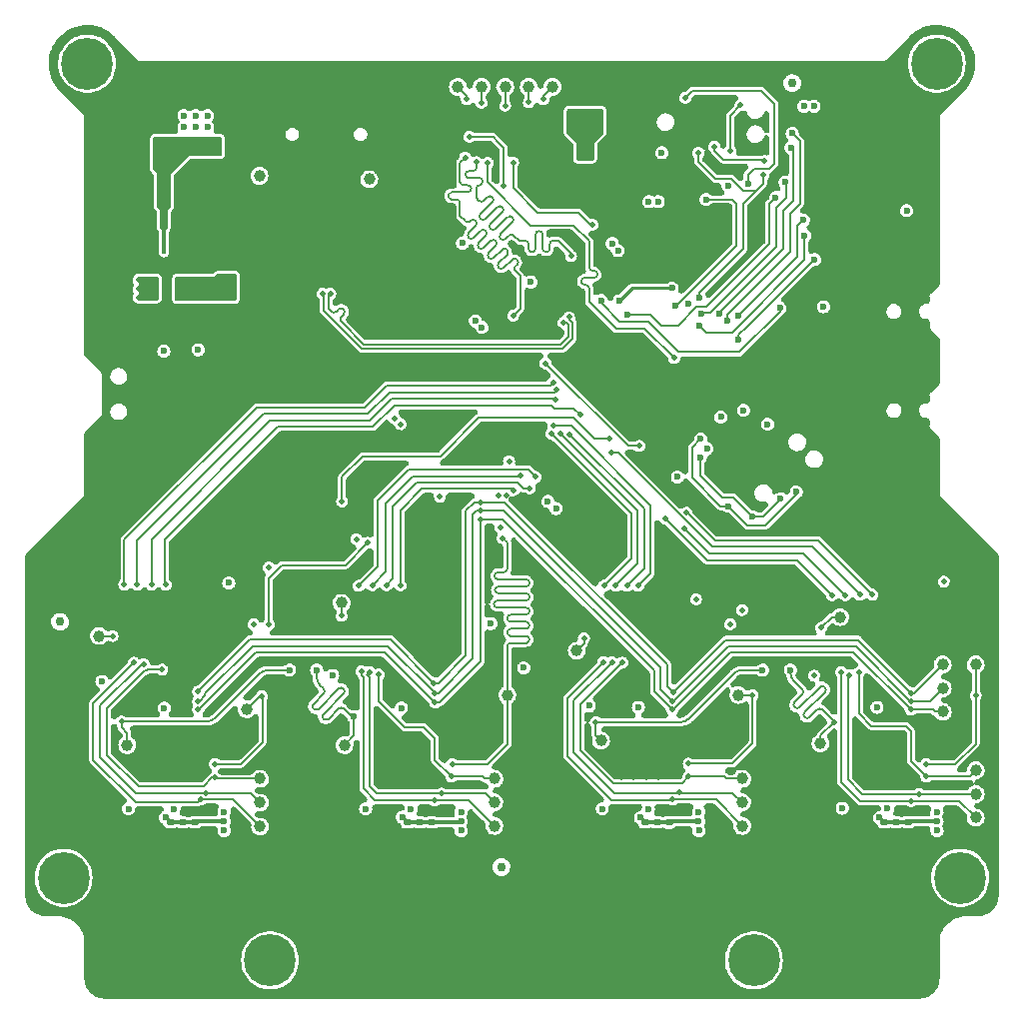
<source format=gbr>
G04 #@! TF.GenerationSoftware,KiCad,Pcbnew,(6.0.10-0)*
G04 #@! TF.CreationDate,2023-01-04T10:37:38-05:00*
G04 #@! TF.ProjectId,ReLoki_ECAD,52654c6f-6b69-45f4-9543-41442e6b6963,0.2.1*
G04 #@! TF.SameCoordinates,Original*
G04 #@! TF.FileFunction,Copper,L4,Bot*
G04 #@! TF.FilePolarity,Positive*
%FSLAX46Y46*%
G04 Gerber Fmt 4.6, Leading zero omitted, Abs format (unit mm)*
G04 Created by KiCad (PCBNEW (6.0.10-0)) date 2023-01-04 10:37:38*
%MOMM*%
%LPD*%
G01*
G04 APERTURE LIST*
G04 Aperture macros list*
%AMRoundRect*
0 Rectangle with rounded corners*
0 $1 Rounding radius*
0 $2 $3 $4 $5 $6 $7 $8 $9 X,Y pos of 4 corners*
0 Add a 4 corners polygon primitive as box body*
4,1,4,$2,$3,$4,$5,$6,$7,$8,$9,$2,$3,0*
0 Add four circle primitives for the rounded corners*
1,1,$1+$1,$2,$3*
1,1,$1+$1,$4,$5*
1,1,$1+$1,$6,$7*
1,1,$1+$1,$8,$9*
0 Add four rect primitives between the rounded corners*
20,1,$1+$1,$2,$3,$4,$5,0*
20,1,$1+$1,$4,$5,$6,$7,0*
20,1,$1+$1,$6,$7,$8,$9,0*
20,1,$1+$1,$8,$9,$2,$3,0*%
%AMRotRect*
0 Rectangle, with rotation*
0 The origin of the aperture is its center*
0 $1 length*
0 $2 width*
0 $3 Rotation angle, in degrees counterclockwise*
0 Add horizontal line*
21,1,$1,$2,0,0,$3*%
G04 Aperture macros list end*
G04 #@! TA.AperFunction,ComponentPad*
%ADD10C,0.600000*%
G04 #@! TD*
G04 #@! TA.AperFunction,SMDPad,CuDef*
%ADD11RotRect,3.100000X3.100000X225.000000*%
G04 #@! TD*
G04 #@! TA.AperFunction,ComponentPad*
%ADD12O,1.000000X1.600000*%
G04 #@! TD*
G04 #@! TA.AperFunction,ComponentPad*
%ADD13O,1.000000X2.100000*%
G04 #@! TD*
G04 #@! TA.AperFunction,ComponentPad*
%ADD14C,0.500000*%
G04 #@! TD*
G04 #@! TA.AperFunction,SMDPad,CuDef*
%ADD15R,3.650000X3.650000*%
G04 #@! TD*
G04 #@! TA.AperFunction,ComponentPad*
%ADD16C,4.400000*%
G04 #@! TD*
G04 #@! TA.AperFunction,ComponentPad*
%ADD17C,0.700000*%
G04 #@! TD*
G04 #@! TA.AperFunction,SMDPad,CuDef*
%ADD18C,1.000000*%
G04 #@! TD*
G04 #@! TA.AperFunction,SMDPad,CuDef*
%ADD19RoundRect,0.140000X-0.170000X0.140000X-0.170000X-0.140000X0.170000X-0.140000X0.170000X0.140000X0*%
G04 #@! TD*
G04 #@! TA.AperFunction,SMDPad,CuDef*
%ADD20C,0.750000*%
G04 #@! TD*
G04 #@! TA.AperFunction,ViaPad*
%ADD21C,0.500000*%
G04 #@! TD*
G04 #@! TA.AperFunction,ViaPad*
%ADD22C,0.600000*%
G04 #@! TD*
G04 #@! TA.AperFunction,ViaPad*
%ADD23C,0.800000*%
G04 #@! TD*
G04 #@! TA.AperFunction,ViaPad*
%ADD24C,1.000000*%
G04 #@! TD*
G04 #@! TA.AperFunction,Conductor*
%ADD25C,0.330200*%
G04 #@! TD*
G04 #@! TA.AperFunction,Conductor*
%ADD26C,0.254000*%
G04 #@! TD*
G04 #@! TA.AperFunction,Conductor*
%ADD27C,0.203200*%
G04 #@! TD*
G04 #@! TA.AperFunction,Conductor*
%ADD28C,0.152400*%
G04 #@! TD*
G04 #@! TA.AperFunction,Conductor*
%ADD29C,0.206000*%
G04 #@! TD*
G04 APERTURE END LIST*
D10*
G04 #@! TO.P,U1,101,VSS*
G04 #@! TO.N,GND*
X111507106Y-80891259D03*
X109385785Y-80184152D03*
X110799999Y-81598366D03*
X110092892Y-80891259D03*
X110092892Y-79477045D03*
X110799999Y-80184152D03*
X111507106Y-79477045D03*
D11*
X110799999Y-80184152D03*
D10*
X110799999Y-78769938D03*
X112214213Y-80184152D03*
G04 #@! TD*
D12*
G04 #@! TO.P,J7,S1,SHIELD*
G04 #@! TO.N,GND*
X83250000Y-55415228D03*
D13*
X91890000Y-59595228D03*
X83250000Y-59595228D03*
D12*
X91890000Y-55415228D03*
G04 #@! TD*
D14*
G04 #@! TO.P,U5,49,GND*
G04 #@! TO.N,GND*
X114649999Y-110409999D03*
X112549999Y-113559999D03*
X114649999Y-113559999D03*
X115699999Y-110409999D03*
X115699999Y-111459999D03*
X112549999Y-112509999D03*
X113599999Y-111459999D03*
X113599999Y-110409999D03*
X113599999Y-113559999D03*
X112549999Y-111459999D03*
X113599999Y-112509999D03*
X115699999Y-112509999D03*
X114649999Y-111459999D03*
X114649999Y-112509999D03*
X115699999Y-113559999D03*
X112549999Y-110409999D03*
D15*
X114124999Y-111984999D03*
G04 #@! TD*
G04 #@! TO.P,U7,49,GND*
G04 #@! TO.N,GND*
X93999999Y-111984999D03*
D14*
X93474999Y-110409999D03*
X92424999Y-113559999D03*
X95574999Y-113559999D03*
X92424999Y-110409999D03*
X94524999Y-110409999D03*
X95574999Y-112509999D03*
X92424999Y-111459999D03*
X94524999Y-111459999D03*
X93474999Y-111459999D03*
X95574999Y-111459999D03*
X93474999Y-113559999D03*
X92424999Y-112509999D03*
X94524999Y-113559999D03*
X93474999Y-112509999D03*
X95574999Y-110409999D03*
X94524999Y-112509999D03*
G04 #@! TD*
D16*
G04 #@! TO.P,H5,1*
G04 #@! TO.N,N/C*
X82800000Y-129100000D03*
G04 #@! TD*
D14*
G04 #@! TO.P,U9,49,GND*
G04 #@! TO.N,GND*
X72349999Y-112484999D03*
X73399999Y-110384999D03*
X75499999Y-111434999D03*
X74449999Y-113534999D03*
X72349999Y-113534999D03*
X75499999Y-113534999D03*
X74449999Y-112484999D03*
X73399999Y-113534999D03*
X73399999Y-112484999D03*
X74449999Y-111434999D03*
X75499999Y-110384999D03*
X74449999Y-110384999D03*
X75499999Y-112484999D03*
X72349999Y-110384999D03*
X72349999Y-111434999D03*
D15*
X73924999Y-111959999D03*
D14*
X73399999Y-111434999D03*
G04 #@! TD*
D17*
G04 #@! TO.P,H1,1*
G04 #@! TO.N,N/C*
X68466726Y-54266726D03*
X66133274Y-51933274D03*
X67300000Y-51450000D03*
X67300000Y-54750000D03*
X65650000Y-53100000D03*
X66133274Y-54266726D03*
D16*
X67300000Y-53100000D03*
D17*
X68466726Y-51933274D03*
X68950000Y-53100000D03*
G04 #@! TD*
D14*
G04 #@! TO.P,U3,49,GND*
G04 #@! TO.N,GND*
X134849999Y-113559999D03*
X133799999Y-110409999D03*
X135899999Y-111459999D03*
X134849999Y-110409999D03*
X133799999Y-112509999D03*
X135899999Y-113559999D03*
X135899999Y-110409999D03*
X132749999Y-110409999D03*
X134849999Y-112509999D03*
D15*
X134324999Y-111984999D03*
D14*
X134849999Y-111459999D03*
X132749999Y-111459999D03*
X133799999Y-113559999D03*
X135899999Y-112509999D03*
X133799999Y-111459999D03*
X132749999Y-112509999D03*
X132749999Y-113559999D03*
G04 #@! TD*
D17*
G04 #@! TO.P,H2,1*
G04 #@! TO.N,N/C*
X66950000Y-122100000D03*
D16*
X65300000Y-122100000D03*
D17*
X66466726Y-123266726D03*
X64133274Y-120933274D03*
X64133274Y-123266726D03*
X65300000Y-123750000D03*
X65300000Y-120450000D03*
X66466726Y-120933274D03*
X63650000Y-122100000D03*
G04 #@! TD*
G04 #@! TO.P,H3,1*
G04 #@! TO.N,N/C*
X140133274Y-120933274D03*
X139650000Y-122100000D03*
X141300000Y-120450000D03*
X141300000Y-123750000D03*
X142466726Y-120933274D03*
D16*
X141300000Y-122100000D03*
D17*
X142466726Y-123266726D03*
X140133274Y-123266726D03*
X142950000Y-122100000D03*
G04 #@! TD*
D16*
G04 #@! TO.P,H6,1*
G04 #@! TO.N,N/C*
X123800000Y-129100000D03*
G04 #@! TD*
D17*
G04 #@! TO.P,H4,1*
G04 #@! TO.N,N/C*
X139300000Y-51450000D03*
X137650000Y-53100000D03*
X138133274Y-51933274D03*
X140950000Y-53100000D03*
X140466726Y-54266726D03*
X140466726Y-51933274D03*
X138133274Y-54266726D03*
D16*
X139300000Y-53100000D03*
D17*
X139300000Y-54750000D03*
G04 #@! TD*
D18*
G04 #@! TO.P,TP18,1,1*
G04 #@! TO.N,/Microcontroller/HS_SPI_MISO*
X139800000Y-106025000D03*
G04 #@! TD*
D19*
G04 #@! TO.P,C108,1*
G04 #@! TO.N,+3V3*
X95474999Y-117399999D03*
G04 #@! TO.P,C108,2*
G04 #@! TO.N,GND*
X95474999Y-118359999D03*
G04 #@! TD*
D18*
G04 #@! TO.P,TP1,1,1*
G04 #@! TO.N,/Microcontroller/HS_SPI_CS0*
X142600000Y-115000000D03*
G04 #@! TD*
G04 #@! TO.P,TP31,1,1*
G04 #@! TO.N,/TCXO/CLK_2*
X89100000Y-110850000D03*
G04 #@! TD*
G04 #@! TO.P,TP20,1,1*
G04 #@! TO.N,/Host SPI Bus/HOST_IRQ*
X106725000Y-55075000D03*
G04 #@! TD*
D19*
G04 #@! TO.P,C103,1*
G04 #@! TO.N,+3V3*
X96499999Y-117399999D03*
G04 #@! TO.P,C103,2*
G04 #@! TO.N,GND*
X96499999Y-118359999D03*
G04 #@! TD*
G04 #@! TO.P,C83,1*
G04 #@! TO.N,+3V3*
X114589999Y-117399999D03*
G04 #@! TO.P,C83,2*
G04 #@! TO.N,GND*
X114589999Y-118359999D03*
G04 #@! TD*
D20*
G04 #@! TO.P,FID7,*
G04 #@! TO.N,*
X64999999Y-100399999D03*
G04 #@! TD*
D18*
G04 #@! TO.P,TP16,1,1*
G04 #@! TO.N,/Microcontroller/DW1000_WKUP3*
X81950000Y-117750000D03*
G04 #@! TD*
G04 #@! TO.P,TP8,1,1*
G04 #@! TO.N,/Microcontroller/DW1000_WKUP1*
X122800000Y-117700000D03*
G04 #@! TD*
D19*
G04 #@! TO.P,C111,1*
G04 #@! TO.N,+3V3*
X94449998Y-117399999D03*
G04 #@! TO.P,C111,2*
G04 #@! TO.N,GND*
X94449998Y-118359999D03*
G04 #@! TD*
D20*
G04 #@! TO.P,FID6,*
G04 #@! TO.N,*
X102399999Y-121199999D03*
G04 #@! TD*
D18*
G04 #@! TO.P,TP12,1,1*
G04 #@! TO.N,/Microcontroller/DW1000_WKUP2*
X101800000Y-117700000D03*
G04 #@! TD*
D19*
G04 #@! TO.P,C80,1*
G04 #@! TO.N,+3V3*
X115599999Y-117399999D03*
G04 #@! TO.P,C80,2*
G04 #@! TO.N,GND*
X115599999Y-118359999D03*
G04 #@! TD*
D18*
G04 #@! TO.P,TP15,1,1*
G04 #@! TO.N,/Microcontroller/DW1000_RST3*
X81950000Y-113700000D03*
G04 #@! TD*
G04 #@! TO.P,TP9,1,1*
G04 #@! TO.N,/Microcontroller/HS_SPI_CS2*
X101800000Y-115700000D03*
G04 #@! TD*
G04 #@! TO.P,TP6,1,1*
G04 #@! TO.N,/Microcontroller/DW1000_IRQ1*
X108800000Y-102850000D03*
G04 #@! TD*
D20*
G04 #@! TO.P,FID4,*
G04 #@! TO.N,*
X127050000Y-54750000D03*
G04 #@! TD*
D18*
G04 #@! TO.P,TP25,1,1*
G04 #@! TO.N,/Microcontroller/DW1000_SYNC*
X80800000Y-107800000D03*
G04 #@! TD*
D19*
G04 #@! TO.P,C52,1*
G04 #@! TO.N,+3V3*
X135849999Y-117389999D03*
G04 #@! TO.P,C52,2*
G04 #@! TO.N,GND*
X135849999Y-118349999D03*
G04 #@! TD*
D18*
G04 #@! TO.P,TP14,1,1*
G04 #@! TO.N,/Microcontroller/DW1000_IRQ3*
X68300000Y-101600000D03*
G04 #@! TD*
G04 #@! TO.P,TP23,1,1*
G04 #@! TO.N,/Host SPI Bus/HSPI_MISO*
X100725000Y-55075000D03*
G04 #@! TD*
D19*
G04 #@! TO.P,C136,1*
G04 #@! TO.N,+3V3*
X75374999Y-117389999D03*
G04 #@! TO.P,C136,2*
G04 #@! TO.N,GND*
X75374999Y-118349999D03*
G04 #@! TD*
D18*
G04 #@! TO.P,TP4,1,1*
G04 #@! TO.N,/Microcontroller/DW1000_WKUP0*
X142600000Y-117000000D03*
G04 #@! TD*
D19*
G04 #@! TO.P,C75,1*
G04 #@! TO.N,+3V3*
X116599999Y-117404999D03*
G04 #@! TO.P,C75,2*
G04 #@! TO.N,GND*
X116599999Y-118364999D03*
G04 #@! TD*
D18*
G04 #@! TO.P,TP5,1,1*
G04 #@! TO.N,/Microcontroller/HS_SPI_CS1*
X122800000Y-115700000D03*
G04 #@! TD*
G04 #@! TO.P,TP3,1,1*
G04 #@! TO.N,/Microcontroller/DW1000_RST0*
X142600000Y-113000000D03*
G04 #@! TD*
G04 #@! TO.P,TP19,1,1*
G04 #@! TO.N,/Microcontroller/HS_SPI_SCK*
X139800000Y-104025000D03*
G04 #@! TD*
D19*
G04 #@! TO.P,C55,1*
G04 #@! TO.N,+3V3*
X134849999Y-117389999D03*
G04 #@! TO.P,C55,2*
G04 #@! TO.N,GND*
X134849999Y-118349999D03*
G04 #@! TD*
D18*
G04 #@! TO.P,TP29,1,1*
G04 #@! TO.N,/TCXO/CLK_0*
X129450000Y-110700000D03*
G04 #@! TD*
G04 #@! TO.P,TP13,1,1*
G04 #@! TO.N,/Microcontroller/HS_SPI_CS3*
X81950000Y-115722014D03*
G04 #@! TD*
G04 #@! TO.P,TP30,1,1*
G04 #@! TO.N,/TCXO/CLK_1*
X110850000Y-110475000D03*
G04 #@! TD*
G04 #@! TO.P,TP7,1,1*
G04 #@! TO.N,/Microcontroller/DW1000_RST1*
X122800000Y-113700000D03*
G04 #@! TD*
G04 #@! TO.P,TP27,1,1*
G04 #@! TO.N,/Microcontroller/DW1000_SYNC*
X122500000Y-106600000D03*
G04 #@! TD*
G04 #@! TO.P,TP22,1,1*
G04 #@! TO.N,/Host SPI Bus/HSPI_MOSI*
X102725000Y-55075000D03*
G04 #@! TD*
D19*
G04 #@! TO.P,C47,1*
G04 #@! TO.N,+3V3*
X136849999Y-117389999D03*
G04 #@! TO.P,C47,2*
G04 #@! TO.N,GND*
X136849999Y-118349999D03*
G04 #@! TD*
D18*
G04 #@! TO.P,TP32,1,1*
G04 #@! TO.N,/TCXO/CLK_3*
X70700000Y-110850000D03*
G04 #@! TD*
G04 #@! TO.P,TP26,1,1*
G04 #@! TO.N,/Microcontroller/DW1000_SYNC*
X142600000Y-104025000D03*
G04 #@! TD*
D19*
G04 #@! TO.P,C131,1*
G04 #@! TO.N,+3V3*
X76399999Y-117389999D03*
G04 #@! TO.P,C131,2*
G04 #@! TO.N,GND*
X76399999Y-118349999D03*
G04 #@! TD*
D18*
G04 #@! TO.P,TP17,1,1*
G04 #@! TO.N,/Microcontroller/HS_SPI_MOSI*
X139800000Y-108025000D03*
G04 #@! TD*
G04 #@! TO.P,TP10,1,1*
G04 #@! TO.N,/Microcontroller/DW1000_IRQ2*
X88850000Y-98800000D03*
G04 #@! TD*
G04 #@! TO.P,TP24,1,1*
G04 #@! TO.N,/Host SPI Bus/HSPI_CLK*
X98725000Y-55075000D03*
G04 #@! TD*
G04 #@! TO.P,TP28,1,1*
G04 #@! TO.N,/Microcontroller/DW1000_SYNC*
X102900000Y-106600000D03*
G04 #@! TD*
G04 #@! TO.P,TP21,1,1*
G04 #@! TO.N,/Host SPI Bus/HSPI_CS*
X104725000Y-55075000D03*
G04 #@! TD*
G04 #@! TO.P,TP2,1,1*
G04 #@! TO.N,/Microcontroller/DW1000_IRQ0*
X131100000Y-100000000D03*
G04 #@! TD*
D19*
G04 #@! TO.P,C139,1*
G04 #@! TO.N,+3V3*
X74349999Y-117389999D03*
G04 #@! TO.P,C139,2*
G04 #@! TO.N,GND*
X74349999Y-118349999D03*
G04 #@! TD*
D18*
G04 #@! TO.P,TP11,1,1*
G04 #@! TO.N,/Microcontroller/DW1000_RST2*
X101800000Y-113700000D03*
G04 #@! TD*
D21*
G04 #@! TO.N,+3V3*
X118900000Y-98500000D03*
X78900000Y-72250000D03*
X76800000Y-72950000D03*
D22*
X114195000Y-117005000D03*
X119125000Y-116500000D03*
X90900000Y-116250000D03*
D21*
X81400000Y-100600000D03*
X139900000Y-97000000D03*
D22*
X129700000Y-73700000D03*
D21*
X90100000Y-93400000D03*
D22*
X78900000Y-116500000D03*
D21*
X79600000Y-72250000D03*
X97200000Y-89800000D03*
D22*
X119150000Y-118100000D03*
X128900000Y-56700000D03*
D21*
X78200000Y-72250000D03*
D22*
X139325000Y-118100000D03*
D21*
X77500000Y-72250000D03*
X122800000Y-99400000D03*
D22*
X119125000Y-117300000D03*
X99000000Y-118100000D03*
D21*
X121800000Y-100600000D03*
D22*
X99000000Y-116500000D03*
X115700000Y-64800000D03*
D21*
X93350000Y-83150000D03*
D22*
X104900000Y-71600000D03*
D21*
X78900000Y-72950000D03*
D22*
X78900000Y-117300000D03*
D21*
X78200000Y-72950000D03*
D22*
X70800000Y-116250000D03*
X116000000Y-60650000D03*
X94012500Y-116962500D03*
X110950000Y-116250000D03*
D21*
X79600000Y-72950000D03*
X76800000Y-72250000D03*
D22*
X99100000Y-68300000D03*
X104300000Y-104300000D03*
X121600000Y-63450000D03*
X139325000Y-116500000D03*
X109850000Y-107500000D03*
D21*
X77500000Y-72950000D03*
X102300000Y-92400000D03*
X82700000Y-95800000D03*
D22*
X131300000Y-116200000D03*
D21*
X128900000Y-104950000D03*
D22*
X136750000Y-65550000D03*
X134455000Y-116995000D03*
X121000000Y-83050000D03*
X128050000Y-56700000D03*
X101500000Y-100550000D03*
X76700000Y-77350000D03*
X79300000Y-97100000D03*
X99000000Y-117300000D03*
X88100000Y-104950000D03*
X114900000Y-64800000D03*
X78900000Y-118100000D03*
X73942500Y-116982500D03*
X139325000Y-117300000D03*
D21*
X93850000Y-83650000D03*
D22*
X124975000Y-83650000D03*
X68550000Y-105450000D03*
D21*
G04 #@! TO.N,GND*
X85600000Y-98100000D03*
D22*
X115100000Y-124300000D03*
X83900000Y-123700000D03*
D23*
X62800000Y-98600000D03*
X96325000Y-59460229D03*
D22*
X91325000Y-126650000D03*
D23*
X143800000Y-116600000D03*
D22*
X84100000Y-108000000D03*
X119400000Y-68000000D03*
X94400000Y-85800000D03*
D23*
X78500000Y-56435229D03*
D22*
X129650000Y-104150000D03*
D23*
X62800000Y-112600000D03*
D22*
X76300000Y-129125000D03*
X116900000Y-96400000D03*
X112300000Y-130800000D03*
D21*
X134600000Y-103000000D03*
D23*
X89800000Y-53600000D03*
D22*
X74900000Y-125100000D03*
D23*
X67800000Y-58600000D03*
D22*
X93875000Y-130800000D03*
X76325000Y-84575000D03*
X72600000Y-125900000D03*
D21*
X101400000Y-98250000D03*
D22*
X91325000Y-127475000D03*
X94975000Y-122700000D03*
D21*
X85600000Y-99700000D03*
D23*
X117800000Y-53600000D03*
D22*
X116150000Y-119400000D03*
X83100000Y-122900000D03*
X111450000Y-129125000D03*
X86300000Y-122900000D03*
X131650000Y-130800000D03*
D21*
X110600000Y-94100000D03*
D22*
X120200000Y-67200000D03*
X94100000Y-72500000D03*
X115650000Y-130800000D03*
X75450000Y-130800000D03*
D21*
X109843996Y-108475543D03*
X78250000Y-67900000D03*
D22*
X101375000Y-107325000D03*
X130800000Y-118300000D03*
X101375000Y-108475000D03*
X76750000Y-97200000D03*
X112800000Y-125900000D03*
X84100000Y-109000000D03*
X69700000Y-91200000D03*
X114400000Y-58700000D03*
D21*
X90300000Y-96100000D03*
D22*
X74900000Y-122700000D03*
D23*
X67800000Y-62600000D03*
X84800000Y-131600000D03*
D21*
X97100000Y-104250000D03*
D23*
X143800000Y-102600000D03*
X143800000Y-110600000D03*
D22*
X125800000Y-123700000D03*
X121800000Y-122900000D03*
D21*
X80700000Y-94900000D03*
D22*
X91325000Y-129950000D03*
X115100000Y-125900000D03*
D23*
X62800000Y-108600000D03*
D22*
X68900000Y-87200000D03*
X131775000Y-121100000D03*
D21*
X76150000Y-67200000D03*
D22*
X68900000Y-89600000D03*
X66250000Y-113500000D03*
X94400000Y-85000000D03*
X77125000Y-84575000D03*
D23*
X138800000Y-70600000D03*
D22*
X120050000Y-110075000D03*
D23*
X67800000Y-76600000D03*
D22*
X71350000Y-121900000D03*
X99500000Y-70300000D03*
X131650000Y-129950000D03*
D23*
X62800000Y-116600000D03*
X88800000Y-131600000D03*
D22*
X74625000Y-130800000D03*
D21*
X85600000Y-105100000D03*
D22*
X91325000Y-128300000D03*
D21*
X75450000Y-67200000D03*
D23*
X133800000Y-53600000D03*
D22*
X68900000Y-90400000D03*
X70400000Y-118300000D03*
X125450000Y-63150000D03*
X136700000Y-127475000D03*
X135850000Y-126650000D03*
X104250000Y-114100000D03*
X125450000Y-109000000D03*
X131750000Y-123500000D03*
X89600000Y-72600000D03*
X122600000Y-123700000D03*
X119000000Y-56200000D03*
X111550000Y-123500000D03*
X136700000Y-130800000D03*
X71350000Y-124300000D03*
X71250000Y-129950000D03*
X73800000Y-130800000D03*
D23*
X89000000Y-56835229D03*
X121800000Y-53600000D03*
D21*
X127900000Y-103700000D03*
X101300000Y-92500000D03*
X137100000Y-105400000D03*
D23*
X125800000Y-131600000D03*
D22*
X85400000Y-66200000D03*
X108400000Y-64800000D03*
D21*
X99100000Y-90400000D03*
D23*
X103800000Y-131600000D03*
X107800000Y-131600000D03*
D22*
X126350000Y-61250000D03*
X72950000Y-130800000D03*
X111550000Y-122700000D03*
X96375000Y-129950000D03*
D23*
X138800000Y-68600000D03*
D22*
X121867564Y-86318410D03*
D23*
X90000000Y-56835229D03*
D22*
X123400000Y-123700000D03*
X105950000Y-71850000D03*
X96025000Y-119400000D03*
X100300000Y-69500000D03*
X115350000Y-119400000D03*
X91425000Y-120300000D03*
D21*
X120600000Y-97900000D03*
D23*
X95325000Y-59460229D03*
D22*
X94100000Y-73300000D03*
X84100000Y-107000000D03*
X126600000Y-123700000D03*
X132175000Y-125100000D03*
D23*
X138800000Y-56600000D03*
D22*
X106145000Y-105820000D03*
X76300000Y-130800000D03*
X91825000Y-125100000D03*
X111700000Y-118300000D03*
D21*
X95200000Y-103150000D03*
D23*
X138800000Y-130600000D03*
D22*
X117825000Y-116100000D03*
X124300000Y-114150000D03*
X69700000Y-86400000D03*
D21*
X125250000Y-95950000D03*
X98700000Y-91800000D03*
D22*
X100700000Y-118300000D03*
D23*
X86300000Y-56835229D03*
X143800000Y-112600000D03*
D22*
X106350000Y-75800000D03*
X88950000Y-104800000D03*
D23*
X62800000Y-110600000D03*
D22*
X131775000Y-121900000D03*
D21*
X101300000Y-94250000D03*
D22*
X96825000Y-119400000D03*
X94975000Y-121100000D03*
X72500000Y-85375000D03*
X116900000Y-97200000D03*
D21*
X101400000Y-106100000D03*
D23*
X138800000Y-88600000D03*
D22*
X91425000Y-123500000D03*
X121000000Y-123700000D03*
X131650000Y-126650000D03*
X100700000Y-123700000D03*
X96800000Y-97200000D03*
D23*
X119800000Y-131600000D03*
D22*
X92675000Y-125100000D03*
D23*
X138800000Y-66600000D03*
D22*
X135325000Y-122700000D03*
D23*
X142800000Y-94600000D03*
D22*
X112300000Y-126650000D03*
D23*
X121800000Y-131600000D03*
X95800000Y-53600000D03*
D22*
X72500000Y-84575000D03*
X74900000Y-124300000D03*
X71250000Y-127475000D03*
D21*
X76850000Y-68600000D03*
D22*
X81500000Y-123700000D03*
D23*
X138800000Y-126600000D03*
D22*
X140300000Y-116900000D03*
X125800000Y-122900000D03*
X74900000Y-121900000D03*
D23*
X138800000Y-64600000D03*
D22*
X137050000Y-96400000D03*
D23*
X62800000Y-114600000D03*
D22*
X89800000Y-67000000D03*
X121400000Y-56200000D03*
D21*
X77550000Y-67900000D03*
D22*
X111550000Y-119500000D03*
D23*
X119800000Y-53600000D03*
D22*
X80700000Y-117400000D03*
X96300000Y-70100000D03*
D23*
X143800000Y-100600000D03*
D22*
X102400000Y-73100000D03*
D21*
X121150000Y-92550000D03*
D22*
X125450000Y-108000000D03*
D23*
X79500000Y-56435229D03*
X109800000Y-53600000D03*
D22*
X91425000Y-124300000D03*
X135325000Y-125100000D03*
D23*
X129800000Y-131600000D03*
D22*
X118900000Y-80450000D03*
D21*
X120600000Y-97000000D03*
D23*
X97800000Y-131600000D03*
D22*
X111950000Y-125100000D03*
X115100000Y-123500000D03*
X94975000Y-125100000D03*
X96375000Y-127475000D03*
X107500000Y-98300000D03*
X135325000Y-121100000D03*
X74900000Y-123500000D03*
X74675000Y-104900000D03*
D23*
X123800000Y-53600000D03*
D22*
X118900000Y-90300000D03*
X71350000Y-122700000D03*
X115100000Y-125100000D03*
D23*
X105800000Y-53600000D03*
D22*
X97100000Y-70100000D03*
X94975000Y-124300000D03*
X75950000Y-119400000D03*
X135325000Y-121900000D03*
X86350000Y-114450000D03*
X126600000Y-114450000D03*
D23*
X94325000Y-58435229D03*
D22*
X69700000Y-88000000D03*
X79900000Y-117400000D03*
X63975000Y-108000000D03*
D21*
X102150000Y-89700000D03*
D22*
X126600000Y-122900000D03*
D23*
X143800000Y-96600000D03*
D21*
X98200000Y-90400000D03*
D23*
X90000000Y-57860229D03*
D22*
X111450000Y-127475000D03*
X105600000Y-108000000D03*
X79700000Y-110000000D03*
D23*
X67800000Y-64600000D03*
D22*
X79900000Y-118200000D03*
X113600000Y-58700000D03*
X113600000Y-59500000D03*
X110600000Y-118300000D03*
X96375000Y-129125000D03*
D23*
X99800000Y-131600000D03*
X138800000Y-90600000D03*
X62800000Y-118600000D03*
D22*
X135850000Y-130800000D03*
D23*
X140800000Y-92600000D03*
D22*
X91425000Y-122700000D03*
X68900000Y-86400000D03*
X94650000Y-91950000D03*
X103100000Y-122900000D03*
X105600000Y-90950000D03*
X84100000Y-114100000D03*
D21*
X76850000Y-67900000D03*
D23*
X85300000Y-56835229D03*
D22*
X76750000Y-119400000D03*
D23*
X80500000Y-55410229D03*
D22*
X121000000Y-117800000D03*
X77475000Y-116175000D03*
D23*
X67800000Y-86600000D03*
X103800000Y-53600000D03*
D21*
X83600000Y-103700000D03*
X76850000Y-67200000D03*
X102850000Y-89700000D03*
D22*
X136700000Y-129950000D03*
D23*
X62800000Y-96600000D03*
D22*
X92175000Y-130800000D03*
D21*
X95700000Y-93900000D03*
D22*
X102300000Y-122900000D03*
X120200000Y-117000000D03*
X115100000Y-121900000D03*
X131775000Y-119500000D03*
D23*
X86800000Y-131600000D03*
D22*
X89500000Y-105400000D03*
X121000000Y-117000000D03*
X84600000Y-66200000D03*
D23*
X85300000Y-57860229D03*
X127800000Y-131600000D03*
D21*
X105400000Y-92000000D03*
X89200000Y-93800000D03*
D22*
X84700000Y-122900000D03*
D21*
X76150000Y-66500000D03*
D22*
X102300000Y-123700000D03*
D23*
X73800000Y-53600000D03*
D22*
X77125000Y-85375000D03*
X92175000Y-126650000D03*
D23*
X80500000Y-54410229D03*
D21*
X123400000Y-103700000D03*
D22*
X134200000Y-130800000D03*
D23*
X78500000Y-55410229D03*
D21*
X125700000Y-99800000D03*
D22*
X96375000Y-126650000D03*
D21*
X85600000Y-96400000D03*
D23*
X79500000Y-55410229D03*
X79500000Y-54410229D03*
X99800000Y-53600000D03*
D22*
X111450000Y-126650000D03*
X73300000Y-84575000D03*
X125200000Y-86000000D03*
D23*
X67800000Y-56600000D03*
D22*
X76300000Y-126650000D03*
X108700000Y-73990000D03*
X116500000Y-129950000D03*
X82300000Y-122900000D03*
D23*
X77800000Y-53600000D03*
D22*
X99500000Y-69500000D03*
D23*
X101800000Y-53600000D03*
D22*
X75450000Y-126650000D03*
X119400000Y-67200000D03*
X95200000Y-85000000D03*
X125450000Y-107000000D03*
X76750000Y-96400000D03*
D23*
X67800000Y-130600000D03*
X138800000Y-86600000D03*
X71800000Y-53600000D03*
D22*
X91575000Y-118300000D03*
X94700000Y-130800000D03*
D23*
X68800000Y-131600000D03*
X78500000Y-54410229D03*
D22*
X103100000Y-123700000D03*
X80700000Y-123700000D03*
D23*
X63799999Y-94599999D03*
D22*
X104700000Y-123700000D03*
X111550000Y-121900000D03*
X131900000Y-118300000D03*
X122600000Y-85500000D03*
X72100000Y-130800000D03*
X121000000Y-122900000D03*
X133350000Y-130800000D03*
X74900000Y-125900000D03*
D21*
X81600000Y-94900000D03*
D23*
X93800000Y-53600000D03*
D22*
X97900000Y-116200000D03*
X131650000Y-129125000D03*
D23*
X83800000Y-53600000D03*
D22*
X104800000Y-108000000D03*
X93025000Y-130800000D03*
D21*
X88000000Y-103700000D03*
D22*
X103900000Y-122900000D03*
X71350000Y-123500000D03*
X111450000Y-128300000D03*
D23*
X94325000Y-59460229D03*
D21*
X89200000Y-93100000D03*
D22*
X84100000Y-110000000D03*
D23*
X143800000Y-114600000D03*
D21*
X125700000Y-103700000D03*
D22*
X125000000Y-123700000D03*
D21*
X125700000Y-105100000D03*
D23*
X67800000Y-128600000D03*
D22*
X85500000Y-123700000D03*
X75150000Y-119400000D03*
X106300000Y-91700000D03*
X68900000Y-91200000D03*
D21*
X77550000Y-67200000D03*
D22*
X135025000Y-130800000D03*
D23*
X81800000Y-53600000D03*
D21*
X78250000Y-66500000D03*
D22*
X103050000Y-73550000D03*
D21*
X81600000Y-95800000D03*
D22*
X94975000Y-125900000D03*
X86300000Y-123700000D03*
D23*
X62800000Y-106600000D03*
X113800000Y-53600000D03*
X143800000Y-118600000D03*
D21*
X98700000Y-96400000D03*
D22*
X105600000Y-108800000D03*
X136350000Y-119400000D03*
X76300000Y-129950000D03*
D23*
X76800000Y-131600000D03*
X138799999Y-58599999D03*
X115800000Y-53600000D03*
D22*
X93300000Y-73300000D03*
X106500000Y-113450000D03*
X112800000Y-125100000D03*
X119800000Y-56200000D03*
D23*
X129800000Y-53600000D03*
D22*
X71250000Y-126650000D03*
X135325000Y-124300000D03*
X64000000Y-109000000D03*
X80700000Y-118200000D03*
X90500000Y-118300000D03*
D23*
X138800000Y-60600000D03*
D22*
X86325000Y-72600000D03*
X120600000Y-56200000D03*
X69400000Y-69800000D03*
D21*
X101400000Y-97100000D03*
D22*
X85400000Y-67000000D03*
X85500000Y-122900000D03*
X85525000Y-72600000D03*
X81500000Y-122900000D03*
X140225000Y-110100000D03*
X86350000Y-113450000D03*
X123800000Y-60600000D03*
X133025000Y-125100000D03*
X69700000Y-89600000D03*
X131775000Y-122700000D03*
X91425000Y-119500000D03*
X120550000Y-63450000D03*
D23*
X111800000Y-53600000D03*
D22*
X106500000Y-114450000D03*
D23*
X80800000Y-131600000D03*
D22*
X82300000Y-123700000D03*
X99900000Y-118300000D03*
D23*
X143800000Y-106600000D03*
X117800000Y-131600000D03*
X96325000Y-58435229D03*
D22*
X77150000Y-104550000D03*
D23*
X85800000Y-53600000D03*
D22*
X100300000Y-70300000D03*
X92675000Y-125900000D03*
X107360000Y-75820000D03*
X123000000Y-60200000D03*
X100700000Y-117500000D03*
D23*
X65800000Y-92600000D03*
D22*
X76525000Y-105150000D03*
X71350000Y-119500000D03*
D21*
X85600000Y-103700000D03*
D22*
X84700000Y-123700000D03*
X114000000Y-130800000D03*
D21*
X80700000Y-95800000D03*
D22*
X101500000Y-122900000D03*
X95525000Y-126650000D03*
X123400000Y-122900000D03*
X105500000Y-123700000D03*
D21*
X102250000Y-101650000D03*
D22*
X91325000Y-130800000D03*
X69700000Y-90400000D03*
X69700000Y-87200000D03*
X116950000Y-119400000D03*
X93300000Y-72500000D03*
X120200000Y-117800000D03*
D23*
X96325000Y-57435229D03*
X91800000Y-53600000D03*
D21*
X78700000Y-102900000D03*
D23*
X94325000Y-57435229D03*
D22*
X135550000Y-119400000D03*
X68900000Y-88000000D03*
D23*
X67800000Y-60600000D03*
D22*
X101900000Y-62310229D03*
X95225000Y-119400000D03*
D21*
X75450000Y-66500000D03*
D23*
X143800000Y-108600000D03*
D22*
X94975000Y-121900000D03*
X74900000Y-121100000D03*
X111450000Y-129950000D03*
X104700000Y-122900000D03*
X96375000Y-128300000D03*
D21*
X70100000Y-107950000D03*
D22*
X115650000Y-126650000D03*
X107600000Y-64800000D03*
D21*
X77550000Y-66500000D03*
X119700000Y-97900000D03*
D22*
X94975000Y-120300000D03*
X88800000Y-72600000D03*
X76300000Y-127475000D03*
D21*
X119700000Y-97000000D03*
D23*
X131800000Y-53600000D03*
X75800000Y-53600000D03*
X78800000Y-131600000D03*
D22*
X111550000Y-121100000D03*
X96800000Y-96400000D03*
X137150000Y-119400000D03*
X136700000Y-128300000D03*
X103900000Y-123700000D03*
X111550000Y-124300000D03*
D23*
X138800000Y-78600000D03*
D22*
X94975000Y-123500000D03*
X99950000Y-110125000D03*
X71250000Y-128300000D03*
D21*
X110600000Y-96000000D03*
D22*
X129800000Y-104950000D03*
X69700000Y-88800000D03*
D21*
X75850000Y-105800000D03*
D22*
X101500000Y-123700000D03*
X76300000Y-128300000D03*
X104975000Y-62060229D03*
D23*
X67800000Y-90600000D03*
D22*
X97100000Y-69300000D03*
X71350000Y-121100000D03*
X114150000Y-105150000D03*
X121800000Y-123700000D03*
D23*
X67800000Y-126600000D03*
D22*
X131775000Y-120300000D03*
D23*
X62800000Y-100600000D03*
D22*
X125450000Y-110000000D03*
X100700000Y-122900000D03*
X116500000Y-128300000D03*
X122600000Y-122900000D03*
X71250000Y-130800000D03*
X124200000Y-123700000D03*
D23*
X95325000Y-58435229D03*
D22*
X108500000Y-99300000D03*
X133025000Y-125900000D03*
X113150000Y-130800000D03*
D23*
X137800000Y-131600000D03*
D22*
X116500000Y-126650000D03*
X115100000Y-122700000D03*
D23*
X95325000Y-57435229D03*
D22*
X136700000Y-129125000D03*
D21*
X98700000Y-94300000D03*
D23*
X138800000Y-128600000D03*
D22*
X135300000Y-123500000D03*
D23*
X62800000Y-104600000D03*
D22*
X141100000Y-116900000D03*
X91425000Y-121100000D03*
X131650000Y-128300000D03*
X72100000Y-126650000D03*
X71250000Y-129125000D03*
X96300000Y-69300000D03*
X138050000Y-116200000D03*
X89800000Y-66200000D03*
X106300000Y-123700000D03*
X71750000Y-125100000D03*
X91325000Y-129125000D03*
X111550000Y-120300000D03*
X125950000Y-62250000D03*
X83100000Y-123700000D03*
X99900000Y-117500000D03*
D21*
X78250000Y-67200000D03*
D22*
X64000000Y-110000000D03*
X135325000Y-120300000D03*
X132500000Y-126650000D03*
X114825000Y-130800000D03*
X135325000Y-125900000D03*
X83900000Y-122900000D03*
D21*
X136100000Y-104400000D03*
X76850000Y-66500000D03*
D23*
X80500000Y-56435229D03*
D22*
X74675000Y-103900000D03*
D23*
X62800000Y-102600000D03*
D22*
X115100000Y-121100000D03*
X111450000Y-130800000D03*
X63975000Y-107000000D03*
D23*
X105800000Y-131600000D03*
D22*
X66250000Y-114500000D03*
X91425000Y-121900000D03*
X131775000Y-124300000D03*
X107500000Y-99300000D03*
X116500000Y-127475000D03*
X76325000Y-85375000D03*
X132500000Y-130800000D03*
D21*
X95500000Y-96300000D03*
D22*
X74900000Y-120300000D03*
D21*
X78250000Y-68600000D03*
D22*
X131650000Y-127475000D03*
X103250000Y-79050000D03*
D23*
X67800000Y-88600000D03*
D22*
X72600000Y-125100000D03*
X125800000Y-85400000D03*
X73300000Y-85375000D03*
X116500000Y-130800000D03*
D23*
X89000000Y-57860229D03*
D21*
X89200000Y-92400000D03*
D22*
X137050000Y-97200000D03*
X104975000Y-61260229D03*
X69700000Y-92000000D03*
X126600000Y-113450000D03*
D23*
X101800000Y-131600000D03*
X143800000Y-98600000D03*
D22*
X136700000Y-126650000D03*
D21*
X116700000Y-94100000D03*
D22*
X90600000Y-66200000D03*
X68900000Y-88800000D03*
X71500000Y-118300000D03*
X105500000Y-122900000D03*
X115100000Y-120300000D03*
X114400000Y-59500000D03*
X71350000Y-120300000D03*
D21*
X122850000Y-89650000D03*
D22*
X118100000Y-90300000D03*
D23*
X86300000Y-57860229D03*
D21*
X96300000Y-104250000D03*
D22*
X95525000Y-130800000D03*
X116500000Y-129125000D03*
D23*
X125800000Y-53600000D03*
D21*
X117480000Y-104510000D03*
D22*
X67600000Y-106275000D03*
D21*
X77550000Y-68600000D03*
D22*
X106300000Y-122900000D03*
D23*
X138800000Y-62600000D03*
D22*
X124200000Y-122900000D03*
D23*
X87800000Y-53600000D03*
D22*
X95200000Y-85800000D03*
X96375000Y-130800000D03*
X80700000Y-122900000D03*
X63850000Y-114125000D03*
X103850000Y-78500000D03*
X125000000Y-122900000D03*
X69400000Y-71400000D03*
X69400000Y-68200000D03*
X141100000Y-117700000D03*
X68900000Y-92000000D03*
D23*
X109800000Y-131600000D03*
D22*
X140300000Y-117700000D03*
X104800000Y-108800000D03*
X120200000Y-68000000D03*
G04 #@! TO.N,RESET_TRGT*
X123300000Y-63250000D03*
X110850000Y-73150000D03*
D21*
X118000000Y-56000000D03*
D22*
X126000000Y-73800000D03*
G04 #@! TO.N,Net-(C46-Pad1)*
X135137500Y-116237500D03*
X134237635Y-107648201D03*
G04 #@! TO.N,Net-(C74-Pad1)*
X114862500Y-116262500D03*
X114016650Y-107644186D03*
G04 #@! TO.N,Net-(C102-Pad1)*
X94750000Y-116250000D03*
X93932207Y-107707207D03*
G04 #@! TO.N,Net-(C130-Pad1)*
X74637500Y-116287500D03*
X73838980Y-107700434D03*
G04 #@! TO.N,/Microcontroller/FC0_RXD*
X119275000Y-86450000D03*
X123700000Y-91500000D03*
X126075000Y-89975000D03*
G04 #@! TO.N,/Microcontroller/FC0_TXD*
X121600000Y-90600000D03*
X127400000Y-89400000D03*
X119300000Y-84900000D03*
D21*
G04 #@! TO.N,/Microcontroller/SWD_O*
X122669999Y-56619999D03*
X121800000Y-60500000D03*
G04 #@! TO.N,/Microcontroller/SWD_IO*
X124600000Y-62560229D03*
D22*
X119200000Y-72950000D03*
D21*
X119100000Y-60660229D03*
G04 #@! TO.N,/Microcontroller/SWD_CLK*
X120450000Y-60110229D03*
X124700000Y-61360229D03*
D22*
X117115140Y-73604135D03*
X119750000Y-64600000D03*
D21*
G04 #@! TO.N,/Host SPI Bus/HSPI_CS*
X104725000Y-56375000D03*
G04 #@! TO.N,/Host SPI Bus/HSPI_MOSI*
X101250000Y-61510229D03*
X117050000Y-78050000D03*
X102725000Y-56650000D03*
G04 #@! TO.N,/Host SPI Bus/HSPI_MISO*
X108300000Y-69400000D03*
X100300000Y-61460229D03*
X100725000Y-56400000D03*
G04 #@! TO.N,/Host SPI Bus/HSPI_CLK*
X99325000Y-61060229D03*
X99475000Y-56125000D03*
X103400000Y-74450000D03*
G04 #@! TO.N,/Host SPI Bus/HOST_IRQ*
X105975000Y-56125000D03*
X103400000Y-61500000D03*
X110100000Y-66750000D03*
G04 #@! TO.N,Net-(D21-Pad3)*
X102600000Y-63460229D03*
X99695888Y-59295888D03*
D22*
G04 #@! TO.N,/Microcontroller/LED0*
X127050000Y-59000000D03*
X121550000Y-74850000D03*
G04 #@! TO.N,/Microcontroller/LED1*
X120900000Y-74250000D03*
X126950000Y-60200000D03*
D21*
G04 #@! TO.N,/Microcontroller/DW1000_RST3*
X78125000Y-113600500D03*
X73650000Y-104450000D03*
G04 #@! TO.N,Net-(R3-Pad2)*
X109100000Y-82850000D03*
X73950000Y-97250000D03*
G04 #@! TO.N,/Microcontroller/DW1000_IRQ3*
X69450000Y-101600000D03*
G04 #@! TO.N,Net-(R4-Pad2)*
X70450000Y-97250000D03*
X106800000Y-80100000D03*
G04 #@! TO.N,/Microcontroller/DW1000_WKUP1*
X116925000Y-115475700D03*
X111050000Y-103800000D03*
G04 #@! TO.N,Net-(R5-Pad2)*
X107371727Y-84428273D03*
X112100000Y-97350000D03*
G04 #@! TO.N,/Microcontroller/HS_SPI_CS0*
X137800000Y-115000000D03*
X131874863Y-104928705D03*
G04 #@! TO.N,Net-(R6-Pad2)*
X132800000Y-98100000D03*
X111700000Y-86100000D03*
G04 #@! TO.N,/Microcontroller/DW1000_WKUP0*
X131221727Y-104678273D03*
X137125000Y-115600000D03*
G04 #@! TO.N,Net-(R7-Pad2)*
X117900000Y-92500000D03*
X131550000Y-98150000D03*
G04 #@! TO.N,/Microcontroller/DW1000_IRQ0*
X129500000Y-100900000D03*
G04 #@! TO.N,Net-(R8-Pad2)*
X130400000Y-98150000D03*
X116300000Y-91650000D03*
G04 #@! TO.N,/Microcontroller/DW1000_WKUP3*
X76900000Y-115475000D03*
X71250000Y-103850000D03*
G04 #@! TO.N,Net-(R9-Pad2)*
X71550000Y-97250000D03*
X107069040Y-80745695D03*
G04 #@! TO.N,/Microcontroller/DW1000_SYNC*
X78099453Y-112444000D03*
X142600000Y-106650000D03*
X82100000Y-106700000D03*
X138423232Y-112468590D03*
X118275000Y-112425000D03*
X82700000Y-100600000D03*
X98237071Y-112454750D03*
X123700000Y-106600000D03*
X102500000Y-93300000D03*
X91100000Y-93700000D03*
G04 #@! TO.N,/Microcontroller/DW1000_IRQ2*
X88850000Y-99900000D03*
G04 #@! TO.N,Net-(R11-Pad2)*
X105328273Y-88128273D03*
X90300000Y-97350000D03*
D22*
G04 #@! TO.N,/Microcontroller/LED2*
X126450000Y-63150000D03*
X119350000Y-74275700D03*
G04 #@! TO.N,/Microcontroller/LED3*
X125650000Y-64450000D03*
X113075000Y-74348900D03*
D21*
G04 #@! TO.N,Net-(R14-Pad1)*
X113050000Y-97350000D03*
X108196727Y-84503273D03*
G04 #@! TO.N,/Microcontroller/HS_SPI_CS1*
X117505961Y-114882651D03*
X111773207Y-103821011D03*
G04 #@! TO.N,Net-(R15-Pad1)*
X92650000Y-97300000D03*
X104800000Y-89100000D03*
G04 #@! TO.N,/Microcontroller/HS_SPI_CS2*
X97375000Y-114950000D03*
X91245549Y-104674271D03*
G04 #@! TO.N,Net-(R16-Pad1)*
X106806508Y-83772263D03*
X114000000Y-97350000D03*
G04 #@! TO.N,/Microcontroller/DW1000_RST1*
X118275000Y-113510699D03*
X112650000Y-103850000D03*
G04 #@! TO.N,Net-(R17-Pad1)*
X103983830Y-88024324D03*
X91450000Y-97300000D03*
G04 #@! TO.N,/Microcontroller/DW1000_WKUP2*
X96750000Y-115550000D03*
X90550000Y-104600000D03*
G04 #@! TO.N,Net-(R18-Pad1)*
X106646727Y-84453273D03*
X111100000Y-97350000D03*
G04 #@! TO.N,/Microcontroller/DW1000_IRQ1*
X109400000Y-101800000D03*
G04 #@! TO.N,Net-(R19-Pad1)*
X118096727Y-91153273D03*
X133850000Y-98100000D03*
G04 #@! TO.N,/Microcontroller/DW1000_RST0*
X138425000Y-113520490D03*
X132700000Y-104700000D03*
G04 #@! TO.N,Net-(R20-Pad1)*
X72750000Y-97250000D03*
X107000000Y-81600000D03*
G04 #@! TO.N,/Microcontroller/HS_SPI_CS3*
X77325000Y-114900000D03*
X72100000Y-104000000D03*
G04 #@! TO.N,Net-(R21-Pad1)*
X114100000Y-85500000D03*
X106150000Y-78500000D03*
G04 #@! TO.N,Net-(R22-Pad1)*
X103400000Y-89250000D03*
X93850000Y-97300000D03*
G04 #@! TO.N,/Microcontroller/DW1000_RST2*
X98159227Y-113515773D03*
X92000000Y-104871727D03*
D22*
G04 #@! TO.N,/Microcontroller/LED_R*
X122500000Y-74500000D03*
X128000000Y-66350000D03*
G04 #@! TO.N,/Microcontroller/LED_G*
X128100000Y-67650000D03*
X119200000Y-75300000D03*
G04 #@! TO.N,/Microcontroller/LED_B*
X122500000Y-76500000D03*
X128950000Y-69700000D03*
D21*
G04 #@! TO.N,/Microcontroller/USB1_D_P*
X87234000Y-72600000D03*
X108144053Y-74585947D03*
G04 #@! TO.N,/Microcontroller/USB1_D_N*
X87896000Y-72600000D03*
X107675947Y-75054053D03*
G04 #@! TO.N,/Microcontroller/HS_SPI_MOSI*
X96777255Y-107227720D03*
X137125000Y-107850000D03*
X100600000Y-91699503D03*
X76700000Y-107800000D03*
X116900000Y-107850000D03*
G04 #@! TO.N,/Microcontroller/HS_SPI_SCK*
X137125000Y-106425000D03*
X100600000Y-90300000D03*
X96680000Y-105600000D03*
X116945638Y-106408732D03*
X76700000Y-106300000D03*
G04 #@! TO.N,/Microcontroller/HS_SPI_MISO*
X100600000Y-91000000D03*
X76700000Y-107100000D03*
X137124999Y-107124502D03*
X116921975Y-107128522D03*
X96711727Y-106450000D03*
G04 #@! TO.N,/Power/3V3_SW*
X71650000Y-71400000D03*
X71650000Y-72900000D03*
X71650000Y-72150000D03*
D24*
G04 #@! TO.N,VBUS*
X91200000Y-62900000D03*
X81900000Y-62600000D03*
D22*
G04 #@! TO.N,VIN*
X73800000Y-62550000D03*
X108500000Y-57500000D03*
X74200000Y-61850000D03*
X73800000Y-63350000D03*
X108500000Y-58500000D03*
X109500000Y-57500000D03*
X73800000Y-77450000D03*
X109500000Y-58500000D03*
X75500000Y-57500000D03*
X76500000Y-59700000D03*
X76500000Y-57500000D03*
X77500000Y-58500000D03*
X76500000Y-58500000D03*
X110500000Y-57500000D03*
X110500000Y-58500000D03*
X76500000Y-60500000D03*
X77500000Y-57500000D03*
X73400000Y-61850000D03*
X75500000Y-58500000D03*
G04 #@! TO.N,VDDA_TRGT*
X116875000Y-72125000D03*
X112400000Y-73200000D03*
G04 #@! TO.N,VDD_TRGT*
X106350000Y-90200000D03*
X111800000Y-68350000D03*
X100750000Y-75450000D03*
X118250000Y-73475000D03*
X119825000Y-85725000D03*
X100200000Y-74900000D03*
X122925000Y-82475000D03*
D21*
X103050000Y-86800000D03*
D22*
X112300000Y-68950000D03*
X107050000Y-90800000D03*
X117325000Y-88125000D03*
G04 #@! TO.N,/TCXO/CLK_0*
X126900000Y-104500000D03*
D21*
X130600000Y-108900000D03*
D22*
G04 #@! TO.N,/TCXO/CLK_1*
X124550000Y-104500000D03*
D21*
X110400000Y-108900000D03*
D22*
G04 #@! TO.N,/TCXO/CLK_2*
X89900000Y-108450000D03*
X86750000Y-104500000D03*
D21*
G04 #@! TO.N,/TCXO/CLK_3*
X70200000Y-108850000D03*
D22*
X84450000Y-104500000D03*
D21*
G04 #@! TO.N,/Microcontroller/SYNC_L*
X111600000Y-84900000D03*
X88900000Y-90200000D03*
G04 #@! TD*
D25*
G04 #@! TO.N,+3V3*
X98900001Y-117399999D02*
X99000000Y-117300000D01*
D26*
X74349999Y-117389999D02*
X73942500Y-116982500D01*
D25*
X139325000Y-117300000D02*
X136939998Y-117300000D01*
X116599999Y-117404999D02*
X115604999Y-117404999D01*
X136939998Y-117300000D02*
X136849999Y-117389999D01*
X94449998Y-117399999D02*
X95474999Y-117399999D01*
X95474999Y-117399999D02*
X96499999Y-117399999D01*
X116704998Y-117300000D02*
X116599999Y-117404999D01*
X119125000Y-117300000D02*
X116704998Y-117300000D01*
D26*
X134849999Y-117389999D02*
X134455000Y-116995000D01*
D25*
X115599999Y-117399999D02*
X114589999Y-117399999D01*
X115604999Y-117404999D02*
X115599999Y-117399999D01*
X76489998Y-117300000D02*
X76399999Y-117389999D01*
X136849999Y-117389999D02*
X135849999Y-117389999D01*
X76399999Y-117389999D02*
X75374999Y-117389999D01*
D26*
X114589999Y-117399999D02*
X114195000Y-117005000D01*
D25*
X78900000Y-117300000D02*
X76489998Y-117300000D01*
X75374999Y-117389999D02*
X74349999Y-117389999D01*
X135849999Y-117389999D02*
X134849999Y-117389999D01*
X96499999Y-117399999D02*
X98900001Y-117399999D01*
D26*
X94449998Y-117399999D02*
X94012500Y-116962500D01*
D27*
G04 #@! TO.N,RESET_TRGT*
X126000000Y-74150000D02*
X126000000Y-73800000D01*
X110850000Y-73150000D02*
X110850000Y-73400000D01*
X123300000Y-62500000D02*
X123300000Y-63250000D01*
X118600000Y-55400000D02*
X124400000Y-55400000D01*
X122600000Y-77550000D02*
X126000000Y-74150000D01*
X110850000Y-73400000D02*
X112400000Y-74950000D01*
X123800000Y-62000000D02*
X123300000Y-62500000D01*
X125500000Y-56500000D02*
X125500000Y-61600000D01*
X125100000Y-62000000D02*
X123800000Y-62000000D01*
X114825000Y-74950000D02*
X117425000Y-77550000D01*
X118000000Y-56000000D02*
X118600000Y-55400000D01*
X124400000Y-55400000D02*
X125500000Y-56500000D01*
X117425000Y-77550000D02*
X122600000Y-77550000D01*
X125500000Y-61600000D02*
X125100000Y-62000000D01*
X112400000Y-74950000D02*
X114825000Y-74950000D01*
D28*
G04 #@! TO.N,/Microcontroller/FC0_RXD*
X123700000Y-91500000D02*
X122050000Y-89850000D01*
X121150000Y-89850000D02*
X119275000Y-87975000D01*
X126075000Y-90000000D02*
X126075000Y-89975000D01*
X119275000Y-87975000D02*
X119275000Y-86450000D01*
X123700000Y-91500000D02*
X124575000Y-91500000D01*
X122050000Y-89850000D02*
X121150000Y-89850000D01*
X124575000Y-91500000D02*
X126075000Y-90000000D01*
G04 #@! TO.N,/Microcontroller/FC0_TXD*
X120950000Y-90600000D02*
X118550000Y-88200000D01*
X127400000Y-89625000D02*
X127400000Y-89400000D01*
X121600000Y-90600000D02*
X123250000Y-92250000D01*
X124775000Y-92250000D02*
X127400000Y-89625000D01*
X121600000Y-90600000D02*
X120950000Y-90600000D01*
X123250000Y-92250000D02*
X124775000Y-92250000D01*
X118550000Y-88200000D02*
X118550000Y-85650000D01*
X118550000Y-85650000D02*
X119300000Y-84900000D01*
G04 #@! TO.N,/Microcontroller/SWD_O*
X121800000Y-60500000D02*
X121800000Y-57489998D01*
X121800000Y-57489998D02*
X122669999Y-56619999D01*
G04 #@! TO.N,/Microcontroller/SWD_IO*
X119100000Y-60660229D02*
X119100000Y-61450000D01*
X124000000Y-63850000D02*
X124600000Y-63250000D01*
X120523800Y-62873800D02*
X121923800Y-62873800D01*
X121923800Y-62873800D02*
X122900000Y-63850000D01*
X119200000Y-72950000D02*
X119200000Y-72500000D01*
X122900000Y-63850000D02*
X124000000Y-63850000D01*
X124600000Y-63250000D02*
X124600000Y-62560229D01*
X122900000Y-64950000D02*
X124600000Y-63250000D01*
X122900000Y-68800000D02*
X122900000Y-64950000D01*
X119100000Y-61450000D02*
X120523800Y-62873800D01*
X119200000Y-72500000D02*
X122900000Y-68800000D01*
G04 #@! TO.N,/Microcontroller/SWD_CLK*
X117195865Y-73604135D02*
X117115140Y-73604135D01*
X121950000Y-64600000D02*
X122300000Y-64950000D01*
X121250000Y-61250000D02*
X124589771Y-61250000D01*
X122300000Y-68500000D02*
X117195865Y-73604135D01*
X120450000Y-60450000D02*
X121250000Y-61250000D01*
X122300000Y-64950000D02*
X122300000Y-68500000D01*
X119750000Y-64600000D02*
X121950000Y-64600000D01*
X124589771Y-61250000D02*
X124700000Y-61360229D01*
X120450000Y-60110229D02*
X120450000Y-60450000D01*
G04 #@! TO.N,/Host SPI Bus/HSPI_CS*
X104725000Y-56375000D02*
X104725000Y-55075000D01*
G04 #@! TO.N,/Host SPI Bus/HSPI_MOSI*
X109850000Y-73300000D02*
X112125000Y-75575000D01*
X109850000Y-72150000D02*
X109850000Y-72346421D01*
X104900000Y-66800000D02*
X108500000Y-66800000D01*
X108500000Y-66800000D02*
X109850000Y-68150000D01*
X110150000Y-70650000D02*
X110242432Y-70650000D01*
X109457568Y-71850000D02*
X109550000Y-71850000D01*
X109850000Y-68150000D02*
X109850000Y-70350000D01*
X112125000Y-75575000D02*
X114550000Y-75575000D01*
X109850000Y-72346421D02*
X109850000Y-73300000D01*
X110150000Y-71250000D02*
X109457568Y-71250000D01*
X101250000Y-63150000D02*
X104900000Y-66800000D01*
X101250000Y-61510229D02*
X101250000Y-63150000D01*
X114550000Y-75575000D02*
X117025000Y-78050000D01*
X110242432Y-71250000D02*
X110150000Y-71250000D01*
X117025000Y-78050000D02*
X117050000Y-78050000D01*
X102725000Y-56650000D02*
X102725000Y-55075000D01*
X110542400Y-70950000D02*
G75*
G03*
X110242432Y-70650000I-300000J0D01*
G01*
X109157600Y-71550000D02*
G75*
G02*
X109457568Y-71250000I300000J0D01*
G01*
X110150000Y-70650000D02*
G75*
G02*
X109850000Y-70350000I0J300000D01*
G01*
X109850000Y-72150000D02*
G75*
G03*
X109550000Y-71850000I-300000J0D01*
G01*
X109457568Y-71850032D02*
G75*
G02*
X109157568Y-71550000I32J300032D01*
G01*
X110242432Y-71250032D02*
G75*
G03*
X110542432Y-70950000I-32J300032D01*
G01*
G04 #@! TO.N,/Host SPI Bus/HSPI_MISO*
X102762737Y-67952684D02*
X102762736Y-67952685D01*
X100300000Y-63650000D02*
X100300000Y-64393200D01*
X106800000Y-68100000D02*
X107200000Y-68100000D01*
X100000000Y-62800000D02*
X100550000Y-62800000D01*
X105300000Y-68400000D02*
X105300000Y-67577036D01*
X102479897Y-65689948D02*
X101489946Y-66679895D01*
X101065684Y-66255633D02*
X102055631Y-65265682D01*
X103469842Y-67669842D02*
X103900000Y-68100000D01*
X100000000Y-62200000D02*
X99650000Y-62200000D01*
X106500000Y-68772964D02*
X106500000Y-68400000D01*
X100725000Y-56400000D02*
X100725000Y-55075000D01*
X100300000Y-61460229D02*
X100300000Y-61900000D01*
X103328423Y-66538474D02*
X102338472Y-67528421D01*
X103328422Y-66538475D02*
X103328423Y-66538474D01*
X100300000Y-64500000D02*
X100500000Y-64700000D01*
X100800000Y-63050000D02*
X100800000Y-63150000D01*
X105900000Y-67577036D02*
X105900000Y-68100000D01*
X100300000Y-64393200D02*
X100300000Y-64500000D01*
X107200000Y-68100000D02*
X108300000Y-69200000D01*
X100924265Y-64699999D02*
X100924264Y-64700000D01*
X101065685Y-66255632D02*
X101065684Y-66255633D01*
X102762736Y-67952685D02*
X103045578Y-67669842D01*
X108300000Y-69200000D02*
X108300000Y-69400000D01*
X101631371Y-64841422D02*
X100641420Y-65831369D01*
X105900000Y-68100000D02*
X105900000Y-68772964D01*
X99650000Y-62800000D02*
X100000000Y-62800000D01*
X105300000Y-68772964D02*
X105300000Y-68400000D01*
X102479896Y-65689949D02*
X102479897Y-65689948D01*
X101631370Y-64841423D02*
X101631371Y-64841422D01*
X104700000Y-68400000D02*
X104700000Y-68772964D01*
X101914210Y-67104159D02*
X102904157Y-66114208D01*
X101914211Y-67104158D02*
X101914210Y-67104159D01*
X103900000Y-68100000D02*
X104400000Y-68100000D01*
X100924264Y-64700000D02*
X101207107Y-64417158D01*
X105899964Y-67577036D02*
G75*
G03*
X105600000Y-67277036I-299964J36D01*
G01*
X99350000Y-62500000D02*
G75*
G02*
X99650000Y-62200000I300000J0D01*
G01*
X100800000Y-63050000D02*
G75*
G03*
X100550000Y-62800000I-250000J0D01*
G01*
X100300000Y-63650000D02*
G75*
G02*
X100550000Y-63400000I250000J0D01*
G01*
X100641421Y-66255632D02*
G75*
G02*
X100641420Y-65831369I212179J212132D01*
G01*
X102479934Y-65265647D02*
G75*
G03*
X102055631Y-65265682I-212134J-212153D01*
G01*
X100000000Y-62200000D02*
G75*
G03*
X100300000Y-61900000I0J300000D01*
G01*
X106800000Y-68100000D02*
G75*
G03*
X106500000Y-68400000I0J-300000D01*
G01*
X101631370Y-64417159D02*
G75*
G03*
X101207108Y-64417159I-212131J-212131D01*
G01*
X103469841Y-67669843D02*
G75*
G03*
X103045579Y-67669843I-212131J-212131D01*
G01*
X102479879Y-65689932D02*
G75*
G03*
X102479896Y-65265685I-212079J212132D01*
G01*
X105000000Y-69073000D02*
G75*
G02*
X104700000Y-68772964I0J300000D01*
G01*
X101065733Y-66255680D02*
G75*
G02*
X100641420Y-66255633I-212133J212180D01*
G01*
X102338425Y-67952732D02*
G75*
G02*
X102338472Y-67528421I212175J212132D01*
G01*
X106200000Y-69073000D02*
G75*
G02*
X105900000Y-68772964I0J300000D01*
G01*
X104700000Y-68400000D02*
G75*
G03*
X104400000Y-68100000I-300000J0D01*
G01*
X102762732Y-67952679D02*
G75*
G02*
X102338473Y-67952684I-212132J212079D01*
G01*
X99650000Y-62800000D02*
G75*
G02*
X99350000Y-62500000I0J300000D01*
G01*
X106499964Y-68772964D02*
G75*
G02*
X106200000Y-69072964I-299964J-36D01*
G01*
X101489973Y-67104132D02*
G75*
G02*
X101489946Y-66679895I212127J212132D01*
G01*
X101631380Y-64841433D02*
G75*
G03*
X101631371Y-64417158I-212180J212133D01*
G01*
X100924232Y-64699967D02*
G75*
G02*
X100500000Y-64700000I-212132J212067D01*
G01*
X103328434Y-66114199D02*
G75*
G03*
X102904157Y-66114208I-212134J-212101D01*
G01*
X103328379Y-66538432D02*
G75*
G03*
X103328422Y-66114211I-212079J212132D01*
G01*
X101914233Y-67104180D02*
G75*
G02*
X101489946Y-67104159I-212133J212180D01*
G01*
X105600000Y-67277000D02*
G75*
G03*
X105300000Y-67577036I0J-300000D01*
G01*
X105299964Y-68772964D02*
G75*
G02*
X105000000Y-69072964I-299964J-36D01*
G01*
X100550000Y-63400000D02*
G75*
G03*
X100800000Y-63150000I0J250000D01*
G01*
G04 #@! TO.N,/Host SPI Bus/HSPI_CLK*
X98600000Y-64600000D02*
X98200000Y-64600000D01*
X100059646Y-67861671D02*
X100059647Y-67861670D01*
X100483908Y-68285933D02*
X101079869Y-67689976D01*
X99475000Y-55825000D02*
X98725000Y-55075000D01*
X101079869Y-67689976D02*
X101079868Y-67689977D01*
X100231343Y-66841450D02*
X100231342Y-66841451D01*
X99807079Y-66417186D02*
X99774264Y-66450000D01*
X101332434Y-69134459D02*
X101928395Y-68538502D01*
X99635382Y-67437407D02*
X100231343Y-66841450D01*
X100655603Y-67265710D02*
X100059646Y-67861671D01*
X102882987Y-69280962D02*
X102882986Y-69280963D01*
X102605224Y-70407249D02*
X102605225Y-70407248D01*
X104000000Y-73850000D02*
X104000000Y-71100000D01*
X102458721Y-68856696D02*
X101756698Y-69558723D01*
X98200000Y-64000000D02*
X99200000Y-64000000D01*
X99774264Y-66450000D02*
X99774265Y-66449999D01*
X103307247Y-69705222D02*
X102605224Y-70407249D01*
X99550000Y-63400000D02*
X99200000Y-63400000D01*
X99350000Y-66450000D02*
X98900000Y-66000000D01*
X103400000Y-74450000D02*
X104000000Y-73850000D01*
X103731513Y-70129488D02*
X103731512Y-70129489D01*
X99200000Y-64000000D02*
X99550000Y-64000000D01*
X101756698Y-69558723D02*
X101756699Y-69558722D01*
X104000000Y-71100000D02*
X103592631Y-70692631D01*
X99475000Y-56125000D02*
X99475000Y-55825000D01*
X101928395Y-68538502D02*
X101928394Y-68538503D01*
X98900000Y-63100000D02*
X98900000Y-61485229D01*
X98900000Y-61485229D02*
X99325000Y-61060229D01*
X98900000Y-66000000D02*
X98900000Y-64900000D01*
X100908172Y-68710197D02*
X100908173Y-68710196D01*
X101504129Y-68114236D02*
X100908172Y-68710197D01*
X103592631Y-70268367D02*
X103731513Y-70129488D01*
X102180960Y-69982985D02*
X102882987Y-69280962D01*
X102458769Y-68856744D02*
G75*
G02*
X102882986Y-68856699I212131J-212056D01*
G01*
X100655568Y-67265675D02*
G75*
G02*
X101079869Y-67265712I212132J-212125D01*
G01*
X99550000Y-63400000D02*
G75*
G02*
X99850000Y-63700000I0J-300000D01*
G01*
X98900000Y-63100000D02*
G75*
G03*
X99200000Y-63400000I300000J0D01*
G01*
X99349969Y-66450031D02*
G75*
G03*
X99774264Y-66449998I212131J212131D01*
G01*
X101504168Y-68114275D02*
G75*
G02*
X101928395Y-68114238I212132J-212125D01*
G01*
X100483868Y-68710237D02*
G75*
G03*
X100908173Y-68710196I212132J212137D01*
G01*
X103731469Y-69705268D02*
G75*
G02*
X103731512Y-70129489I-212069J-212132D01*
G01*
X101332443Y-69134468D02*
G75*
G03*
X101332434Y-69558723I212157J-212132D01*
G01*
X102883017Y-68856668D02*
G75*
G02*
X102882986Y-69280963I-212117J-212132D01*
G01*
X101928365Y-68114268D02*
G75*
G02*
X101928394Y-68538503I-212065J-212132D01*
G01*
X97900000Y-64300000D02*
G75*
G03*
X98200000Y-64600000I300000J0D01*
G01*
X99635343Y-67437368D02*
G75*
G03*
X99635382Y-67861671I212157J-212132D01*
G01*
X98600000Y-64600000D02*
G75*
G02*
X98900000Y-64900000I0J-300000D01*
G01*
X99635368Y-67861685D02*
G75*
G03*
X100059647Y-67861670I212132J212185D01*
G01*
X98200000Y-64000000D02*
G75*
G03*
X97900000Y-64300000I0J-300000D01*
G01*
X100231361Y-66417168D02*
G75*
G02*
X100231342Y-66841451I-212161J-212132D01*
G01*
X99807080Y-66417187D02*
G75*
G02*
X100231342Y-66417187I212131J-212131D01*
G01*
X101079913Y-67265668D02*
G75*
G02*
X101079868Y-67689977I-212213J-212132D01*
G01*
X100483944Y-68285969D02*
G75*
G03*
X100483909Y-68710196I212056J-212131D01*
G01*
X99850000Y-63700000D02*
G75*
G02*
X99550000Y-64000000I-300000J0D01*
G01*
X103307268Y-69705243D02*
G75*
G02*
X103731513Y-69705224I212132J-212157D01*
G01*
X101332468Y-69558689D02*
G75*
G03*
X101756699Y-69558722I212132J212089D01*
G01*
X103592632Y-70268368D02*
G75*
G03*
X103592631Y-70692631I212168J-212132D01*
G01*
X102180968Y-70407241D02*
G75*
G03*
X102605225Y-70407248I212132J212141D01*
G01*
X102180943Y-69982968D02*
G75*
G03*
X102180960Y-70407249I212157J-212132D01*
G01*
G04 #@! TO.N,/Host SPI Bus/HOST_IRQ*
X105975000Y-56125000D02*
X105975000Y-55825000D01*
X103400000Y-63600000D02*
X103400000Y-61500000D01*
X109950000Y-66750000D02*
X108900000Y-65700000D01*
X105975000Y-55825000D02*
X106725000Y-55075000D01*
X110100000Y-66750000D02*
X109950000Y-66750000D01*
X108900000Y-65700000D02*
X105500000Y-65700000D01*
X105500000Y-65700000D02*
X103400000Y-63600000D01*
G04 #@! TO.N,Net-(D21-Pad3)*
X102600000Y-60200000D02*
X102100000Y-59700000D01*
X101695888Y-59295888D02*
X99695888Y-59295888D01*
X102100000Y-59700000D02*
X101695888Y-59295888D01*
X102600000Y-63460229D02*
X102600000Y-60200000D01*
G04 #@! TO.N,/Microcontroller/LED0*
X121550000Y-74850000D02*
X121550000Y-74350000D01*
X127700000Y-65000000D02*
X127700000Y-59650000D01*
X126900000Y-69000000D02*
X126900000Y-65800000D01*
X126900000Y-65800000D02*
X127700000Y-65000000D01*
X127700000Y-59650000D02*
X127050000Y-59000000D01*
X121550000Y-74350000D02*
X126900000Y-69000000D01*
G04 #@! TO.N,/Microcontroller/LED1*
X127100000Y-64750000D02*
X126300000Y-65550000D01*
X126300000Y-68800000D02*
X120900000Y-74200000D01*
X126300000Y-65550000D02*
X126300000Y-68800000D01*
X126950000Y-60200000D02*
X127100000Y-60350000D01*
X127100000Y-60350000D02*
X127100000Y-64750000D01*
X120900000Y-74200000D02*
X120900000Y-74250000D01*
G04 #@! TO.N,/Microcontroller/DW1000_RST3*
X72317960Y-104526200D02*
X72394160Y-104450000D01*
X69000000Y-107700000D02*
X72173800Y-104526200D01*
X78125000Y-113600500D02*
X77899500Y-113600500D01*
X69000000Y-111700000D02*
X69000000Y-107700000D01*
X71650000Y-114350000D02*
X69000000Y-111700000D01*
X78125000Y-113600500D02*
X78224500Y-113700000D01*
X78224500Y-113700000D02*
X81950000Y-113700000D01*
X77899500Y-113600500D02*
X77150000Y-114350000D01*
X72394160Y-104450000D02*
X73650000Y-104450000D01*
X72173800Y-104526200D02*
X72317960Y-104526200D01*
X77150000Y-114350000D02*
X71650000Y-114350000D01*
G04 #@! TO.N,Net-(R3-Pad2)*
X91500000Y-83900000D02*
X93350000Y-82050000D01*
X73950000Y-97250000D02*
X73900000Y-97200000D01*
X108550000Y-82300000D02*
X109100000Y-82850000D01*
X106650000Y-82050000D02*
X106900000Y-82300000D01*
X106900000Y-82300000D02*
X108550000Y-82300000D01*
X73900000Y-93450000D02*
X83450000Y-83900000D01*
X73900000Y-97200000D02*
X73900000Y-93450000D01*
X83450000Y-83900000D02*
X91500000Y-83900000D01*
X93350000Y-82050000D02*
X106650000Y-82050000D01*
G04 #@! TO.N,/Microcontroller/DW1000_IRQ3*
X69450000Y-101600000D02*
X68300000Y-101600000D01*
G04 #@! TO.N,Net-(R4-Pad2)*
X82254031Y-82247600D02*
X90802400Y-82247600D01*
X92700000Y-80350000D02*
X106550000Y-80350000D01*
X70450000Y-93450000D02*
X81650000Y-82250000D01*
X90802400Y-82247600D02*
X92700000Y-80350000D01*
X81650000Y-82250000D02*
X82251631Y-82250000D01*
X106550000Y-80350000D02*
X106800000Y-80100000D01*
X70450000Y-97250000D02*
X70450000Y-93450000D01*
X82251631Y-82250000D02*
X82254031Y-82247600D01*
G04 #@! TO.N,/Microcontroller/DW1000_WKUP1*
X111050000Y-103800000D02*
X108000000Y-106850000D01*
X108000000Y-106850000D02*
X108000000Y-111775000D01*
X116925000Y-115475700D02*
X120575700Y-115475700D01*
X111725000Y-115500000D02*
X116900700Y-115500000D01*
X116900700Y-115500000D02*
X116925000Y-115475700D01*
X120575700Y-115475700D02*
X122800000Y-117700000D01*
X108000000Y-111775000D02*
X111725000Y-115500000D01*
G04 #@! TO.N,Net-(R5-Pad2)*
X107371727Y-84428273D02*
X107378273Y-84428273D01*
X113950000Y-91000000D02*
X113950000Y-95500000D01*
X107378273Y-84428273D02*
X113950000Y-91000000D01*
X113950000Y-95500000D02*
X112100000Y-97350000D01*
G04 #@! TO.N,/Microcontroller/HS_SPI_CS0*
X137800000Y-115000000D02*
X142600000Y-115000000D01*
X131775000Y-105028568D02*
X131775000Y-113775000D01*
X131775000Y-113775000D02*
X133000000Y-115000000D01*
X131874863Y-104928705D02*
X131775000Y-105028568D01*
X133000000Y-115000000D02*
X137800000Y-115000000D01*
G04 #@! TO.N,Net-(R6-Pad2)*
X120250000Y-94050000D02*
X112300000Y-86100000D01*
X112300000Y-86100000D02*
X111700000Y-86100000D01*
X132800000Y-98100000D02*
X128750000Y-94050000D01*
X128750000Y-94050000D02*
X120250000Y-94050000D01*
G04 #@! TO.N,/Microcontroller/DW1000_WKUP0*
X137125000Y-115600000D02*
X141200000Y-115600000D01*
X141200000Y-115600000D02*
X142600000Y-117000000D01*
X132800000Y-115600000D02*
X131221727Y-114021727D01*
X137125000Y-115600000D02*
X132800000Y-115600000D01*
X131221727Y-114021727D02*
X131221727Y-104678273D01*
G04 #@! TO.N,Net-(R7-Pad2)*
X117900000Y-92500000D02*
X120025000Y-94625000D01*
X120025000Y-94625000D02*
X128025000Y-94625000D01*
X128025000Y-94625000D02*
X131550000Y-98150000D01*
G04 #@! TO.N,/Microcontroller/DW1000_IRQ0*
X129500000Y-100900000D02*
X130400000Y-100000000D01*
X130400000Y-100000000D02*
X131100000Y-100000000D01*
G04 #@! TO.N,Net-(R8-Pad2)*
X119850000Y-95200000D02*
X127450000Y-95200000D01*
X116300000Y-91650000D02*
X119850000Y-95200000D01*
X127450000Y-95200000D02*
X130400000Y-98150000D01*
G04 #@! TO.N,/Microcontroller/DW1000_WKUP3*
X71400000Y-115700000D02*
X67800000Y-112100000D01*
X67800000Y-112100000D02*
X67800000Y-107300000D01*
X76900000Y-115475000D02*
X79675000Y-115475000D01*
X67800000Y-107300000D02*
X71250000Y-103850000D01*
X76900000Y-115475000D02*
X76675000Y-115700000D01*
X76675000Y-115700000D02*
X71400000Y-115700000D01*
X79675000Y-115475000D02*
X81950000Y-117750000D01*
G04 #@! TO.N,Net-(R9-Pad2)*
X71550000Y-97250000D02*
X71550000Y-93500000D01*
X91050000Y-82800000D02*
X92900000Y-80950000D01*
X71550000Y-93500000D02*
X82250000Y-82800000D01*
X92900000Y-80950000D02*
X106864735Y-80950000D01*
X106864735Y-80950000D02*
X107069040Y-80745695D01*
X82250000Y-82800000D02*
X91050000Y-82800000D01*
G04 #@! TO.N,/Microcontroller/DW1000_SYNC*
X89200000Y-95600000D02*
X91100000Y-93700000D01*
X142600000Y-110750000D02*
X142600000Y-106650000D01*
X104489232Y-99800000D02*
X103200000Y-99800000D01*
X102900000Y-97400000D02*
X102160768Y-97400000D01*
X102900000Y-93700000D02*
X102900000Y-95900000D01*
X102060768Y-99200000D02*
X102900000Y-99200000D01*
X104489232Y-98600000D02*
X102900000Y-98600000D01*
X102600000Y-96200000D02*
X102110768Y-96200000D01*
X102900000Y-99200000D02*
X104489232Y-99200000D01*
X140881410Y-112468590D02*
X142600000Y-110750000D01*
X102900000Y-102500000D02*
X102900000Y-102550000D01*
X104489232Y-97400000D02*
X102900000Y-97400000D01*
X82100000Y-106700000D02*
X82150000Y-106750000D01*
X83800000Y-95600000D02*
X89200000Y-95600000D01*
X82150000Y-110650000D02*
X80356000Y-112444000D01*
X123700000Y-106600000D02*
X122500000Y-106600000D01*
X102600000Y-96800000D02*
X104489232Y-96800000D01*
X103200000Y-100400000D02*
X104489232Y-100400000D01*
X102500000Y-93300000D02*
X102900000Y-93700000D01*
X118275000Y-112425000D02*
X121975000Y-112425000D01*
X104489232Y-102200000D02*
X103200000Y-102200000D01*
X82700000Y-96700000D02*
X83800000Y-95600000D01*
X138423232Y-112468590D02*
X140881410Y-112468590D01*
X121975000Y-112425000D02*
X123700000Y-110700000D01*
X101245250Y-112454750D02*
X98237071Y-112454750D01*
X82150000Y-106750000D02*
X82150000Y-110650000D01*
X81900000Y-106700000D02*
X80800000Y-107800000D01*
X102900000Y-102550000D02*
X102900000Y-110800000D01*
X102160768Y-98000000D02*
X102900000Y-98000000D01*
X102900000Y-110800000D02*
X101245250Y-112454750D01*
X102110768Y-96800000D02*
X102600000Y-96800000D01*
X102900000Y-98000000D02*
X104489232Y-98000000D01*
X103200000Y-101600000D02*
X104489232Y-101600000D01*
X142600000Y-106650000D02*
X142600000Y-104025000D01*
X123700000Y-110700000D02*
X123700000Y-106600000D01*
X102900000Y-98600000D02*
X102060768Y-98600000D01*
X80356000Y-112444000D02*
X78099453Y-112444000D01*
X104489232Y-101000000D02*
X103200000Y-101000000D01*
X82700000Y-100600000D02*
X82700000Y-96700000D01*
X82100000Y-106700000D02*
X81900000Y-106700000D01*
X101810800Y-96500000D02*
G75*
G02*
X102110768Y-96200000I300000J0D01*
G01*
X104489232Y-97400032D02*
G75*
G03*
X104789232Y-97100000I-32J300032D01*
G01*
X102900000Y-101300000D02*
G75*
G02*
X103200000Y-101000000I300000J0D01*
G01*
X104489232Y-98600032D02*
G75*
G03*
X104789232Y-98300000I-32J300032D01*
G01*
X103200000Y-101600000D02*
G75*
G02*
X102900000Y-101300000I0J300000D01*
G01*
X102110768Y-96800032D02*
G75*
G02*
X101810768Y-96500000I32J300032D01*
G01*
X103200000Y-100400000D02*
G75*
G02*
X102900000Y-100100000I0J300000D01*
G01*
X104789200Y-100700000D02*
G75*
G03*
X104489232Y-100400000I-300000J0D01*
G01*
X104789200Y-99500000D02*
G75*
G03*
X104489232Y-99200000I-300000J0D01*
G01*
X104789200Y-97100000D02*
G75*
G03*
X104489232Y-96800000I-300000J0D01*
G01*
X102900000Y-102500000D02*
G75*
G02*
X103200000Y-102200000I300000J0D01*
G01*
X102900000Y-100100000D02*
G75*
G02*
X103200000Y-99800000I300000J0D01*
G01*
X102060768Y-99200032D02*
G75*
G02*
X101760768Y-98900000I32J300032D01*
G01*
X101760800Y-98900000D02*
G75*
G02*
X102060768Y-98600000I300000J0D01*
G01*
X104489232Y-101000032D02*
G75*
G03*
X104789232Y-100700000I-32J300032D01*
G01*
X104789200Y-101900000D02*
G75*
G03*
X104489232Y-101600000I-300000J0D01*
G01*
X104789200Y-98300000D02*
G75*
G03*
X104489232Y-98000000I-300000J0D01*
G01*
X102160768Y-98000032D02*
G75*
G02*
X101860768Y-97700000I32J300032D01*
G01*
X104489232Y-99800032D02*
G75*
G03*
X104789232Y-99500000I-32J300032D01*
G01*
X104489232Y-102200032D02*
G75*
G03*
X104789232Y-101900000I-32J300032D01*
G01*
X102600000Y-96200000D02*
G75*
G03*
X102900000Y-95900000I0J300000D01*
G01*
X101860800Y-97700000D02*
G75*
G02*
X102160768Y-97400000I300000J0D01*
G01*
G04 #@! TO.N,/Microcontroller/DW1000_IRQ2*
X88850000Y-99900000D02*
X88850000Y-98800000D01*
G04 #@! TO.N,Net-(R11-Pad2)*
X105328273Y-88128273D02*
X104698124Y-87498124D01*
X91900000Y-90100000D02*
X91900000Y-95750000D01*
X104698124Y-87498124D02*
X94501876Y-87498124D01*
X94501876Y-87498124D02*
X91900000Y-90100000D01*
X91900000Y-95750000D02*
X90300000Y-97350000D01*
G04 #@! TO.N,/Microcontroller/LED2*
X126550000Y-64500000D02*
X125700000Y-65350000D01*
X126550000Y-63250000D02*
X126550000Y-64500000D01*
X126450000Y-63150000D02*
X126550000Y-63250000D01*
X125700000Y-68600000D02*
X120076200Y-74223800D01*
X120076200Y-74223800D02*
X119401900Y-74223800D01*
X119401900Y-74223800D02*
X119350000Y-74275700D01*
X125700000Y-65350000D02*
X125700000Y-68600000D01*
G04 #@! TO.N,/Microcontroller/LED3*
X115048900Y-74348900D02*
X115975000Y-75275000D01*
X117375000Y-75275000D02*
X118950000Y-73700000D01*
X119800000Y-73700000D02*
X125100000Y-68400000D01*
X113075000Y-74348900D02*
X115048900Y-74348900D01*
X115975000Y-75275000D02*
X117375000Y-75275000D01*
X125100000Y-65000000D02*
X125650000Y-64450000D01*
X125100000Y-68400000D02*
X125100000Y-65000000D01*
X118950000Y-73700000D02*
X119800000Y-73700000D01*
G04 #@! TO.N,Net-(R14-Pad1)*
X114500000Y-95900000D02*
X113050000Y-97350000D01*
X108196727Y-84503273D02*
X114500000Y-90806546D01*
X114500000Y-90806546D02*
X114500000Y-95900000D01*
G04 #@! TO.N,/Microcontroller/HS_SPI_CS1*
X108500000Y-107094218D02*
X108500000Y-111475000D01*
X108500000Y-111475000D02*
X111975000Y-114950000D01*
X111773207Y-103821011D02*
X108500000Y-107094218D01*
X117523310Y-114900000D02*
X122000000Y-114900000D01*
X111975000Y-114950000D02*
X117438612Y-114950000D01*
X117505961Y-114882651D02*
X117523310Y-114900000D01*
X117438612Y-114950000D02*
X117505961Y-114882651D01*
X122000000Y-114900000D02*
X122800000Y-115700000D01*
G04 #@! TO.N,Net-(R15-Pad1)*
X93200000Y-96750000D02*
X92650000Y-97300000D01*
X95250000Y-88600000D02*
X93200000Y-90650000D01*
X104250000Y-89100000D02*
X103750000Y-88600000D01*
X104800000Y-89100000D02*
X104250000Y-89100000D01*
X103750000Y-88600000D02*
X95250000Y-88600000D01*
X93200000Y-90650000D02*
X93200000Y-96750000D01*
G04 #@! TO.N,/Microcontroller/HS_SPI_CS2*
X91850000Y-114950000D02*
X97375000Y-114950000D01*
X91245549Y-104674271D02*
X91022243Y-104897577D01*
X91250000Y-105145154D02*
X91250000Y-114350000D01*
X101050000Y-114950000D02*
X101800000Y-115700000D01*
X97375000Y-114950000D02*
X101050000Y-114950000D01*
X91250000Y-114350000D02*
X91850000Y-114950000D01*
X91002423Y-104897577D02*
X91250000Y-105145154D01*
X91022243Y-104897577D02*
X91002423Y-104897577D01*
G04 #@! TO.N,Net-(R16-Pad1)*
X115050000Y-90550000D02*
X115050000Y-96300000D01*
X106834245Y-83800000D02*
X108300000Y-83800000D01*
X108300000Y-83800000D02*
X115050000Y-90550000D01*
X115050000Y-96300000D02*
X114000000Y-97350000D01*
X106806508Y-83772263D02*
X106834245Y-83800000D01*
G04 #@! TO.N,/Microcontroller/DW1000_RST1*
X117699500Y-114086199D02*
X118275000Y-113510699D01*
X111861199Y-114086199D02*
X117699500Y-114086199D01*
X121310699Y-113510699D02*
X121500000Y-113700000D01*
X118275000Y-113510699D02*
X121310699Y-113510699D01*
X121500000Y-113700000D02*
X122800000Y-113700000D01*
X109100000Y-107400000D02*
X109100000Y-111325000D01*
X112650000Y-103850000D02*
X109100000Y-107400000D01*
X109100000Y-111325000D02*
X111861199Y-114086199D01*
G04 #@! TO.N,Net-(R17-Pad1)*
X94900000Y-88050000D02*
X92600000Y-90350000D01*
X103983830Y-88024324D02*
X103958154Y-88050000D01*
X92600000Y-96150000D02*
X91450000Y-97300000D01*
X92600000Y-90350000D02*
X92600000Y-96150000D01*
X103958154Y-88050000D02*
X94900000Y-88050000D01*
G04 #@! TO.N,/Microcontroller/DW1000_WKUP2*
X99650000Y-115550000D02*
X101800000Y-117700000D01*
X96750000Y-115550000D02*
X99650000Y-115550000D01*
X90700000Y-114550000D02*
X91700000Y-115550000D01*
X90700000Y-105093523D02*
X90700000Y-114550000D01*
X91700000Y-115550000D02*
X96750000Y-115550000D01*
X90550000Y-104600000D02*
X90550000Y-104943523D01*
X90550000Y-104943523D02*
X90700000Y-105093523D01*
G04 #@! TO.N,Net-(R18-Pad1)*
X113400000Y-95050000D02*
X111100000Y-97350000D01*
X106646727Y-84453273D02*
X106653273Y-84453273D01*
X113400000Y-91200000D02*
X113400000Y-95050000D01*
X106653273Y-84453273D02*
X113400000Y-91200000D01*
G04 #@! TO.N,/Microcontroller/DW1000_IRQ1*
X109400000Y-102250000D02*
X108800000Y-102850000D01*
X109400000Y-101800000D02*
X109400000Y-102250000D01*
G04 #@! TO.N,Net-(R19-Pad1)*
X129250000Y-93500000D02*
X133850000Y-98100000D01*
X118096727Y-91153273D02*
X118153273Y-91153273D01*
X120500000Y-93500000D02*
X129250000Y-93500000D01*
X118153273Y-91153273D02*
X120500000Y-93500000D01*
G04 #@! TO.N,/Microcontroller/DW1000_RST0*
X142100000Y-113500000D02*
X138445490Y-113500000D01*
X142600000Y-113000000D02*
X142100000Y-113500000D01*
X133750000Y-109225000D02*
X132700000Y-108175000D01*
X138445490Y-113500000D02*
X138425000Y-113520490D01*
X132700000Y-108175000D02*
X132700000Y-104700000D01*
X138425000Y-113520490D02*
X137100000Y-112195490D01*
X137100000Y-109650000D02*
X136675000Y-109225000D01*
X136675000Y-109225000D02*
X133750000Y-109225000D01*
X137100000Y-112195490D02*
X137100000Y-109650000D01*
G04 #@! TO.N,Net-(R20-Pad1)*
X82800000Y-83350000D02*
X72750000Y-93400000D01*
X72750000Y-93400000D02*
X72750000Y-97250000D01*
X106900000Y-81500000D02*
X93100000Y-81500000D01*
X107000000Y-81600000D02*
X106900000Y-81500000D01*
X93100000Y-81500000D02*
X91250000Y-83350000D01*
X91250000Y-83350000D02*
X82800000Y-83350000D01*
G04 #@! TO.N,/Microcontroller/HS_SPI_CS3*
X71400000Y-114900000D02*
X68400000Y-111900000D01*
X68400000Y-107500000D02*
X71900000Y-104000000D01*
X77325000Y-114900000D02*
X81127986Y-114900000D01*
X81127986Y-114900000D02*
X81950000Y-115722014D01*
X77325000Y-114900000D02*
X71400000Y-114900000D01*
X68400000Y-111900000D02*
X68400000Y-107500000D01*
X71900000Y-104000000D02*
X72100000Y-104000000D01*
G04 #@! TO.N,Net-(R21-Pad1)*
X113150000Y-85500000D02*
X114100000Y-85500000D01*
X106150000Y-78500000D02*
X113150000Y-85500000D01*
G04 #@! TO.N,Net-(R22-Pad1)*
X93850000Y-90950000D02*
X93850000Y-97300000D01*
X103300000Y-89150000D02*
X95650000Y-89150000D01*
X95650000Y-89150000D02*
X93850000Y-90950000D01*
X103400000Y-89250000D02*
X103300000Y-89150000D01*
G04 #@! TO.N,/Microcontroller/DW1000_RST2*
X92000000Y-107125000D02*
X94200000Y-109325000D01*
X92000000Y-104871727D02*
X92000000Y-107125000D01*
X101000000Y-113700000D02*
X101800000Y-113700000D01*
X96750000Y-110275000D02*
X96750000Y-112106546D01*
X100815773Y-113515773D02*
X101000000Y-113700000D01*
X95800000Y-109325000D02*
X96750000Y-110275000D01*
X96750000Y-112106546D02*
X98159227Y-113515773D01*
X94200000Y-109325000D02*
X95800000Y-109325000D01*
X98159227Y-113515773D02*
X100815773Y-113515773D01*
G04 #@! TO.N,/Microcontroller/LED_R*
X127500000Y-66850000D02*
X128000000Y-66350000D01*
X122500000Y-74500000D02*
X127500000Y-69500000D01*
X127500000Y-69500000D02*
X127500000Y-66850000D01*
G04 #@! TO.N,/Microcontroller/LED_G*
X121942565Y-75900000D02*
X128100000Y-69742565D01*
X128100000Y-69742565D02*
X128100000Y-67650000D01*
X119200000Y-75300000D02*
X119800000Y-75900000D01*
X119800000Y-75900000D02*
X121942565Y-75900000D01*
G04 #@! TO.N,/Microcontroller/LED_B*
X123200000Y-75400000D02*
X128900000Y-69700000D01*
X128900000Y-69700000D02*
X128950000Y-69700000D01*
X122500000Y-76100000D02*
X123200000Y-75400000D01*
X122500000Y-76500000D02*
X122500000Y-76100000D01*
D29*
G04 #@! TO.N,/Microcontroller/USB1_D_P*
X87381000Y-72747000D02*
X87381000Y-74041216D01*
X107556216Y-77254000D02*
X108434000Y-76376216D01*
X108434000Y-76376216D02*
X108434000Y-75083784D01*
X108434000Y-75083784D02*
X108144053Y-74793837D01*
X108144053Y-74793837D02*
X108144053Y-74585947D01*
X87234000Y-72600000D02*
X87381000Y-72747000D01*
X87381000Y-74041216D02*
X90593784Y-77254000D01*
X90593784Y-77254000D02*
X107556216Y-77254000D01*
G04 #@! TO.N,/Microcontroller/USB1_D_N*
X90746216Y-76886000D02*
X107403784Y-76886000D01*
X87749000Y-73888784D02*
X87985108Y-74124892D01*
X87749000Y-72747000D02*
X87749000Y-73888784D01*
X88833635Y-74973419D02*
X90746216Y-76886000D01*
X89032993Y-74349800D02*
X88833635Y-74549155D01*
X89032992Y-74349801D02*
X89032993Y-74349800D01*
X89032994Y-73925537D02*
X89032993Y-73925536D01*
X108066000Y-76223784D02*
X108066000Y-75236216D01*
X108066000Y-75236216D02*
X107883837Y-75054053D01*
X88833636Y-74973420D02*
X88833635Y-74973419D01*
X107403784Y-76886000D02*
X108066000Y-76223784D01*
X107883837Y-75054053D02*
X107675947Y-75054053D01*
X88409372Y-74124892D02*
X88608729Y-73925536D01*
X87896000Y-72600000D02*
X87749000Y-72747000D01*
X88409373Y-74124891D02*
X88409372Y-74124892D01*
X88833623Y-74973433D02*
G75*
G02*
X88833635Y-74549155I212177J212133D01*
G01*
X88409333Y-74124851D02*
G75*
G02*
X87985108Y-74124892I-212133J212051D01*
G01*
X89033024Y-74349833D02*
G75*
G03*
X89032993Y-73925536I-212124J212133D01*
G01*
X89033033Y-73925498D02*
G75*
G03*
X88608729Y-73925536I-212133J-212202D01*
G01*
D27*
G04 #@! TO.N,/Microcontroller/HS_SPI_MOSI*
X102499503Y-91699503D02*
X115350000Y-104550000D01*
D28*
X137125000Y-107850000D02*
X138950000Y-107850000D01*
D27*
X115350000Y-104550000D02*
X115350000Y-106300000D01*
X92500000Y-103000000D02*
X96727720Y-107227720D01*
X76700000Y-107800000D02*
X76802299Y-107800000D01*
D28*
X116900000Y-107850000D02*
X117095278Y-107654722D01*
D27*
X96727720Y-107227720D02*
X96777255Y-107227720D01*
X100600000Y-103790000D02*
X100600000Y-91699503D01*
X97162280Y-107227720D02*
X100600000Y-103790000D01*
D28*
X138950000Y-107850000D02*
X139125000Y-108025000D01*
D27*
X132231337Y-102975000D02*
X137106337Y-107850000D01*
X121819657Y-102975000D02*
X132231337Y-102975000D01*
X96777255Y-107227720D02*
X97162280Y-107227720D01*
X115350000Y-106300000D02*
X116900000Y-107850000D01*
D28*
X137106337Y-107850000D02*
X137125000Y-107850000D01*
X117095278Y-107654722D02*
X117139935Y-107654722D01*
D27*
X76802299Y-107800000D02*
X81602299Y-103000000D01*
X117139935Y-107654722D02*
X121819657Y-102975000D01*
X100600000Y-91699503D02*
X102499503Y-91699503D01*
D28*
X139125000Y-108025000D02*
X139800000Y-108025000D01*
D27*
X81602299Y-103000000D02*
X92500000Y-103000000D01*
G04 #@! TO.N,/Microcontroller/HS_SPI_SCK*
X121404370Y-101950000D02*
X132650000Y-101950000D01*
X132650000Y-101950000D02*
X137125000Y-106425000D01*
X92980000Y-101900000D02*
X96680000Y-105600000D01*
X100100000Y-90300000D02*
X100600000Y-90300000D01*
X81100000Y-101900000D02*
X92980000Y-101900000D01*
X97050000Y-105600000D02*
X99400000Y-103250000D01*
X99400000Y-103250000D02*
X99400000Y-91000000D01*
X99400000Y-91000000D02*
X100100000Y-90300000D01*
X116450000Y-104050000D02*
X116450000Y-105913094D01*
X76700000Y-106300000D02*
X81100000Y-101900000D01*
X96680000Y-105600000D02*
X97050000Y-105600000D01*
X116945638Y-106408732D02*
X121404370Y-101950000D01*
D28*
X137400000Y-106425000D02*
X139800000Y-104025000D01*
D27*
X102700000Y-90300000D02*
X116450000Y-104050000D01*
X100600000Y-90300000D02*
X102700000Y-90300000D01*
D28*
X137125000Y-106425000D02*
X137400000Y-106425000D01*
D27*
X116450000Y-105913094D02*
X116945638Y-106408732D01*
G04 #@! TO.N,/Microcontroller/HS_SPI_MISO*
X77296600Y-106648057D02*
X76844657Y-107100000D01*
X77296600Y-106503400D02*
X77296600Y-106648057D01*
X100000000Y-91300000D02*
X100300000Y-91000000D01*
X115900000Y-104300000D02*
X115900000Y-106106547D01*
D28*
X138700498Y-107124502D02*
X139800000Y-106025000D01*
D27*
X100600000Y-91000000D02*
X102600000Y-91000000D01*
X102600000Y-91000000D02*
X115900000Y-104300000D01*
X100300000Y-91000000D02*
X100600000Y-91000000D01*
X81300000Y-102500000D02*
X77296600Y-106503400D01*
X115900000Y-106106547D02*
X116921975Y-107128522D01*
X100000000Y-103500000D02*
X100000000Y-91300000D01*
X117163598Y-106934932D02*
X121623530Y-102475000D01*
X96711727Y-106450000D02*
X97050000Y-106450000D01*
X96711727Y-106411727D02*
X92800000Y-102500000D01*
D28*
X137124999Y-107124502D02*
X138700498Y-107124502D01*
X137080342Y-107124502D02*
X137124999Y-107124502D01*
D27*
X132430840Y-102475000D02*
X137080342Y-107124502D01*
D28*
X117115565Y-106934932D02*
X117163598Y-106934932D01*
D27*
X97050000Y-106450000D02*
X100000000Y-103500000D01*
X96711727Y-106450000D02*
X96711727Y-106411727D01*
X121623530Y-102475000D02*
X132430840Y-102475000D01*
X92800000Y-102500000D02*
X81300000Y-102500000D01*
D28*
X116921975Y-107128522D02*
X117115565Y-106934932D01*
D26*
G04 #@! TO.N,VDDA_TRGT*
X116875000Y-72125000D02*
X113475000Y-72125000D01*
X113475000Y-72125000D02*
X112400000Y-73200000D01*
D27*
G04 #@! TO.N,/TCXO/CLK_0*
X127900000Y-106574264D02*
X127252792Y-107221471D01*
X127899999Y-106574265D02*
X127900000Y-106574264D01*
X127677057Y-107645734D02*
X127677056Y-107645735D01*
X128525582Y-108494261D02*
X129172789Y-107847053D01*
D28*
X130600000Y-108900000D02*
X129450000Y-110050000D01*
D27*
X126900000Y-104500000D02*
X126900000Y-104735786D01*
X129819999Y-106351320D02*
X128101318Y-108069997D01*
X127677056Y-107645735D02*
X129395733Y-105927054D01*
X127192893Y-105442893D02*
X127900000Y-106150000D01*
X128525583Y-108494260D02*
X128525582Y-108494261D01*
X129819998Y-106351321D02*
X129819999Y-106351320D01*
X130072191Y-108322191D02*
X130600000Y-108850000D01*
X130600000Y-108850000D02*
X130600000Y-108900000D01*
D28*
X129450000Y-110050000D02*
X129450000Y-110700000D01*
D27*
X129597053Y-107847053D02*
X130072191Y-108322191D01*
X127252796Y-107645731D02*
G75*
G02*
X127252793Y-107221472I212104J212131D01*
G01*
X128101347Y-108494232D02*
G75*
G02*
X128101318Y-108069997I212053J212132D01*
G01*
X128525632Y-108494309D02*
G75*
G02*
X128101319Y-108494260I-212132J212209D01*
G01*
X129820010Y-106351333D02*
G75*
G03*
X129819999Y-105927056I-212110J212133D01*
G01*
X127192886Y-105442900D02*
G75*
G02*
X126900000Y-104735786I707114J707100D01*
G01*
X129597052Y-107847054D02*
G75*
G03*
X129172790Y-107847054I-212131J-212131D01*
G01*
X127677033Y-107645710D02*
G75*
G02*
X127252792Y-107645735I-212133J212110D01*
G01*
X129820034Y-105927021D02*
G75*
G03*
X129395733Y-105927054I-212134J-212179D01*
G01*
X127899967Y-106574232D02*
G75*
G03*
X127900000Y-106150000I-212067J212132D01*
G01*
G04 #@! TO.N,/TCXO/CLK_1*
X124550000Y-104500000D02*
X122814214Y-104500000D01*
D28*
X110400000Y-110025000D02*
X110850000Y-110475000D01*
D27*
X117585786Y-108900000D02*
X110400000Y-108900000D01*
X122107107Y-104792893D02*
X118292893Y-108607107D01*
D28*
X110400000Y-108900000D02*
X110400000Y-110025000D01*
D27*
X122814214Y-104500010D02*
G75*
G03*
X122107107Y-104792893I-14J-999990D01*
G01*
X118292900Y-108607114D02*
G75*
G02*
X117585786Y-108900000I-707100J707114D01*
G01*
G04 #@! TO.N,/TCXO/CLK_2*
X86750000Y-104500000D02*
X86750000Y-105085786D01*
X87324999Y-106499265D02*
X86467247Y-107357016D01*
X89031279Y-106490040D02*
X89031280Y-106490039D01*
X89022053Y-107772053D02*
X89700000Y-108450000D01*
X86891511Y-107781280D02*
X88607014Y-106065773D01*
D28*
X89900000Y-110050000D02*
X89100000Y-110850000D01*
X89900000Y-108450000D02*
X89900000Y-110050000D01*
D27*
X87740038Y-108629805D02*
X88597789Y-107772053D01*
X89700000Y-108450000D02*
X89900000Y-108450000D01*
X89031280Y-106490039D02*
X87315773Y-108205542D01*
X87042893Y-105792893D02*
X87325000Y-106075000D01*
X86891512Y-107781279D02*
X86891511Y-107781280D01*
X87042886Y-105792900D02*
G75*
G02*
X86750000Y-105085786I707114J707100D01*
G01*
X89022052Y-107772054D02*
G75*
G03*
X88597790Y-107772054I-212131J-212131D01*
G01*
X87740033Y-108629800D02*
G75*
G02*
X87315773Y-108629806I-212133J212100D01*
G01*
X87315748Y-108629831D02*
G75*
G02*
X87315774Y-108205543I212152J212131D01*
G01*
X89031271Y-106490032D02*
G75*
G03*
X89031279Y-106065776I-212171J212132D01*
G01*
X87324967Y-106499232D02*
G75*
G03*
X87325000Y-106075000I-212067J212132D01*
G01*
X89031233Y-106065822D02*
G75*
G03*
X88607015Y-106065774I-212133J-212078D01*
G01*
X86467296Y-107781231D02*
G75*
G02*
X86467248Y-107357017I212104J212131D01*
G01*
X86891532Y-107781299D02*
G75*
G02*
X86467248Y-107781279I-212132J212199D01*
G01*
D28*
G04 #@! TO.N,/TCXO/CLK_3*
X70200000Y-108850000D02*
X70200000Y-109325000D01*
D27*
X77435786Y-108850000D02*
X70200000Y-108850000D01*
D28*
X70700000Y-109825000D02*
X70700000Y-110850000D01*
D27*
X81907107Y-104792893D02*
X78142893Y-108557107D01*
X84450000Y-104500000D02*
X82614214Y-104500000D01*
D28*
X70200000Y-109325000D02*
X70700000Y-109825000D01*
D27*
X78142900Y-108557114D02*
G75*
G02*
X77435786Y-108850000I-707100J707114D01*
G01*
X81907100Y-104792886D02*
G75*
G02*
X82614214Y-104500000I707100J-707114D01*
G01*
D28*
G04 #@! TO.N,/Microcontroller/SYNC_L*
X97223800Y-86376200D02*
X90623800Y-86376200D01*
X100500000Y-83100000D02*
X97223800Y-86376200D01*
X111600000Y-84900000D02*
X110300000Y-84900000D01*
X110300000Y-84900000D02*
X108500000Y-83100000D01*
X88900000Y-88100000D02*
X88900000Y-90200000D01*
X90623800Y-86376200D02*
X88900000Y-88100000D01*
X108500000Y-83100000D02*
X100500000Y-83100000D01*
G04 #@! TD*
G04 #@! TA.AperFunction,Conductor*
G04 #@! TO.N,/Power/3V3_SW*
G36*
X73292121Y-71170002D02*
G01*
X73338614Y-71223658D01*
X73350000Y-71276000D01*
X73350000Y-73024000D01*
X73329998Y-73092121D01*
X73276342Y-73138614D01*
X73224000Y-73150000D01*
X71826000Y-73150000D01*
X71757879Y-73129998D01*
X71711386Y-73076342D01*
X71700000Y-73024000D01*
X71700000Y-71276000D01*
X71720002Y-71207879D01*
X71773658Y-71161386D01*
X71826000Y-71150000D01*
X73224000Y-71150000D01*
X73292121Y-71170002D01*
G37*
G04 #@! TD.AperFunction*
G04 #@! TD*
G04 #@! TA.AperFunction,Conductor*
G04 #@! TO.N,VIN*
G36*
X78642121Y-59320002D02*
G01*
X78688614Y-59373658D01*
X78700000Y-59426000D01*
X78700000Y-60774000D01*
X78679998Y-60842121D01*
X78626342Y-60888614D01*
X78574000Y-60900000D01*
X75900000Y-60900000D01*
X74400000Y-62400000D01*
X74400000Y-65147810D01*
X74379998Y-65215931D01*
X74363095Y-65236905D01*
X74100000Y-65500000D01*
X74100000Y-67047810D01*
X74079998Y-67115931D01*
X74063095Y-67136905D01*
X73950000Y-67250000D01*
X73950000Y-69124000D01*
X73929998Y-69192121D01*
X73876342Y-69238614D01*
X73824000Y-69250000D01*
X73776000Y-69250000D01*
X73707879Y-69229998D01*
X73661386Y-69176342D01*
X73650000Y-69124000D01*
X73650000Y-67250000D01*
X73536905Y-67136905D01*
X73502879Y-67074593D01*
X73500000Y-67047810D01*
X73500000Y-65500000D01*
X73236905Y-65236905D01*
X73202879Y-65174593D01*
X73200000Y-65147810D01*
X73200000Y-62400000D01*
X72936905Y-62136905D01*
X72902879Y-62074593D01*
X72900000Y-62047810D01*
X72900000Y-59426000D01*
X72920002Y-59357879D01*
X72973658Y-59311386D01*
X73026000Y-59300000D01*
X78574000Y-59300000D01*
X78642121Y-59320002D01*
G37*
G04 #@! TD.AperFunction*
G04 #@! TD*
G04 #@! TA.AperFunction,Conductor*
G04 #@! TO.N,+3V3*
G36*
X79892121Y-70920002D02*
G01*
X79938614Y-70973658D01*
X79950000Y-71026000D01*
X79950000Y-73074000D01*
X79929998Y-73142121D01*
X79876342Y-73188614D01*
X79824000Y-73200000D01*
X74876000Y-73200000D01*
X74807879Y-73179998D01*
X74761386Y-73126342D01*
X74750000Y-73074000D01*
X74750000Y-71276000D01*
X74770002Y-71207879D01*
X74823658Y-71161386D01*
X74876000Y-71150000D01*
X78100000Y-71150000D01*
X78313095Y-70936905D01*
X78375407Y-70902879D01*
X78402190Y-70900000D01*
X79824000Y-70900000D01*
X79892121Y-70920002D01*
G37*
G04 #@! TD.AperFunction*
G04 #@! TD*
G04 #@! TA.AperFunction,Conductor*
G04 #@! TO.N,VIN*
G36*
X110992121Y-56970002D02*
G01*
X111038614Y-57023658D01*
X111050000Y-57076000D01*
X111050000Y-58947810D01*
X111029998Y-59015931D01*
X111013095Y-59036905D01*
X110250000Y-59800000D01*
X110250000Y-61174000D01*
X110229998Y-61242121D01*
X110176342Y-61288614D01*
X110124000Y-61300000D01*
X108876000Y-61300000D01*
X108807879Y-61279998D01*
X108761386Y-61226342D01*
X108750000Y-61174000D01*
X108750000Y-59800000D01*
X107986905Y-59036905D01*
X107952879Y-58974593D01*
X107950000Y-58947810D01*
X107950000Y-57076000D01*
X107970002Y-57007879D01*
X108023658Y-56961386D01*
X108076000Y-56950000D01*
X110924000Y-56950000D01*
X110992121Y-56970002D01*
G37*
G04 #@! TD.AperFunction*
G04 #@! TD*
G04 #@! TA.AperFunction,Conductor*
G04 #@! TO.N,GND*
G36*
X139552579Y-49829421D02*
G01*
X139579865Y-49831642D01*
X139904702Y-49875900D01*
X139931605Y-49881062D01*
X140249742Y-49960179D01*
X140275930Y-49968220D01*
X140583653Y-50081272D01*
X140608814Y-50092095D01*
X140760584Y-50167366D01*
X140902513Y-50237756D01*
X140926356Y-50251237D01*
X141058124Y-50335461D01*
X141202576Y-50427793D01*
X141224825Y-50443774D01*
X141480344Y-50649166D01*
X141500735Y-50667460D01*
X141732540Y-50899265D01*
X141750834Y-50919656D01*
X141956226Y-51175175D01*
X141972207Y-51197424D01*
X141977073Y-51205036D01*
X142148761Y-51473640D01*
X142162244Y-51497487D01*
X142307903Y-51791182D01*
X142318728Y-51816347D01*
X142431780Y-52124070D01*
X142439821Y-52150258D01*
X142518938Y-52468395D01*
X142524100Y-52495298D01*
X142565573Y-52799691D01*
X142568357Y-52820127D01*
X142570579Y-52847421D01*
X142577422Y-53100000D01*
X142579458Y-53175137D01*
X142578716Y-53202514D01*
X142561965Y-53408239D01*
X142552110Y-53529264D01*
X142548412Y-53556408D01*
X142486633Y-53878365D01*
X142480022Y-53904949D01*
X142383797Y-54218340D01*
X142374350Y-54244054D01*
X142247532Y-54538866D01*
X142244806Y-54545202D01*
X142232636Y-54569740D01*
X142082951Y-54834494D01*
X142071289Y-54855120D01*
X142056535Y-54878202D01*
X141865284Y-55144456D01*
X141848122Y-55165807D01*
X141633211Y-55405359D01*
X141616515Y-55416515D01*
X141602672Y-55437233D01*
X141585503Y-55454401D01*
X141584698Y-55455382D01*
X141098030Y-55942051D01*
X140133572Y-56906510D01*
X139655383Y-57384699D01*
X139654402Y-57385504D01*
X139637233Y-57402673D01*
X139616516Y-57416516D01*
X139602319Y-57437763D01*
X139602316Y-57437766D01*
X139560266Y-57500699D01*
X139540514Y-57600000D01*
X139545375Y-57624439D01*
X139545375Y-57648717D01*
X139545500Y-57649985D01*
X139545499Y-71739786D01*
X139526241Y-71836605D01*
X139471397Y-71918684D01*
X139120888Y-72269192D01*
X138805382Y-72584698D01*
X138804401Y-72585503D01*
X138787232Y-72602672D01*
X138766515Y-72616515D01*
X138752318Y-72637762D01*
X138752315Y-72637765D01*
X138710265Y-72700698D01*
X138705404Y-72725134D01*
X138705404Y-72725135D01*
X138703509Y-72734662D01*
X138690513Y-72799999D01*
X138695374Y-72824438D01*
X138695374Y-72848716D01*
X138695499Y-72849984D01*
X138695499Y-73217499D01*
X138676241Y-73314318D01*
X138621397Y-73396397D01*
X138539318Y-73451241D01*
X138442499Y-73470499D01*
X138385396Y-73470499D01*
X138377504Y-73471496D01*
X138282995Y-73483435D01*
X138282993Y-73483436D01*
X138267205Y-73485430D01*
X138119325Y-73543980D01*
X138106454Y-73553332D01*
X138106451Y-73553333D01*
X138039649Y-73601868D01*
X137990652Y-73637466D01*
X137889270Y-73760015D01*
X137873833Y-73792821D01*
X137842185Y-73860078D01*
X137821551Y-73903927D01*
X137818569Y-73919559D01*
X137795718Y-74039349D01*
X137791748Y-74060158D01*
X137792747Y-74076040D01*
X137792747Y-74076044D01*
X137795393Y-74118099D01*
X137801735Y-74218893D01*
X137850884Y-74370157D01*
X137859412Y-74383595D01*
X137921252Y-74481039D01*
X137936106Y-74504446D01*
X138052047Y-74613323D01*
X138065995Y-74620991D01*
X138177474Y-74682277D01*
X138177477Y-74682278D01*
X138191423Y-74689945D01*
X138345475Y-74729499D01*
X138442499Y-74729499D01*
X138539318Y-74748757D01*
X138621397Y-74803601D01*
X138676241Y-74885680D01*
X138695499Y-74982499D01*
X138695499Y-75350014D01*
X138695374Y-75351282D01*
X138695374Y-75375560D01*
X138690513Y-75399999D01*
X138695374Y-75424437D01*
X138703153Y-75463543D01*
X138710265Y-75499300D01*
X138752315Y-75562233D01*
X138752318Y-75562236D01*
X138766515Y-75583483D01*
X138787232Y-75597326D01*
X138804401Y-75614495D01*
X138805382Y-75615300D01*
X139160989Y-75970906D01*
X139471397Y-76281314D01*
X139526240Y-76363393D01*
X139545499Y-76460212D01*
X139545499Y-80139786D01*
X139526241Y-80236605D01*
X139471397Y-80318684D01*
X138805382Y-80984698D01*
X138804401Y-80985503D01*
X138787232Y-81002672D01*
X138766515Y-81016515D01*
X138752318Y-81037762D01*
X138752315Y-81037765D01*
X138710265Y-81100698D01*
X138690513Y-81199999D01*
X138695374Y-81224438D01*
X138695374Y-81248716D01*
X138695499Y-81249984D01*
X138695499Y-81617499D01*
X138676241Y-81714318D01*
X138621397Y-81796397D01*
X138539318Y-81851241D01*
X138442499Y-81870499D01*
X138385396Y-81870499D01*
X138377504Y-81871496D01*
X138282995Y-81883435D01*
X138282993Y-81883436D01*
X138267205Y-81885430D01*
X138119325Y-81943980D01*
X138106454Y-81953332D01*
X138106451Y-81953333D01*
X138041200Y-82000741D01*
X137990652Y-82037466D01*
X137889270Y-82160015D01*
X137821551Y-82303927D01*
X137818569Y-82319559D01*
X137795205Y-82442037D01*
X137791748Y-82460158D01*
X137792747Y-82476040D01*
X137792747Y-82476044D01*
X137797986Y-82559299D01*
X137801735Y-82618893D01*
X137850884Y-82770157D01*
X137859412Y-82783595D01*
X137926889Y-82889922D01*
X137936106Y-82904446D01*
X138052047Y-83013323D01*
X138065995Y-83020991D01*
X138177474Y-83082277D01*
X138177477Y-83082278D01*
X138191423Y-83089945D01*
X138345475Y-83129499D01*
X138442499Y-83129499D01*
X138539318Y-83148757D01*
X138621397Y-83203601D01*
X138676241Y-83285680D01*
X138695499Y-83382499D01*
X138695499Y-83750014D01*
X138695374Y-83751282D01*
X138695374Y-83775560D01*
X138690513Y-83799999D01*
X138710265Y-83899300D01*
X138752315Y-83962233D01*
X138752318Y-83962236D01*
X138766515Y-83983483D01*
X138787232Y-83997326D01*
X138804401Y-84014495D01*
X138805382Y-84015300D01*
X139156202Y-84366119D01*
X139471397Y-84681314D01*
X139526240Y-84763393D01*
X139545499Y-84860212D01*
X139545499Y-89550014D01*
X139545374Y-89551282D01*
X139545374Y-89575560D01*
X139540513Y-89599999D01*
X139545499Y-89625066D01*
X139547322Y-89634231D01*
X139560265Y-89699300D01*
X139602315Y-89762233D01*
X139602318Y-89762236D01*
X139616515Y-89783483D01*
X139637232Y-89797326D01*
X139654401Y-89814495D01*
X139655382Y-89815300D01*
X142091065Y-92250982D01*
X144471397Y-94631314D01*
X144526241Y-94713393D01*
X144545499Y-94810212D01*
X144545500Y-123550015D01*
X144545375Y-123551283D01*
X144545375Y-123575564D01*
X144540514Y-123600000D01*
X144542987Y-123612433D01*
X144541826Y-123618269D01*
X144544181Y-123618437D01*
X144529024Y-123830361D01*
X144523887Y-123866091D01*
X144495853Y-123994964D01*
X144478641Y-124074085D01*
X144468471Y-124108720D01*
X144394088Y-124308149D01*
X144379096Y-124340979D01*
X144283098Y-124516787D01*
X144277081Y-124527806D01*
X144257565Y-124558172D01*
X144130002Y-124728576D01*
X144106363Y-124755857D01*
X143955857Y-124906363D01*
X143928576Y-124930002D01*
X143758172Y-125057565D01*
X143727808Y-125077080D01*
X143540979Y-125179096D01*
X143508149Y-125194088D01*
X143308717Y-125268472D01*
X143274087Y-125278640D01*
X143066091Y-125323887D01*
X143030362Y-125329024D01*
X142818437Y-125344181D01*
X142800000Y-125340514D01*
X142775565Y-125345375D01*
X142751282Y-125345375D01*
X142750014Y-125345500D01*
X142299990Y-125345499D01*
X141849985Y-125345499D01*
X141848715Y-125345374D01*
X141824438Y-125345374D01*
X141799999Y-125340513D01*
X141793750Y-125341756D01*
X141768236Y-125343299D01*
X141768235Y-125343299D01*
X141535388Y-125357384D01*
X141535386Y-125357384D01*
X141527752Y-125357846D01*
X141259476Y-125407010D01*
X140999081Y-125488152D01*
X140874724Y-125544121D01*
X140757342Y-125596950D01*
X140757337Y-125596952D01*
X140750366Y-125600090D01*
X140743822Y-125604046D01*
X140523501Y-125737234D01*
X140523496Y-125737237D01*
X140516956Y-125741191D01*
X140510941Y-125745904D01*
X140510933Y-125745909D01*
X140308276Y-125904681D01*
X140308272Y-125904685D01*
X140302257Y-125909397D01*
X140109397Y-126102257D01*
X140104685Y-126108272D01*
X140104681Y-126108276D01*
X139945909Y-126310933D01*
X139945906Y-126310938D01*
X139941191Y-126316956D01*
X139800090Y-126550366D01*
X139688152Y-126799081D01*
X139607010Y-127059476D01*
X139557846Y-127327752D01*
X139541756Y-127593750D01*
X139540513Y-127599999D01*
X139545374Y-127624438D01*
X139545374Y-127648716D01*
X139545499Y-127649984D01*
X139545499Y-130550014D01*
X139545374Y-130551282D01*
X139545374Y-130575563D01*
X139540513Y-130599999D01*
X139542986Y-130612432D01*
X139541825Y-130618268D01*
X139544180Y-130618436D01*
X139529023Y-130830360D01*
X139523886Y-130866090D01*
X139478640Y-131074084D01*
X139468470Y-131108719D01*
X139394087Y-131308148D01*
X139379092Y-131340984D01*
X139277078Y-131527808D01*
X139257562Y-131558175D01*
X139130004Y-131728573D01*
X139106365Y-131755854D01*
X138955854Y-131906365D01*
X138928573Y-131930004D01*
X138758175Y-132057562D01*
X138727808Y-132077078D01*
X138540984Y-132179092D01*
X138508148Y-132194087D01*
X138308716Y-132268471D01*
X138274086Y-132278639D01*
X138066090Y-132323886D01*
X138030361Y-132329023D01*
X137818436Y-132344180D01*
X137799999Y-132340513D01*
X137775563Y-132345374D01*
X137751282Y-132345374D01*
X137750014Y-132345499D01*
X68849984Y-132345499D01*
X68848716Y-132345374D01*
X68824435Y-132345374D01*
X68799999Y-132340513D01*
X68787566Y-132342986D01*
X68781730Y-132341825D01*
X68781562Y-132344180D01*
X68569638Y-132329023D01*
X68533910Y-132323886D01*
X68455437Y-132306816D01*
X68325914Y-132278640D01*
X68291292Y-132268475D01*
X68091838Y-132194081D01*
X68059011Y-132179089D01*
X67910033Y-132097741D01*
X67872197Y-132077081D01*
X67841829Y-132057566D01*
X67671423Y-131930001D01*
X67644143Y-131906362D01*
X67493634Y-131755853D01*
X67469995Y-131728572D01*
X67342437Y-131558174D01*
X67322921Y-131527807D01*
X67220908Y-131340984D01*
X67205913Y-131308148D01*
X67131530Y-131108719D01*
X67121360Y-131074084D01*
X67076114Y-130866090D01*
X67070977Y-130830360D01*
X67056006Y-130621048D01*
X67055819Y-130618429D01*
X67059485Y-130599999D01*
X67054624Y-130575560D01*
X67054624Y-130551282D01*
X67054499Y-130550014D01*
X67054499Y-129100000D01*
X80340647Y-129100000D01*
X80360040Y-129408239D01*
X80361529Y-129416044D01*
X80416423Y-129703813D01*
X80416425Y-129703821D01*
X80417912Y-129711616D01*
X80513351Y-130005348D01*
X80644853Y-130284802D01*
X80810342Y-130545571D01*
X81007209Y-130783543D01*
X81232349Y-130994964D01*
X81482213Y-131176500D01*
X81489176Y-131180328D01*
X81745878Y-131321452D01*
X81745882Y-131321454D01*
X81752858Y-131325289D01*
X82040018Y-131438984D01*
X82339163Y-131515791D01*
X82347041Y-131516786D01*
X82347045Y-131516787D01*
X82559982Y-131543687D01*
X82645576Y-131554500D01*
X82954424Y-131554500D01*
X83040018Y-131543687D01*
X83252955Y-131516787D01*
X83252959Y-131516786D01*
X83260837Y-131515791D01*
X83559982Y-131438984D01*
X83847142Y-131325289D01*
X83854118Y-131321454D01*
X83854122Y-131321452D01*
X84110824Y-131180328D01*
X84117787Y-131176500D01*
X84367651Y-130994964D01*
X84592791Y-130783543D01*
X84789658Y-130545571D01*
X84955147Y-130284802D01*
X85086649Y-130005348D01*
X85182088Y-129711616D01*
X85183575Y-129703821D01*
X85183577Y-129703813D01*
X85238471Y-129416044D01*
X85239960Y-129408239D01*
X85259353Y-129100000D01*
X121340647Y-129100000D01*
X121360040Y-129408239D01*
X121361529Y-129416044D01*
X121416423Y-129703813D01*
X121416425Y-129703821D01*
X121417912Y-129711616D01*
X121513351Y-130005348D01*
X121644853Y-130284802D01*
X121810342Y-130545571D01*
X122007209Y-130783543D01*
X122232349Y-130994964D01*
X122482213Y-131176500D01*
X122489176Y-131180328D01*
X122745878Y-131321452D01*
X122745882Y-131321454D01*
X122752858Y-131325289D01*
X123040018Y-131438984D01*
X123339163Y-131515791D01*
X123347041Y-131516786D01*
X123347045Y-131516787D01*
X123559982Y-131543687D01*
X123645576Y-131554500D01*
X123954424Y-131554500D01*
X124040018Y-131543687D01*
X124252955Y-131516787D01*
X124252959Y-131516786D01*
X124260837Y-131515791D01*
X124559982Y-131438984D01*
X124847142Y-131325289D01*
X124854118Y-131321454D01*
X124854122Y-131321452D01*
X125110824Y-131180328D01*
X125117787Y-131176500D01*
X125367651Y-130994964D01*
X125592791Y-130783543D01*
X125789658Y-130545571D01*
X125955147Y-130284802D01*
X126086649Y-130005348D01*
X126182088Y-129711616D01*
X126183575Y-129703821D01*
X126183577Y-129703813D01*
X126238471Y-129416044D01*
X126239960Y-129408239D01*
X126259353Y-129100000D01*
X126239960Y-128791761D01*
X126227698Y-128727479D01*
X126183577Y-128496187D01*
X126183575Y-128496179D01*
X126182088Y-128488384D01*
X126086649Y-128194652D01*
X125955147Y-127915198D01*
X125789658Y-127654429D01*
X125592791Y-127416457D01*
X125367651Y-127205036D01*
X125117787Y-127023500D01*
X125110824Y-127019672D01*
X124854122Y-126878548D01*
X124854118Y-126878546D01*
X124847142Y-126874711D01*
X124638517Y-126792110D01*
X124567375Y-126763943D01*
X124567374Y-126763943D01*
X124559982Y-126761016D01*
X124260837Y-126684209D01*
X124252959Y-126683214D01*
X124252955Y-126683213D01*
X123962316Y-126646497D01*
X123954424Y-126645500D01*
X123645576Y-126645500D01*
X123637684Y-126646497D01*
X123347045Y-126683213D01*
X123347041Y-126683214D01*
X123339163Y-126684209D01*
X123040018Y-126761016D01*
X123032626Y-126763943D01*
X123032625Y-126763943D01*
X122961484Y-126792110D01*
X122752858Y-126874711D01*
X122745882Y-126878546D01*
X122745878Y-126878548D01*
X122489176Y-127019672D01*
X122482213Y-127023500D01*
X122232349Y-127205036D01*
X122007209Y-127416457D01*
X121810342Y-127654429D01*
X121644853Y-127915198D01*
X121513351Y-128194652D01*
X121417912Y-128488384D01*
X121416425Y-128496179D01*
X121416423Y-128496187D01*
X121372302Y-128727479D01*
X121360040Y-128791761D01*
X121340647Y-129100000D01*
X85259353Y-129100000D01*
X85239960Y-128791761D01*
X85227698Y-128727479D01*
X85183577Y-128496187D01*
X85183575Y-128496179D01*
X85182088Y-128488384D01*
X85086649Y-128194652D01*
X84955147Y-127915198D01*
X84789658Y-127654429D01*
X84592791Y-127416457D01*
X84367651Y-127205036D01*
X84117787Y-127023500D01*
X84110824Y-127019672D01*
X83854122Y-126878548D01*
X83854118Y-126878546D01*
X83847142Y-126874711D01*
X83638517Y-126792110D01*
X83567375Y-126763943D01*
X83567374Y-126763943D01*
X83559982Y-126761016D01*
X83260837Y-126684209D01*
X83252959Y-126683214D01*
X83252955Y-126683213D01*
X82962316Y-126646497D01*
X82954424Y-126645500D01*
X82645576Y-126645500D01*
X82637684Y-126646497D01*
X82347045Y-126683213D01*
X82347041Y-126683214D01*
X82339163Y-126684209D01*
X82040018Y-126761016D01*
X82032626Y-126763943D01*
X82032625Y-126763943D01*
X81961484Y-126792110D01*
X81752858Y-126874711D01*
X81745882Y-126878546D01*
X81745878Y-126878548D01*
X81489176Y-127019672D01*
X81482213Y-127023500D01*
X81232349Y-127205036D01*
X81007209Y-127416457D01*
X80810342Y-127654429D01*
X80644853Y-127915198D01*
X80513351Y-128194652D01*
X80417912Y-128488384D01*
X80416425Y-128496179D01*
X80416423Y-128496187D01*
X80372302Y-128727479D01*
X80360040Y-128791761D01*
X80340647Y-129100000D01*
X67054499Y-129100000D01*
X67054499Y-127649984D01*
X67054624Y-127648716D01*
X67054624Y-127624436D01*
X67059485Y-127599999D01*
X67058245Y-127593764D01*
X67042154Y-127327752D01*
X66992990Y-127059475D01*
X66911848Y-126799081D01*
X66908711Y-126792110D01*
X66803047Y-126557334D01*
X66803043Y-126557327D01*
X66799910Y-126550365D01*
X66658809Y-126316956D01*
X66513585Y-126131591D01*
X66495318Y-126108275D01*
X66495314Y-126108271D01*
X66490602Y-126102256D01*
X66297743Y-125909396D01*
X66250350Y-125872266D01*
X66089067Y-125745909D01*
X66089062Y-125745905D01*
X66083043Y-125741190D01*
X65849633Y-125600089D01*
X65842672Y-125596956D01*
X65842668Y-125596954D01*
X65607888Y-125491288D01*
X65607882Y-125491286D01*
X65600917Y-125488151D01*
X65593618Y-125485877D01*
X65593614Y-125485875D01*
X65347833Y-125409287D01*
X65340523Y-125407009D01*
X65072246Y-125357846D01*
X64806248Y-125341756D01*
X64799999Y-125340513D01*
X64775560Y-125345374D01*
X64751283Y-125345374D01*
X64750013Y-125345499D01*
X64300009Y-125345499D01*
X63849986Y-125345500D01*
X63848718Y-125345375D01*
X63824435Y-125345375D01*
X63800000Y-125340514D01*
X63787567Y-125342987D01*
X63781731Y-125341826D01*
X63781563Y-125344181D01*
X63569638Y-125329024D01*
X63533909Y-125323887D01*
X63325913Y-125278640D01*
X63291283Y-125268472D01*
X63091851Y-125194088D01*
X63059021Y-125179096D01*
X62872192Y-125077080D01*
X62841828Y-125057565D01*
X62671424Y-124930002D01*
X62644143Y-124906363D01*
X62493637Y-124755857D01*
X62469998Y-124728576D01*
X62342435Y-124558172D01*
X62322919Y-124527806D01*
X62316902Y-124516787D01*
X62220904Y-124340979D01*
X62205912Y-124308149D01*
X62131529Y-124108720D01*
X62121359Y-124074085D01*
X62104148Y-123994964D01*
X62076113Y-123866091D01*
X62070976Y-123830361D01*
X62068017Y-123788988D01*
X62055819Y-123618437D01*
X62059486Y-123600000D01*
X62054625Y-123575564D01*
X62054625Y-123551283D01*
X62054500Y-123550015D01*
X62054500Y-122100000D01*
X62840647Y-122100000D01*
X62860040Y-122408239D01*
X62861529Y-122416044D01*
X62916423Y-122703813D01*
X62916425Y-122703821D01*
X62917912Y-122711616D01*
X63013351Y-123005348D01*
X63144853Y-123284802D01*
X63310342Y-123545571D01*
X63507209Y-123783543D01*
X63732349Y-123994964D01*
X63982213Y-124176500D01*
X63989176Y-124180328D01*
X64245878Y-124321452D01*
X64245882Y-124321454D01*
X64252858Y-124325289D01*
X64260261Y-124328220D01*
X64260263Y-124328221D01*
X64532625Y-124436057D01*
X64540018Y-124438984D01*
X64839163Y-124515791D01*
X64847041Y-124516786D01*
X64847045Y-124516787D01*
X65059998Y-124543689D01*
X65145576Y-124554500D01*
X65454424Y-124554500D01*
X65540002Y-124543689D01*
X65752955Y-124516787D01*
X65752959Y-124516786D01*
X65760837Y-124515791D01*
X66059982Y-124438984D01*
X66067375Y-124436057D01*
X66339737Y-124328221D01*
X66339739Y-124328220D01*
X66347142Y-124325289D01*
X66354118Y-124321454D01*
X66354122Y-124321452D01*
X66610824Y-124180328D01*
X66617787Y-124176500D01*
X66867651Y-123994964D01*
X67092791Y-123783543D01*
X67289658Y-123545571D01*
X67455147Y-123284802D01*
X67586649Y-123005348D01*
X67682088Y-122711616D01*
X67683575Y-122703821D01*
X67683577Y-122703813D01*
X67738471Y-122416044D01*
X67739960Y-122408239D01*
X67759353Y-122100000D01*
X138840647Y-122100000D01*
X138860040Y-122408239D01*
X138861529Y-122416044D01*
X138916423Y-122703813D01*
X138916425Y-122703821D01*
X138917912Y-122711616D01*
X139013351Y-123005348D01*
X139144853Y-123284802D01*
X139310342Y-123545571D01*
X139507209Y-123783543D01*
X139732349Y-123994964D01*
X139982213Y-124176500D01*
X139989176Y-124180328D01*
X140245878Y-124321452D01*
X140245882Y-124321454D01*
X140252858Y-124325289D01*
X140260261Y-124328220D01*
X140260263Y-124328221D01*
X140532625Y-124436057D01*
X140540018Y-124438984D01*
X140839163Y-124515791D01*
X140847041Y-124516786D01*
X140847045Y-124516787D01*
X141059998Y-124543689D01*
X141145576Y-124554500D01*
X141454424Y-124554500D01*
X141540002Y-124543689D01*
X141752955Y-124516787D01*
X141752959Y-124516786D01*
X141760837Y-124515791D01*
X142059982Y-124438984D01*
X142067375Y-124436057D01*
X142339737Y-124328221D01*
X142339739Y-124328220D01*
X142347142Y-124325289D01*
X142354118Y-124321454D01*
X142354122Y-124321452D01*
X142610824Y-124180328D01*
X142617787Y-124176500D01*
X142867651Y-123994964D01*
X143092791Y-123783543D01*
X143289658Y-123545571D01*
X143455147Y-123284802D01*
X143586649Y-123005348D01*
X143682088Y-122711616D01*
X143683575Y-122703821D01*
X143683577Y-122703813D01*
X143738471Y-122416044D01*
X143739960Y-122408239D01*
X143759353Y-122100000D01*
X143739960Y-121791761D01*
X143695178Y-121557004D01*
X143683577Y-121496187D01*
X143683575Y-121496179D01*
X143682088Y-121488384D01*
X143586649Y-121194652D01*
X143455147Y-120915198D01*
X143437271Y-120887029D01*
X143293913Y-120661134D01*
X143289658Y-120654429D01*
X143092791Y-120416457D01*
X142867651Y-120205036D01*
X142617787Y-120023500D01*
X142610824Y-120019672D01*
X142354122Y-119878548D01*
X142354118Y-119878546D01*
X142347142Y-119874711D01*
X142059982Y-119761016D01*
X141760837Y-119684209D01*
X141752959Y-119683214D01*
X141752955Y-119683213D01*
X141462316Y-119646497D01*
X141454424Y-119645500D01*
X141145576Y-119645500D01*
X141137684Y-119646497D01*
X140847045Y-119683213D01*
X140847041Y-119683214D01*
X140839163Y-119684209D01*
X140540018Y-119761016D01*
X140252858Y-119874711D01*
X140245882Y-119878546D01*
X140245878Y-119878548D01*
X139989176Y-120019672D01*
X139982213Y-120023500D01*
X139732349Y-120205036D01*
X139507209Y-120416457D01*
X139310342Y-120654429D01*
X139306087Y-120661134D01*
X139162730Y-120887029D01*
X139144853Y-120915198D01*
X139013351Y-121194652D01*
X138917912Y-121488384D01*
X138916425Y-121496179D01*
X138916423Y-121496187D01*
X138904822Y-121557004D01*
X138860040Y-121791761D01*
X138840647Y-122100000D01*
X67759353Y-122100000D01*
X67739960Y-121791761D01*
X67695178Y-121557004D01*
X67683577Y-121496187D01*
X67683575Y-121496179D01*
X67682088Y-121488384D01*
X67586649Y-121194652D01*
X67584203Y-121189454D01*
X101644824Y-121189454D01*
X101661254Y-121357024D01*
X101714401Y-121516790D01*
X101801623Y-121660811D01*
X101918585Y-121781928D01*
X101930418Y-121789671D01*
X101930420Y-121789673D01*
X101959681Y-121808821D01*
X102059474Y-121874124D01*
X102072725Y-121879052D01*
X102107983Y-121892164D01*
X102217288Y-121932814D01*
X102384182Y-121955082D01*
X102398269Y-121953800D01*
X102398270Y-121953800D01*
X102537778Y-121941104D01*
X102537780Y-121941104D01*
X102551863Y-121939822D01*
X102565313Y-121935452D01*
X102565317Y-121935451D01*
X102698542Y-121892164D01*
X102698546Y-121892162D01*
X102711996Y-121887792D01*
X102724143Y-121880551D01*
X102724147Y-121880549D01*
X102844470Y-121808821D01*
X102844469Y-121808821D01*
X102856622Y-121801577D01*
X102869123Y-121789673D01*
X102968309Y-121695219D01*
X102978553Y-121685464D01*
X102994933Y-121660811D01*
X103063902Y-121557004D01*
X103071730Y-121545222D01*
X103090356Y-121496187D01*
X103126497Y-121401046D01*
X103126498Y-121401044D01*
X103131520Y-121387822D01*
X103154954Y-121221087D01*
X103155248Y-121199999D01*
X103136480Y-121032675D01*
X103081107Y-120873667D01*
X102991883Y-120730878D01*
X102873241Y-120611405D01*
X102861301Y-120603828D01*
X102861299Y-120603826D01*
X102816816Y-120575597D01*
X102731078Y-120521186D01*
X102572461Y-120464705D01*
X102518453Y-120458265D01*
X102419320Y-120446443D01*
X102419318Y-120446443D01*
X102405272Y-120444768D01*
X102337547Y-120451886D01*
X102251889Y-120460889D01*
X102251887Y-120460890D01*
X102237820Y-120462368D01*
X102224428Y-120466927D01*
X102091821Y-120512070D01*
X102091819Y-120512071D01*
X102078430Y-120516629D01*
X102066386Y-120524039D01*
X102066383Y-120524040D01*
X101947069Y-120597443D01*
X101935021Y-120604855D01*
X101924915Y-120614752D01*
X101924912Y-120614754D01*
X101918084Y-120621441D01*
X101814723Y-120722660D01*
X101723514Y-120864189D01*
X101665926Y-121022408D01*
X101644824Y-121189454D01*
X67584203Y-121189454D01*
X67455147Y-120915198D01*
X67437271Y-120887029D01*
X67293913Y-120661134D01*
X67289658Y-120654429D01*
X67092791Y-120416457D01*
X66867651Y-120205036D01*
X66617787Y-120023500D01*
X66610824Y-120019672D01*
X66354122Y-119878548D01*
X66354118Y-119878546D01*
X66347142Y-119874711D01*
X66059982Y-119761016D01*
X65760837Y-119684209D01*
X65752959Y-119683214D01*
X65752955Y-119683213D01*
X65462316Y-119646497D01*
X65454424Y-119645500D01*
X65145576Y-119645500D01*
X65137684Y-119646497D01*
X64847045Y-119683213D01*
X64847041Y-119683214D01*
X64839163Y-119684209D01*
X64540018Y-119761016D01*
X64252858Y-119874711D01*
X64245882Y-119878546D01*
X64245878Y-119878548D01*
X63989176Y-120019672D01*
X63982213Y-120023500D01*
X63732349Y-120205036D01*
X63507209Y-120416457D01*
X63310342Y-120654429D01*
X63306087Y-120661134D01*
X63162730Y-120887029D01*
X63144853Y-120915198D01*
X63013351Y-121194652D01*
X62917912Y-121488384D01*
X62916425Y-121496179D01*
X62916423Y-121496187D01*
X62904822Y-121557004D01*
X62860040Y-121791761D01*
X62840647Y-122100000D01*
X62054500Y-122100000D01*
X62054500Y-112129267D01*
X67465476Y-112129267D01*
X67473973Y-112160978D01*
X67478749Y-112182525D01*
X67484449Y-112214851D01*
X67491836Y-112227646D01*
X67495660Y-112241916D01*
X67508354Y-112260045D01*
X67508356Y-112260049D01*
X67514494Y-112268815D01*
X67526346Y-112287418D01*
X67542761Y-112315849D01*
X67567353Y-112336484D01*
X67567914Y-112336955D01*
X67584186Y-112351866D01*
X70591589Y-115359269D01*
X70646433Y-115441348D01*
X70665691Y-115538167D01*
X70646433Y-115634986D01*
X70591589Y-115717065D01*
X70539190Y-115757272D01*
X70535681Y-115759298D01*
X70520358Y-115765645D01*
X70404526Y-115854526D01*
X70315645Y-115970358D01*
X70309299Y-115985679D01*
X70267379Y-116086882D01*
X70259772Y-116105246D01*
X70257608Y-116121685D01*
X70257607Y-116121688D01*
X70246708Y-116204477D01*
X70240715Y-116250000D01*
X70242879Y-116266437D01*
X70255962Y-116365812D01*
X70259772Y-116394754D01*
X70266118Y-116410074D01*
X70266119Y-116410078D01*
X70287382Y-116461410D01*
X70315645Y-116529642D01*
X70404526Y-116645474D01*
X70520357Y-116734355D01*
X70535680Y-116740702D01*
X70639927Y-116783883D01*
X70639929Y-116783884D01*
X70655246Y-116790228D01*
X70671679Y-116792391D01*
X70671681Y-116792392D01*
X70783563Y-116807121D01*
X70800000Y-116809285D01*
X70816437Y-116807121D01*
X70928319Y-116792392D01*
X70928321Y-116792391D01*
X70944754Y-116790228D01*
X70960071Y-116783884D01*
X70960073Y-116783883D01*
X71064320Y-116740702D01*
X71079643Y-116734355D01*
X71195474Y-116645474D01*
X71284355Y-116529642D01*
X71312618Y-116461410D01*
X71333881Y-116410078D01*
X71333882Y-116410074D01*
X71340228Y-116394754D01*
X71344039Y-116365812D01*
X71359196Y-116250677D01*
X71390927Y-116157200D01*
X71456015Y-116082982D01*
X71544551Y-116039321D01*
X71610032Y-116030700D01*
X73532617Y-116030700D01*
X73629436Y-116049958D01*
X73711515Y-116104802D01*
X73766359Y-116186881D01*
X73785617Y-116283700D01*
X73766359Y-116380519D01*
X73711515Y-116462598D01*
X73667924Y-116496047D01*
X73662858Y-116498145D01*
X73547026Y-116587026D01*
X73458145Y-116702858D01*
X73445069Y-116734426D01*
X73409017Y-116821463D01*
X73402272Y-116837746D01*
X73400108Y-116854185D01*
X73400107Y-116854188D01*
X73388712Y-116940745D01*
X73383215Y-116982500D01*
X73386939Y-117010787D01*
X73399773Y-117108269D01*
X73402272Y-117127254D01*
X73408618Y-117142575D01*
X73408619Y-117142578D01*
X73427775Y-117188824D01*
X73458145Y-117262142D01*
X73547026Y-117377974D01*
X73662857Y-117466855D01*
X73677078Y-117472746D01*
X73750698Y-117537308D01*
X73789190Y-117615361D01*
X73790862Y-117614818D01*
X73797016Y-117633759D01*
X73800131Y-117653426D01*
X73809171Y-117671168D01*
X73809172Y-117671171D01*
X73842572Y-117736720D01*
X73856864Y-117764770D01*
X73945228Y-117853134D01*
X73962972Y-117862175D01*
X74038829Y-117900827D01*
X74038832Y-117900828D01*
X74056572Y-117909867D01*
X74076239Y-117912982D01*
X74139135Y-117922944D01*
X74139137Y-117922944D01*
X74148954Y-117924499D01*
X74158895Y-117924499D01*
X74350069Y-117924498D01*
X74551043Y-117924498D01*
X74612377Y-117914784D01*
X74623758Y-117912982D01*
X74623759Y-117912982D01*
X74643426Y-117909867D01*
X74747642Y-117856766D01*
X74842647Y-117829971D01*
X74940679Y-117841573D01*
X74977350Y-117856763D01*
X75081572Y-117909867D01*
X75101239Y-117912982D01*
X75164135Y-117922944D01*
X75164137Y-117922944D01*
X75173954Y-117924499D01*
X75183895Y-117924499D01*
X75375069Y-117924498D01*
X75576043Y-117924498D01*
X75637377Y-117914784D01*
X75648758Y-117912982D01*
X75648759Y-117912982D01*
X75668426Y-117909867D01*
X75772642Y-117856766D01*
X75867647Y-117829971D01*
X75965679Y-117841573D01*
X76002350Y-117856763D01*
X76106572Y-117909867D01*
X76126239Y-117912982D01*
X76189135Y-117922944D01*
X76189137Y-117922944D01*
X76198954Y-117924499D01*
X76208895Y-117924499D01*
X76400069Y-117924498D01*
X76601043Y-117924498D01*
X76662377Y-117914784D01*
X76673758Y-117912982D01*
X76673759Y-117912982D01*
X76693426Y-117909867D01*
X76711168Y-117900827D01*
X76711171Y-117900826D01*
X76787026Y-117862175D01*
X76804770Y-117853134D01*
X76864202Y-117793702D01*
X76946281Y-117738858D01*
X77043100Y-117719600D01*
X78102304Y-117719600D01*
X78199123Y-117738858D01*
X78281202Y-117793702D01*
X78336046Y-117875781D01*
X78355304Y-117972600D01*
X78353140Y-118005620D01*
X78340715Y-118100000D01*
X78342879Y-118116437D01*
X78355627Y-118213267D01*
X78359772Y-118244754D01*
X78366118Y-118260075D01*
X78366119Y-118260078D01*
X78376455Y-118285031D01*
X78415645Y-118379642D01*
X78504526Y-118495474D01*
X78620357Y-118584355D01*
X78635680Y-118590702D01*
X78739927Y-118633883D01*
X78739929Y-118633884D01*
X78755246Y-118640228D01*
X78771679Y-118642391D01*
X78771681Y-118642392D01*
X78883563Y-118657121D01*
X78900000Y-118659285D01*
X78916437Y-118657121D01*
X79028319Y-118642392D01*
X79028321Y-118642391D01*
X79044754Y-118640228D01*
X79060071Y-118633884D01*
X79060073Y-118633883D01*
X79164320Y-118590702D01*
X79179643Y-118584355D01*
X79295474Y-118495474D01*
X79384355Y-118379642D01*
X79423545Y-118285031D01*
X79433881Y-118260078D01*
X79433882Y-118260075D01*
X79440228Y-118244754D01*
X79444374Y-118213267D01*
X79457121Y-118116437D01*
X79459285Y-118100000D01*
X79446786Y-118005058D01*
X79442393Y-117971688D01*
X79442392Y-117971685D01*
X79440228Y-117955246D01*
X79433706Y-117939499D01*
X79390701Y-117835678D01*
X79390700Y-117835677D01*
X79384355Y-117820358D01*
X79382494Y-117817933D01*
X79353671Y-117733026D01*
X79360126Y-117634521D01*
X79381102Y-117583881D01*
X79384355Y-117579642D01*
X79392059Y-117561043D01*
X79433881Y-117460078D01*
X79433882Y-117460075D01*
X79440228Y-117444754D01*
X79444729Y-117410569D01*
X79457121Y-117316437D01*
X79459285Y-117300000D01*
X79444649Y-117188824D01*
X79442393Y-117171688D01*
X79442392Y-117171685D01*
X79440228Y-117155246D01*
X79428634Y-117127254D01*
X79390701Y-117035678D01*
X79390700Y-117035677D01*
X79384355Y-117020358D01*
X79382494Y-117017933D01*
X79353671Y-116933026D01*
X79360126Y-116834521D01*
X79381102Y-116783881D01*
X79384355Y-116779642D01*
X79400681Y-116740228D01*
X79433881Y-116660078D01*
X79433882Y-116660075D01*
X79440228Y-116644754D01*
X79444451Y-116612682D01*
X79457121Y-116516437D01*
X79459285Y-116500000D01*
X79440228Y-116355246D01*
X79442962Y-116354886D01*
X79438149Y-116281434D01*
X79469881Y-116187958D01*
X79534970Y-116113740D01*
X79623505Y-116070080D01*
X79722010Y-116063625D01*
X79815486Y-116095357D01*
X79867882Y-116135562D01*
X81134667Y-117402347D01*
X81189511Y-117484426D01*
X81208769Y-117581245D01*
X81206775Y-117612946D01*
X81190800Y-117739399D01*
X81197218Y-117804853D01*
X81203819Y-117872173D01*
X81207318Y-117907862D01*
X81260748Y-118068479D01*
X81348435Y-118213267D01*
X81358261Y-118223442D01*
X81417737Y-118285031D01*
X81466021Y-118335031D01*
X81477860Y-118342778D01*
X81477861Y-118342779D01*
X81554300Y-118392799D01*
X81607660Y-118427717D01*
X81644609Y-118441458D01*
X81753052Y-118481788D01*
X81753056Y-118481789D01*
X81766315Y-118486720D01*
X81780336Y-118488591D01*
X81780337Y-118488591D01*
X81818342Y-118493662D01*
X81934099Y-118509107D01*
X81948186Y-118507825D01*
X81948187Y-118507825D01*
X82088589Y-118495048D01*
X82088592Y-118495047D01*
X82102673Y-118493766D01*
X82116120Y-118489397D01*
X82116124Y-118489396D01*
X82250208Y-118445829D01*
X82250212Y-118445827D01*
X82263659Y-118441458D01*
X82275802Y-118434219D01*
X82275807Y-118434217D01*
X82367356Y-118379642D01*
X82409056Y-118354784D01*
X82471802Y-118295033D01*
X82521392Y-118247809D01*
X82531638Y-118238052D01*
X82625311Y-118097063D01*
X82672590Y-117972600D01*
X82680399Y-117952043D01*
X82680400Y-117952040D01*
X82685420Y-117938824D01*
X82687434Y-117924498D01*
X82707871Y-117779077D01*
X82707871Y-117779076D01*
X82708978Y-117771200D01*
X82709274Y-117750000D01*
X82695752Y-117629447D01*
X82691983Y-117595842D01*
X82691983Y-117595840D01*
X82690406Y-117581784D01*
X82634738Y-117421929D01*
X82621332Y-117400474D01*
X82552534Y-117290375D01*
X82545038Y-117278379D01*
X82425764Y-117158269D01*
X82346977Y-117108269D01*
X82294784Y-117075146D01*
X82294781Y-117075145D01*
X82282844Y-117067569D01*
X82123381Y-117010787D01*
X82109338Y-117009113D01*
X82109336Y-117009112D01*
X81969350Y-116992420D01*
X81969348Y-116992420D01*
X81955301Y-116990745D01*
X81806672Y-117006366D01*
X81708371Y-116997333D01*
X81621009Y-116951369D01*
X81601330Y-116933650D01*
X81556419Y-116888739D01*
X81501575Y-116806660D01*
X81482317Y-116709841D01*
X81501575Y-116613022D01*
X81556419Y-116530943D01*
X81638498Y-116476099D01*
X81735317Y-116456841D01*
X81768777Y-116459063D01*
X81920076Y-116479250D01*
X81934099Y-116481121D01*
X81948186Y-116479839D01*
X81948187Y-116479839D01*
X82088589Y-116467062D01*
X82088592Y-116467061D01*
X82102673Y-116465780D01*
X82116120Y-116461411D01*
X82116124Y-116461410D01*
X82250208Y-116417843D01*
X82250212Y-116417841D01*
X82263659Y-116413472D01*
X82275802Y-116406233D01*
X82275807Y-116406231D01*
X82361938Y-116354886D01*
X82409056Y-116326798D01*
X82420192Y-116316194D01*
X82521392Y-116219823D01*
X82531638Y-116210066D01*
X82625311Y-116069077D01*
X82645608Y-116015645D01*
X82680399Y-115924057D01*
X82680400Y-115924054D01*
X82685420Y-115910838D01*
X82689352Y-115882864D01*
X82707871Y-115751091D01*
X82707871Y-115751090D01*
X82708978Y-115743214D01*
X82709274Y-115722014D01*
X82700155Y-115640715D01*
X82691983Y-115567856D01*
X82691983Y-115567854D01*
X82690406Y-115553798D01*
X82634738Y-115393943D01*
X82620983Y-115371929D01*
X82552534Y-115262389D01*
X82545038Y-115250393D01*
X82425764Y-115130283D01*
X82363136Y-115090538D01*
X82294784Y-115047160D01*
X82294781Y-115047159D01*
X82282844Y-115039583D01*
X82123381Y-114982801D01*
X82109338Y-114981127D01*
X82109336Y-114981126D01*
X81969350Y-114964434D01*
X81969348Y-114964434D01*
X81955301Y-114962759D01*
X81806672Y-114978380D01*
X81708371Y-114969347D01*
X81621009Y-114923383D01*
X81601330Y-114905664D01*
X81563310Y-114867644D01*
X81508466Y-114785565D01*
X81489208Y-114688746D01*
X81508466Y-114591927D01*
X81563310Y-114509848D01*
X81645389Y-114455004D01*
X81742208Y-114435746D01*
X81775668Y-114437968D01*
X81934099Y-114459107D01*
X81948186Y-114457825D01*
X81948187Y-114457825D01*
X82088589Y-114445048D01*
X82088592Y-114445047D01*
X82102673Y-114443766D01*
X82116120Y-114439397D01*
X82116124Y-114439396D01*
X82250208Y-114395829D01*
X82250212Y-114395827D01*
X82263659Y-114391458D01*
X82275802Y-114384219D01*
X82275807Y-114384217D01*
X82387609Y-114317569D01*
X82409056Y-114304784D01*
X82457469Y-114258682D01*
X82521392Y-114197809D01*
X82531638Y-114188052D01*
X82625311Y-114047063D01*
X82651099Y-113979176D01*
X82680399Y-113902043D01*
X82680400Y-113902040D01*
X82685420Y-113888824D01*
X82693323Y-113832595D01*
X82707871Y-113729077D01*
X82707871Y-113729076D01*
X82708978Y-113721200D01*
X82709274Y-113700000D01*
X82701427Y-113630043D01*
X82691983Y-113545842D01*
X82691983Y-113545840D01*
X82690406Y-113531784D01*
X82634738Y-113371929D01*
X82621062Y-113350042D01*
X82552534Y-113240375D01*
X82545038Y-113228379D01*
X82527004Y-113210218D01*
X82443984Y-113126617D01*
X82425764Y-113108269D01*
X82338816Y-113053090D01*
X82294784Y-113025146D01*
X82294781Y-113025145D01*
X82282844Y-113017569D01*
X82123381Y-112960787D01*
X82109338Y-112959113D01*
X82109336Y-112959112D01*
X81969350Y-112942420D01*
X81969348Y-112942420D01*
X81955301Y-112940745D01*
X81886196Y-112948008D01*
X81801027Y-112956959D01*
X81801025Y-112956959D01*
X81786957Y-112958438D01*
X81626717Y-113012988D01*
X81482544Y-113101684D01*
X81472438Y-113111581D01*
X81472435Y-113111583D01*
X81447085Y-113136408D01*
X81361605Y-113220117D01*
X81340185Y-113253354D01*
X81271551Y-113324302D01*
X81180989Y-113363586D01*
X81127523Y-113369300D01*
X78707754Y-113369300D01*
X78610935Y-113350042D01*
X78528856Y-113295198D01*
X78516091Y-113281449D01*
X78471822Y-113230073D01*
X78460056Y-113216418D01*
X78453731Y-113212318D01*
X78398086Y-113140190D01*
X78372288Y-113044905D01*
X78384918Y-112947000D01*
X78434052Y-112861382D01*
X78512212Y-112801084D01*
X78607497Y-112775286D01*
X78624702Y-112774700D01*
X80330515Y-112774700D01*
X80352564Y-112775663D01*
X80385267Y-112778524D01*
X80416985Y-112770025D01*
X80438525Y-112765251D01*
X80470851Y-112759551D01*
X80483646Y-112752164D01*
X80497916Y-112748340D01*
X80516045Y-112735646D01*
X80516049Y-112735644D01*
X80524815Y-112729506D01*
X80543418Y-112717654D01*
X80571849Y-112701239D01*
X80592955Y-112676086D01*
X80607866Y-112659814D01*
X82365814Y-110901866D01*
X82382086Y-110886955D01*
X82387365Y-110882525D01*
X82407239Y-110865849D01*
X82423654Y-110837418D01*
X82435506Y-110818815D01*
X82441644Y-110810049D01*
X82441646Y-110810045D01*
X82454340Y-110791916D01*
X82458164Y-110777646D01*
X82465551Y-110764851D01*
X82471251Y-110732525D01*
X82476027Y-110710978D01*
X82484524Y-110679267D01*
X82481663Y-110646564D01*
X82480700Y-110624515D01*
X82480700Y-107119840D01*
X82499958Y-107023021D01*
X82517210Y-106990915D01*
X82522551Y-106985014D01*
X82585560Y-106854962D01*
X82609536Y-106712453D01*
X82609688Y-106700000D01*
X82607145Y-106682239D01*
X82602331Y-106648627D01*
X82589201Y-106556948D01*
X82551847Y-106474791D01*
X82536849Y-106441804D01*
X82536848Y-106441802D01*
X82529388Y-106425395D01*
X82435056Y-106315918D01*
X82419939Y-106306120D01*
X82419936Y-106306117D01*
X82328914Y-106247120D01*
X82313790Y-106237317D01*
X82296523Y-106232153D01*
X82296521Y-106232152D01*
X82228913Y-106211933D01*
X82175337Y-106195910D01*
X82087233Y-106195372D01*
X82048851Y-106195138D01*
X82030827Y-106195028D01*
X82013496Y-106199981D01*
X82013497Y-106199981D01*
X81909212Y-106229785D01*
X81909210Y-106229786D01*
X81891879Y-106234739D01*
X81769661Y-106311853D01*
X81744913Y-106339875D01*
X81689853Y-106402219D01*
X81673999Y-106420170D01*
X81659047Y-106452017D01*
X81608932Y-106523388D01*
X81147944Y-106984376D01*
X81065865Y-107039220D01*
X80969046Y-107058478D01*
X80939090Y-107056698D01*
X80819350Y-107042420D01*
X80819348Y-107042420D01*
X80805301Y-107040745D01*
X80791231Y-107042224D01*
X80777089Y-107042125D01*
X80777107Y-107039605D01*
X80699637Y-107032487D01*
X80612274Y-106986523D01*
X80549151Y-106910627D01*
X80519878Y-106816351D01*
X80528910Y-106718050D01*
X80574874Y-106630687D01*
X80592594Y-106611007D01*
X82125008Y-105078593D01*
X82137837Y-105067636D01*
X82145934Y-105059539D01*
X82162044Y-105047835D01*
X82171133Y-105035326D01*
X82179023Y-105028175D01*
X82237214Y-104980420D01*
X82278449Y-104952868D01*
X82345824Y-104916855D01*
X82391643Y-104897878D01*
X82464746Y-104875704D01*
X82513385Y-104866029D01*
X82588406Y-104858641D01*
X82598957Y-104858123D01*
X82614209Y-104860539D01*
X82633875Y-104857425D01*
X82645314Y-104857425D01*
X82662149Y-104856100D01*
X83917331Y-104856100D01*
X84014150Y-104875358D01*
X84071345Y-104908379D01*
X84170357Y-104984355D01*
X84185680Y-104990702D01*
X84289927Y-105033883D01*
X84289929Y-105033884D01*
X84305246Y-105040228D01*
X84321679Y-105042391D01*
X84321681Y-105042392D01*
X84413851Y-105054526D01*
X84431178Y-105056807D01*
X84433563Y-105057121D01*
X84450000Y-105059285D01*
X84466437Y-105057121D01*
X84468823Y-105056807D01*
X84486149Y-105054526D01*
X84578319Y-105042392D01*
X84578321Y-105042391D01*
X84594754Y-105040228D01*
X84610071Y-105033884D01*
X84610073Y-105033883D01*
X84714320Y-104990702D01*
X84729643Y-104984355D01*
X84845474Y-104895474D01*
X84934355Y-104779642D01*
X84958716Y-104720829D01*
X84983881Y-104660078D01*
X84983882Y-104660075D01*
X84990228Y-104644754D01*
X84993040Y-104623400D01*
X85006403Y-104521890D01*
X85009285Y-104500000D01*
X85002832Y-104450982D01*
X84992393Y-104371688D01*
X84992392Y-104371685D01*
X84990228Y-104355246D01*
X84978805Y-104327667D01*
X84945849Y-104248107D01*
X84934355Y-104220358D01*
X84864856Y-104129785D01*
X84855569Y-104117682D01*
X84845474Y-104104526D01*
X84729643Y-104015645D01*
X84709257Y-104007201D01*
X84610073Y-103966117D01*
X84610071Y-103966116D01*
X84594754Y-103959772D01*
X84578321Y-103957609D01*
X84578319Y-103957608D01*
X84466437Y-103942879D01*
X84450000Y-103940715D01*
X84433563Y-103942879D01*
X84321688Y-103957607D01*
X84321685Y-103957608D01*
X84305246Y-103959772D01*
X84289925Y-103966118D01*
X84289922Y-103966119D01*
X84238747Y-103987317D01*
X84170358Y-104015645D01*
X84117614Y-104056117D01*
X84071348Y-104091618D01*
X83982812Y-104135279D01*
X83917331Y-104143900D01*
X82662160Y-104143900D01*
X82645334Y-104142576D01*
X82633882Y-104142576D01*
X82614219Y-104139461D01*
X82597749Y-104142069D01*
X82590042Y-104142574D01*
X82588432Y-104142574D01*
X82586178Y-104142826D01*
X82445105Y-104152071D01*
X82445092Y-104152073D01*
X82436832Y-104152614D01*
X82428715Y-104154228D01*
X82428711Y-104154229D01*
X82270601Y-104185677D01*
X82270593Y-104185679D01*
X82262479Y-104187293D01*
X82190124Y-104211853D01*
X82101988Y-104241769D01*
X82101982Y-104241772D01*
X82094144Y-104244432D01*
X81934708Y-104323055D01*
X81786899Y-104421816D01*
X81754782Y-104449981D01*
X81707208Y-104491701D01*
X81699680Y-104497384D01*
X81699547Y-104497506D01*
X81699516Y-104497521D01*
X81695506Y-104500892D01*
X81691644Y-104504754D01*
X81688374Y-104507753D01*
X81680591Y-104515043D01*
X81674285Y-104520573D01*
X81672637Y-104521890D01*
X81671593Y-104522934D01*
X81665571Y-104528215D01*
X81652170Y-104537951D01*
X81640465Y-104554061D01*
X81632370Y-104562156D01*
X81621414Y-104574984D01*
X77924991Y-108271407D01*
X77912163Y-108282363D01*
X77904064Y-108290462D01*
X77887956Y-108302165D01*
X77878866Y-108314676D01*
X77870975Y-108321828D01*
X77812786Y-108369581D01*
X77771551Y-108397132D01*
X77704176Y-108433145D01*
X77658357Y-108452122D01*
X77585254Y-108474296D01*
X77536615Y-108483971D01*
X77461594Y-108491359D01*
X77451043Y-108491877D01*
X77435791Y-108489461D01*
X77416125Y-108492575D01*
X77404686Y-108492575D01*
X77387851Y-108493900D01*
X77319495Y-108493900D01*
X77222676Y-108474642D01*
X77140597Y-108419798D01*
X77085753Y-108337719D01*
X77066495Y-108240900D01*
X77085753Y-108144081D01*
X77109749Y-108099423D01*
X77110452Y-108098380D01*
X77122551Y-108085014D01*
X77155639Y-108016719D01*
X77177704Y-107971178D01*
X77177705Y-107971175D01*
X77185560Y-107954962D01*
X77185590Y-107954976D01*
X77226955Y-107880200D01*
X77241295Y-107864605D01*
X81675699Y-103430202D01*
X81757778Y-103375358D01*
X81854597Y-103356100D01*
X92247703Y-103356100D01*
X92344522Y-103375358D01*
X92426601Y-103430202D01*
X94323301Y-105326903D01*
X96214270Y-107217872D01*
X96269114Y-107299951D01*
X96277175Y-107330107D01*
X96279159Y-107329553D01*
X96284006Y-107346914D01*
X96286343Y-107364785D01*
X96293601Y-107381280D01*
X96293602Y-107381284D01*
X96324062Y-107450510D01*
X96344544Y-107497059D01*
X96437531Y-107607680D01*
X96557829Y-107687757D01*
X96575027Y-107693130D01*
X96575029Y-107693131D01*
X96616310Y-107706028D01*
X96695765Y-107730852D01*
X96764285Y-107732108D01*
X96822231Y-107733170D01*
X96822233Y-107733170D01*
X96840253Y-107733500D01*
X96925413Y-107710283D01*
X96962288Y-107700230D01*
X96962290Y-107700229D01*
X96979677Y-107695489D01*
X97102827Y-107619874D01*
X97104702Y-107622928D01*
X97163985Y-107590804D01*
X97197273Y-107582920D01*
X97206596Y-107581368D01*
X97218391Y-107579690D01*
X97248682Y-107576105D01*
X97248683Y-107576105D01*
X97263002Y-107574410D01*
X97270748Y-107570690D01*
X97279222Y-107569280D01*
X97318758Y-107547947D01*
X97329379Y-107542536D01*
X97355522Y-107529982D01*
X97369870Y-107523092D01*
X97373880Y-107519721D01*
X97377173Y-107516428D01*
X97383554Y-107512985D01*
X97396116Y-107499396D01*
X97396120Y-107499392D01*
X97416113Y-107477764D01*
X97422998Y-107470603D01*
X100819282Y-104074320D01*
X100825764Y-104068137D01*
X100842974Y-104057025D01*
X100866799Y-104026803D01*
X100868156Y-104027873D01*
X100870967Y-104022635D01*
X100872720Y-104020882D01*
X100881398Y-104008739D01*
X100888555Y-103999207D01*
X100907446Y-103975244D01*
X100907448Y-103975240D01*
X100916368Y-103963925D01*
X100919214Y-103955820D01*
X100924210Y-103948829D01*
X100930101Y-103929129D01*
X100930104Y-103929123D01*
X100937082Y-103905788D01*
X100940767Y-103894446D01*
X100950375Y-103867088D01*
X100950376Y-103867084D01*
X100955648Y-103852071D01*
X100956100Y-103846852D01*
X100956100Y-103842194D01*
X100958177Y-103835249D01*
X100956295Y-103787345D01*
X100956100Y-103777413D01*
X100956100Y-101303537D01*
X100975358Y-101206718D01*
X101030202Y-101124639D01*
X101112281Y-101069795D01*
X101209100Y-101050537D01*
X101305919Y-101069796D01*
X101339927Y-101083883D01*
X101339929Y-101083884D01*
X101355246Y-101090228D01*
X101371679Y-101092391D01*
X101371681Y-101092392D01*
X101483563Y-101107121D01*
X101500000Y-101109285D01*
X101516437Y-101107121D01*
X101628319Y-101092392D01*
X101628321Y-101092391D01*
X101644754Y-101090228D01*
X101660071Y-101083884D01*
X101660073Y-101083883D01*
X101764320Y-101040702D01*
X101779643Y-101034355D01*
X101895474Y-100945474D01*
X101984355Y-100829642D01*
X102014443Y-100757004D01*
X102033881Y-100710078D01*
X102033882Y-100710075D01*
X102040228Y-100694754D01*
X102051170Y-100611645D01*
X102057121Y-100566437D01*
X102059285Y-100550000D01*
X102052139Y-100495723D01*
X102042393Y-100421688D01*
X102042392Y-100421685D01*
X102040228Y-100405246D01*
X102032841Y-100387411D01*
X101999394Y-100306664D01*
X101984355Y-100270358D01*
X101895474Y-100154526D01*
X101779643Y-100065645D01*
X101710645Y-100037065D01*
X101660073Y-100016117D01*
X101660071Y-100016116D01*
X101644754Y-100009772D01*
X101628321Y-100007609D01*
X101628319Y-100007608D01*
X101516437Y-99992879D01*
X101500000Y-99990715D01*
X101483563Y-99992879D01*
X101371688Y-100007607D01*
X101371685Y-100007608D01*
X101355246Y-100009772D01*
X101305918Y-100030205D01*
X101209102Y-100049463D01*
X101112283Y-100030205D01*
X101030204Y-99975363D01*
X100975359Y-99893284D01*
X100956100Y-99796463D01*
X100956100Y-99141693D01*
X100975358Y-99044874D01*
X101030202Y-98962795D01*
X101112281Y-98907951D01*
X101149374Y-98900573D01*
X101125544Y-98897209D01*
X101040518Y-98847056D01*
X100981157Y-98768182D01*
X100956498Y-98672596D01*
X100956100Y-98658405D01*
X100956100Y-92308603D01*
X100975358Y-92211784D01*
X101030202Y-92129705D01*
X101112281Y-92074861D01*
X101209100Y-92055603D01*
X101547563Y-92055603D01*
X101644382Y-92074861D01*
X101726461Y-92129705D01*
X101781305Y-92211784D01*
X101800563Y-92308603D01*
X101797552Y-92347520D01*
X101790350Y-92393773D01*
X101809088Y-92537065D01*
X101816346Y-92553560D01*
X101816347Y-92553564D01*
X101829970Y-92584524D01*
X101867289Y-92669339D01*
X101878889Y-92683138D01*
X101878889Y-92683139D01*
X101948677Y-92766162D01*
X101948679Y-92766164D01*
X101960276Y-92779960D01*
X101975279Y-92789947D01*
X101980489Y-92794605D01*
X102039828Y-92873495D01*
X102064461Y-92969088D01*
X102050636Y-93066831D01*
X102040873Y-93090727D01*
X102012583Y-93150982D01*
X101990350Y-93293773D01*
X102009088Y-93437065D01*
X102016346Y-93453560D01*
X102016347Y-93453564D01*
X102050102Y-93530278D01*
X102067289Y-93569339D01*
X102160276Y-93679960D01*
X102280574Y-93760037D01*
X102297775Y-93765411D01*
X102391748Y-93794771D01*
X102478418Y-93842026D01*
X102540408Y-93918851D01*
X102568279Y-94013550D01*
X102569300Y-94036259D01*
X102569300Y-95616300D01*
X102550042Y-95713119D01*
X102495198Y-95795198D01*
X102413119Y-95850042D01*
X102316300Y-95869300D01*
X102161805Y-95869300D01*
X102147367Y-95868038D01*
X102132530Y-95868039D01*
X102110732Y-95864198D01*
X102093279Y-95867277D01*
X102086487Y-95868043D01*
X102086251Y-95868043D01*
X102085429Y-95868162D01*
X101983627Y-95879643D01*
X101983626Y-95879643D01*
X101969511Y-95881235D01*
X101956105Y-95885927D01*
X101956106Y-95885927D01*
X101848784Y-95923490D01*
X101848781Y-95923491D01*
X101835374Y-95928184D01*
X101823345Y-95935744D01*
X101823344Y-95935744D01*
X101727075Y-95996243D01*
X101727072Y-95996245D01*
X101715046Y-96003803D01*
X101705000Y-96013850D01*
X101677621Y-96041232D01*
X101614561Y-96104299D01*
X101538955Y-96224635D01*
X101534262Y-96238048D01*
X101534261Y-96238050D01*
X101521502Y-96274515D01*
X101492020Y-96358777D01*
X101490430Y-96372890D01*
X101490429Y-96372894D01*
X101479015Y-96474203D01*
X101478809Y-96475630D01*
X101478809Y-96476034D01*
X101478132Y-96482043D01*
X101474966Y-96500000D01*
X101478043Y-96517453D01*
X101478809Y-96524252D01*
X101478809Y-96524476D01*
X101478924Y-96525276D01*
X101491989Y-96641230D01*
X101538926Y-96775379D01*
X101546483Y-96787407D01*
X101546484Y-96787409D01*
X101577629Y-96836980D01*
X101614535Y-96895721D01*
X101624583Y-96905770D01*
X101664945Y-96946136D01*
X101719784Y-97028218D01*
X101739038Y-97125038D01*
X101719775Y-97221855D01*
X101680471Y-97280757D01*
X101683464Y-97283144D01*
X101674606Y-97294253D01*
X101664561Y-97304299D01*
X101588955Y-97424635D01*
X101584262Y-97438048D01*
X101584261Y-97438050D01*
X101553811Y-97525078D01*
X101542020Y-97558777D01*
X101540430Y-97572890D01*
X101540429Y-97572894D01*
X101529015Y-97674203D01*
X101528809Y-97675630D01*
X101528809Y-97676034D01*
X101528132Y-97682043D01*
X101524966Y-97700000D01*
X101528043Y-97717453D01*
X101528809Y-97724252D01*
X101528809Y-97724476D01*
X101528924Y-97725276D01*
X101541989Y-97841230D01*
X101588926Y-97975379D01*
X101664535Y-98095721D01*
X101665137Y-98096323D01*
X101706924Y-98177217D01*
X101715217Y-98275583D01*
X101685236Y-98369636D01*
X101642718Y-98426134D01*
X101564561Y-98504299D01*
X101488955Y-98624635D01*
X101484262Y-98638048D01*
X101447904Y-98741961D01*
X101397751Y-98826987D01*
X101318877Y-98886348D01*
X101265952Y-98900001D01*
X101305919Y-98907951D01*
X101387998Y-98962795D01*
X101442842Y-99044874D01*
X101447905Y-99058139D01*
X101479019Y-99147063D01*
X101488926Y-99175379D01*
X101564535Y-99295721D01*
X101665026Y-99396222D01*
X101677056Y-99403782D01*
X101677057Y-99403783D01*
X101773328Y-99464284D01*
X101773331Y-99464285D01*
X101785360Y-99471845D01*
X101798767Y-99476537D01*
X101798770Y-99476539D01*
X101906092Y-99514102D01*
X101906094Y-99514102D01*
X101919504Y-99518796D01*
X101933626Y-99520389D01*
X101933628Y-99520389D01*
X101969871Y-99524476D01*
X102035933Y-99531926D01*
X102036136Y-99531955D01*
X102036191Y-99531955D01*
X102043782Y-99532811D01*
X102060732Y-99535802D01*
X102082533Y-99531960D01*
X102097369Y-99531962D01*
X102111805Y-99530700D01*
X102374439Y-99530700D01*
X102471258Y-99549958D01*
X102553337Y-99604802D01*
X102608181Y-99686881D01*
X102627439Y-99783700D01*
X102613242Y-99867259D01*
X102581222Y-99958768D01*
X102572386Y-100037190D01*
X102568162Y-100074684D01*
X102568042Y-100075518D01*
X102568042Y-100075749D01*
X102567277Y-100082539D01*
X102566940Y-100084449D01*
X102564198Y-100100000D01*
X102566943Y-100115563D01*
X102567276Y-100117454D01*
X102568043Y-100124261D01*
X102568043Y-100124492D01*
X102568159Y-100125293D01*
X102571453Y-100154526D01*
X102581222Y-100241232D01*
X102585914Y-100254642D01*
X102585915Y-100254645D01*
X102598268Y-100289946D01*
X102628163Y-100375382D01*
X102635720Y-100387408D01*
X102635721Y-100387411D01*
X102652749Y-100414510D01*
X102703779Y-100495723D01*
X102729158Y-100521102D01*
X102784002Y-100603181D01*
X102803260Y-100700000D01*
X102784002Y-100796819D01*
X102729158Y-100878898D01*
X102703779Y-100904277D01*
X102677893Y-100945474D01*
X102636354Y-101011583D01*
X102628163Y-101024618D01*
X102613889Y-101065411D01*
X102590304Y-101132814D01*
X102581222Y-101158768D01*
X102575850Y-101206446D01*
X102568161Y-101274694D01*
X102568044Y-101275504D01*
X102568044Y-101275731D01*
X102567277Y-101282539D01*
X102565075Y-101295028D01*
X102564198Y-101300000D01*
X102566943Y-101315563D01*
X102567276Y-101317454D01*
X102568044Y-101324270D01*
X102568044Y-101324497D01*
X102568159Y-101325293D01*
X102572945Y-101367769D01*
X102581222Y-101441232D01*
X102585914Y-101454642D01*
X102585915Y-101454645D01*
X102592965Y-101474791D01*
X102628163Y-101575382D01*
X102635720Y-101587408D01*
X102635721Y-101587411D01*
X102659111Y-101624635D01*
X102703779Y-101695723D01*
X102729158Y-101721102D01*
X102784002Y-101803181D01*
X102803260Y-101900000D01*
X102784002Y-101996819D01*
X102729158Y-102078898D01*
X102703779Y-102104277D01*
X102669752Y-102158430D01*
X102640626Y-102204784D01*
X102628163Y-102224618D01*
X102607494Y-102283688D01*
X102586023Y-102345048D01*
X102581222Y-102358768D01*
X102579631Y-102372891D01*
X102568159Y-102474708D01*
X102568043Y-102475513D01*
X102568043Y-102475739D01*
X102567276Y-102482546D01*
X102564198Y-102500000D01*
X102568042Y-102521802D01*
X102568042Y-102536689D01*
X102569300Y-102551068D01*
X102569300Y-105776154D01*
X102550042Y-105872973D01*
X102495198Y-105955052D01*
X102448866Y-105991642D01*
X102444596Y-105994269D01*
X102444593Y-105994272D01*
X102432544Y-106001684D01*
X102422438Y-106011581D01*
X102422435Y-106011583D01*
X102381777Y-106051399D01*
X102311605Y-106120117D01*
X102219909Y-106262400D01*
X102215071Y-106275691D01*
X102215070Y-106275694D01*
X102175668Y-106383951D01*
X102162015Y-106421463D01*
X102160242Y-106435498D01*
X102145419Y-106552838D01*
X102140800Y-106589399D01*
X102146607Y-106648627D01*
X102155428Y-106738582D01*
X102157318Y-106757862D01*
X102210748Y-106918479D01*
X102251957Y-106986523D01*
X102285810Y-107042420D01*
X102298435Y-107063267D01*
X102322370Y-107088052D01*
X102404718Y-107173326D01*
X102416021Y-107185031D01*
X102427863Y-107192780D01*
X102427864Y-107192781D01*
X102454835Y-107210431D01*
X102525304Y-107279561D01*
X102563954Y-107370396D01*
X102569300Y-107422131D01*
X102569300Y-110558224D01*
X102550042Y-110655043D01*
X102495198Y-110737122D01*
X101182372Y-112049948D01*
X101100293Y-112104792D01*
X101003474Y-112124050D01*
X98724278Y-112124050D01*
X98627459Y-112104792D01*
X98572212Y-112070536D01*
X98572127Y-112070668D01*
X98565570Y-112066418D01*
X98557010Y-112060870D01*
X98557007Y-112060867D01*
X98465985Y-112001870D01*
X98450861Y-111992067D01*
X98433594Y-111986903D01*
X98433592Y-111986902D01*
X98372297Y-111968571D01*
X98312408Y-111950660D01*
X98224304Y-111950122D01*
X98185922Y-111949888D01*
X98167898Y-111949778D01*
X98150567Y-111954731D01*
X98150568Y-111954731D01*
X98046283Y-111984535D01*
X98046281Y-111984536D01*
X98028950Y-111989489D01*
X97906732Y-112066603D01*
X97887702Y-112088151D01*
X97832497Y-112150659D01*
X97811070Y-112174920D01*
X97803409Y-112191238D01*
X97803408Y-112191239D01*
X97796458Y-112206041D01*
X97737877Y-112285496D01*
X97653350Y-112336484D01*
X97555744Y-112351244D01*
X97459919Y-112327528D01*
X97388547Y-112277413D01*
X97154802Y-112043668D01*
X97099958Y-111961589D01*
X97080700Y-111864770D01*
X97080700Y-110300485D01*
X97081663Y-110278435D01*
X97082595Y-110267781D01*
X97084524Y-110245733D01*
X97076025Y-110214015D01*
X97071251Y-110192475D01*
X97069395Y-110181951D01*
X97065551Y-110160149D01*
X97058164Y-110147354D01*
X97054340Y-110133084D01*
X97041646Y-110114955D01*
X97041644Y-110114951D01*
X97035506Y-110106185D01*
X97023649Y-110087574D01*
X97022728Y-110085978D01*
X97007239Y-110059151D01*
X96982086Y-110038045D01*
X96965814Y-110023134D01*
X96051866Y-109109186D01*
X96036955Y-109092914D01*
X96015849Y-109067761D01*
X95987418Y-109051346D01*
X95968815Y-109039494D01*
X95960049Y-109033356D01*
X95960045Y-109033354D01*
X95941916Y-109020660D01*
X95927646Y-109016836D01*
X95914851Y-109009449D01*
X95882525Y-109003749D01*
X95860985Y-108998975D01*
X95829267Y-108990476D01*
X95801400Y-108992914D01*
X95796565Y-108993337D01*
X95774515Y-108994300D01*
X94441776Y-108994300D01*
X94344957Y-108975042D01*
X94262878Y-108920198D01*
X94000448Y-108657768D01*
X93945604Y-108575689D01*
X93926346Y-108478870D01*
X93945604Y-108382051D01*
X94000448Y-108299972D01*
X94082524Y-108245131D01*
X94211850Y-108191562D01*
X94327681Y-108102681D01*
X94416562Y-107986849D01*
X94441003Y-107927843D01*
X94466088Y-107867285D01*
X94466089Y-107867282D01*
X94472435Y-107851961D01*
X94475492Y-107828746D01*
X94487572Y-107736985D01*
X94491492Y-107707207D01*
X94481942Y-107634668D01*
X94474600Y-107578895D01*
X94474599Y-107578892D01*
X94472435Y-107562453D01*
X94465480Y-107545660D01*
X94426066Y-107450510D01*
X94416562Y-107427565D01*
X94327681Y-107311733D01*
X94211850Y-107222852D01*
X94168230Y-107204784D01*
X94092280Y-107173324D01*
X94092278Y-107173323D01*
X94076961Y-107166979D01*
X94060528Y-107164816D01*
X94060526Y-107164815D01*
X93964812Y-107152215D01*
X93932207Y-107147922D01*
X93902429Y-107151842D01*
X93803895Y-107164814D01*
X93803892Y-107164815D01*
X93787453Y-107166979D01*
X93772132Y-107173325D01*
X93772129Y-107173326D01*
X93743587Y-107185149D01*
X93652565Y-107222852D01*
X93564364Y-107290531D01*
X93557460Y-107295829D01*
X93536733Y-107311733D01*
X93447852Y-107427565D01*
X93411438Y-107515476D01*
X93394284Y-107556888D01*
X93339440Y-107638966D01*
X93257360Y-107693809D01*
X93160541Y-107713067D01*
X93063722Y-107693808D01*
X92981645Y-107638965D01*
X92404802Y-107062122D01*
X92349958Y-106980043D01*
X92330700Y-106883224D01*
X92330700Y-105355715D01*
X92349958Y-105258896D01*
X92396127Y-105185934D01*
X92410455Y-105170104D01*
X92422551Y-105156741D01*
X92430409Y-105140522D01*
X92430411Y-105140519D01*
X92477702Y-105042908D01*
X92485560Y-105026689D01*
X92509536Y-104884180D01*
X92509688Y-104871727D01*
X92507711Y-104857918D01*
X92497175Y-104784355D01*
X92489201Y-104728675D01*
X92455356Y-104654237D01*
X92436849Y-104613531D01*
X92436848Y-104613529D01*
X92429388Y-104597122D01*
X92335056Y-104487645D01*
X92319939Y-104477847D01*
X92319936Y-104477844D01*
X92228914Y-104418847D01*
X92213790Y-104409044D01*
X92196523Y-104403880D01*
X92196521Y-104403879D01*
X92129525Y-104383843D01*
X92075337Y-104367637D01*
X91987233Y-104367099D01*
X91948851Y-104366865D01*
X91930827Y-104366755D01*
X91858314Y-104387479D01*
X91759931Y-104395566D01*
X91665941Y-104365389D01*
X91597130Y-104309367D01*
X91595816Y-104307842D01*
X91580605Y-104290189D01*
X91565488Y-104280391D01*
X91565485Y-104280388D01*
X91474463Y-104221391D01*
X91459339Y-104211588D01*
X91442072Y-104206424D01*
X91442070Y-104206423D01*
X91387001Y-104189954D01*
X91320886Y-104170181D01*
X91232782Y-104169643D01*
X91194400Y-104169409D01*
X91176376Y-104169299D01*
X91037428Y-104209010D01*
X91036319Y-104205131D01*
X90972805Y-104219619D01*
X90875486Y-104203072D01*
X90828131Y-104179021D01*
X90778915Y-104147120D01*
X90778912Y-104147119D01*
X90763790Y-104137317D01*
X90746523Y-104132153D01*
X90746521Y-104132152D01*
X90662599Y-104107054D01*
X90625337Y-104095910D01*
X90537233Y-104095372D01*
X90498851Y-104095138D01*
X90480827Y-104095028D01*
X90459669Y-104101075D01*
X90359212Y-104129785D01*
X90359210Y-104129786D01*
X90341879Y-104134739D01*
X90219661Y-104211853D01*
X90187643Y-104248107D01*
X90138600Y-104303638D01*
X90123999Y-104320170D01*
X90116339Y-104336486D01*
X90116338Y-104336487D01*
X90073227Y-104428312D01*
X90062583Y-104450982D01*
X90040350Y-104593773D01*
X90059088Y-104737065D01*
X90066346Y-104753560D01*
X90066347Y-104753564D01*
X90108790Y-104850024D01*
X90117289Y-104869339D01*
X90128889Y-104883138D01*
X90128889Y-104883139D01*
X90181010Y-104945144D01*
X90225086Y-105021410D01*
X90230605Y-105036574D01*
X90234449Y-105058374D01*
X90241836Y-105071169D01*
X90245660Y-105085439D01*
X90258354Y-105103568D01*
X90258356Y-105103572D01*
X90264494Y-105112338D01*
X90276346Y-105130941D01*
X90292761Y-105159372D01*
X90309718Y-105173600D01*
X90310110Y-105174068D01*
X90357591Y-105260615D01*
X90369300Y-105336693D01*
X90369300Y-107669259D01*
X90350042Y-107766078D01*
X90295198Y-107848157D01*
X90213119Y-107903001D01*
X90116300Y-107922259D01*
X90055609Y-107914268D01*
X90044754Y-107909772D01*
X89900000Y-107890715D01*
X89883563Y-107892879D01*
X89883561Y-107892879D01*
X89797758Y-107904175D01*
X89699254Y-107897718D01*
X89610719Y-107854057D01*
X89585838Y-107832237D01*
X89487102Y-107733500D01*
X89307752Y-107554150D01*
X89296786Y-107541311D01*
X89288696Y-107533220D01*
X89276993Y-107517113D01*
X89271824Y-107513357D01*
X89161196Y-107425135D01*
X89103525Y-107397362D01*
X89024650Y-107338002D01*
X88974495Y-107252977D01*
X88960696Y-107155231D01*
X88985353Y-107059644D01*
X89034400Y-106990519D01*
X89119862Y-106905058D01*
X89249200Y-106775720D01*
X89262076Y-106764722D01*
X89270134Y-106756661D01*
X89286242Y-106744956D01*
X89290117Y-106739621D01*
X89362671Y-106648627D01*
X89369338Y-106640266D01*
X89369340Y-106640263D01*
X89378196Y-106629156D01*
X89386936Y-106611007D01*
X89436169Y-106508762D01*
X89442334Y-106495959D01*
X89475228Y-106351830D01*
X89475230Y-106244358D01*
X89475231Y-106218198D01*
X89475231Y-106203995D01*
X89459428Y-106134739D01*
X89445502Y-106073713D01*
X89442342Y-106059865D01*
X89412657Y-105998212D01*
X89384372Y-105939465D01*
X89378209Y-105926665D01*
X89369353Y-105915557D01*
X89369351Y-105915554D01*
X89301780Y-105830802D01*
X89301778Y-105830800D01*
X89290007Y-105816036D01*
X89286253Y-105810868D01*
X89279892Y-105806245D01*
X89170425Y-105718925D01*
X89157627Y-105712760D01*
X89157624Y-105712758D01*
X89050032Y-105660928D01*
X89050031Y-105660928D01*
X89037230Y-105654761D01*
X89023378Y-105651598D01*
X89023376Y-105651597D01*
X88906951Y-105625010D01*
X88893096Y-105621846D01*
X88878889Y-105621844D01*
X88878886Y-105621844D01*
X88840166Y-105621840D01*
X88793602Y-105621835D01*
X88696787Y-105602566D01*
X88614714Y-105547713D01*
X88559880Y-105465628D01*
X88540632Y-105368807D01*
X88559901Y-105271990D01*
X88574368Y-105242657D01*
X88584355Y-105229642D01*
X88601622Y-105187956D01*
X88633881Y-105110078D01*
X88633882Y-105110075D01*
X88640228Y-105094754D01*
X88642714Y-105075877D01*
X88657121Y-104966437D01*
X88659285Y-104950000D01*
X88648552Y-104868471D01*
X88642393Y-104821688D01*
X88642392Y-104821685D01*
X88640228Y-104805246D01*
X88631196Y-104783439D01*
X88596633Y-104700000D01*
X88584355Y-104670358D01*
X88495474Y-104554526D01*
X88379643Y-104465645D01*
X88344468Y-104451075D01*
X88260073Y-104416117D01*
X88260071Y-104416116D01*
X88244754Y-104409772D01*
X88228321Y-104407609D01*
X88228319Y-104407608D01*
X88116437Y-104392879D01*
X88100000Y-104390715D01*
X88083563Y-104392879D01*
X87971688Y-104407607D01*
X87971685Y-104407608D01*
X87955246Y-104409772D01*
X87939925Y-104416118D01*
X87939922Y-104416119D01*
X87885080Y-104438836D01*
X87820358Y-104465645D01*
X87704526Y-104554526D01*
X87702677Y-104552117D01*
X87642656Y-104592222D01*
X87545837Y-104611480D01*
X87449018Y-104592222D01*
X87366939Y-104537378D01*
X87312095Y-104455299D01*
X87295001Y-104391501D01*
X87292393Y-104371689D01*
X87292392Y-104371687D01*
X87290228Y-104355246D01*
X87278805Y-104327667D01*
X87245849Y-104248107D01*
X87234355Y-104220358D01*
X87164856Y-104129785D01*
X87155569Y-104117682D01*
X87145474Y-104104526D01*
X87029643Y-104015645D01*
X87009257Y-104007201D01*
X86910073Y-103966117D01*
X86910071Y-103966116D01*
X86894754Y-103959772D01*
X86878321Y-103957609D01*
X86878319Y-103957608D01*
X86766437Y-103942879D01*
X86750000Y-103940715D01*
X86733563Y-103942879D01*
X86621688Y-103957607D01*
X86621685Y-103957608D01*
X86605246Y-103959772D01*
X86589925Y-103966118D01*
X86589922Y-103966119D01*
X86538747Y-103987317D01*
X86470358Y-104015645D01*
X86354526Y-104104526D01*
X86344431Y-104117682D01*
X86335144Y-104129785D01*
X86265645Y-104220358D01*
X86254151Y-104248107D01*
X86221196Y-104327667D01*
X86209772Y-104355246D01*
X86207608Y-104371685D01*
X86207607Y-104371688D01*
X86197168Y-104450982D01*
X86190715Y-104500000D01*
X86193597Y-104521890D01*
X86206961Y-104623400D01*
X86209772Y-104644754D01*
X86216118Y-104660075D01*
X86216119Y-104660078D01*
X86241284Y-104720829D01*
X86265645Y-104779642D01*
X86323440Y-104854962D01*
X86341618Y-104878652D01*
X86385279Y-104967188D01*
X86393900Y-105032669D01*
X86393900Y-105037840D01*
X86392576Y-105054666D01*
X86392576Y-105066118D01*
X86389461Y-105085781D01*
X86392069Y-105102251D01*
X86392574Y-105109958D01*
X86392574Y-105111568D01*
X86392826Y-105113822D01*
X86402071Y-105254895D01*
X86402073Y-105254908D01*
X86402614Y-105263168D01*
X86404228Y-105271285D01*
X86404229Y-105271289D01*
X86435677Y-105429399D01*
X86435679Y-105429407D01*
X86437293Y-105437521D01*
X86461652Y-105509285D01*
X86490664Y-105594754D01*
X86494432Y-105605856D01*
X86573055Y-105765292D01*
X86671816Y-105913101D01*
X86708605Y-105955052D01*
X86741700Y-105992791D01*
X86747383Y-106000318D01*
X86747506Y-106000453D01*
X86747521Y-106000483D01*
X86750892Y-106004493D01*
X86754755Y-106008356D01*
X86757843Y-106011723D01*
X86765062Y-106019432D01*
X86770579Y-106025724D01*
X86771884Y-106027357D01*
X86772934Y-106028407D01*
X86778215Y-106034429D01*
X86787951Y-106047830D01*
X86804061Y-106059535D01*
X86812151Y-106067625D01*
X86824988Y-106078589D01*
X86854633Y-106108234D01*
X86909477Y-106190313D01*
X86928735Y-106287132D01*
X86909477Y-106383951D01*
X86854634Y-106466029D01*
X86390083Y-106930578D01*
X86249306Y-107071355D01*
X86236417Y-107082365D01*
X86228373Y-107090411D01*
X86212266Y-107102118D01*
X86208512Y-107107287D01*
X86172117Y-107152940D01*
X86140355Y-107192781D01*
X86120314Y-107217919D01*
X86114152Y-107230720D01*
X86114151Y-107230721D01*
X86063124Y-107336720D01*
X86056190Y-107351123D01*
X86053031Y-107364972D01*
X86028132Y-107474127D01*
X86023312Y-107495256D01*
X86023319Y-107555680D01*
X86023326Y-107622928D01*
X86023328Y-107643092D01*
X86056239Y-107787218D01*
X86120394Y-107920408D01*
X86207684Y-108029851D01*
X86212324Y-108036236D01*
X86217038Y-108039660D01*
X86217481Y-108039982D01*
X86232288Y-108051789D01*
X86232291Y-108051792D01*
X86242536Y-108059961D01*
X86328117Y-108128203D01*
X86340913Y-108134365D01*
X86350337Y-108138903D01*
X86461317Y-108192346D01*
X86530838Y-108208215D01*
X86591604Y-108222086D01*
X86591607Y-108222086D01*
X86605449Y-108225246D01*
X86619650Y-108225247D01*
X86633771Y-108226838D01*
X86633618Y-108228195D01*
X86715618Y-108244513D01*
X86797693Y-108299362D01*
X86852531Y-108381446D01*
X86868829Y-108463414D01*
X86870192Y-108463260D01*
X86871782Y-108477378D01*
X86871781Y-108491587D01*
X86874942Y-108505439D01*
X86874942Y-108505440D01*
X86901226Y-108620625D01*
X86904674Y-108635737D01*
X86910839Y-108648540D01*
X86961185Y-108753100D01*
X86968818Y-108768953D01*
X86977675Y-108780061D01*
X86977676Y-108780062D01*
X87033973Y-108850663D01*
X87057554Y-108880236D01*
X87060821Y-108884733D01*
X87065980Y-108888482D01*
X87080753Y-108900264D01*
X87080755Y-108900266D01*
X87117769Y-108929786D01*
X87176619Y-108976721D01*
X87189413Y-108982883D01*
X87189417Y-108982885D01*
X87236594Y-109005605D01*
X87309832Y-109040876D01*
X87323685Y-109044038D01*
X87323688Y-109044039D01*
X87440126Y-109070616D01*
X87440129Y-109070616D01*
X87453981Y-109073778D01*
X87468190Y-109073778D01*
X87527899Y-109073777D01*
X87601837Y-109073776D01*
X87628187Y-109067761D01*
X87631077Y-109067101D01*
X87745986Y-109040870D01*
X87879196Y-108976711D01*
X87890310Y-108967847D01*
X87933326Y-108933539D01*
X87939583Y-108929040D01*
X87947628Y-108925177D01*
X87951638Y-108921806D01*
X87956138Y-108917306D01*
X87956285Y-108917211D01*
X87956832Y-108916722D01*
X87959531Y-108914247D01*
X87959563Y-108914282D01*
X87973440Y-108901880D01*
X87975101Y-108900219D01*
X87989711Y-108888566D01*
X87994997Y-108884725D01*
X88006697Y-108868619D01*
X88014814Y-108860501D01*
X88025757Y-108847687D01*
X88631024Y-108242420D01*
X88713102Y-108187577D01*
X88809921Y-108168318D01*
X88906740Y-108187576D01*
X88988818Y-108242419D01*
X89165451Y-108419053D01*
X89337354Y-108590956D01*
X89392196Y-108673033D01*
X89415645Y-108729642D01*
X89496395Y-108834877D01*
X89496400Y-108834885D01*
X89504526Y-108845474D01*
X89503832Y-108846007D01*
X89550042Y-108915164D01*
X89569300Y-109011983D01*
X89569300Y-109808224D01*
X89550042Y-109905043D01*
X89495198Y-109987122D01*
X89447944Y-110034376D01*
X89365865Y-110089220D01*
X89269046Y-110108478D01*
X89239090Y-110106698D01*
X89119350Y-110092420D01*
X89119348Y-110092420D01*
X89105301Y-110090745D01*
X89021129Y-110099592D01*
X88951027Y-110106959D01*
X88951025Y-110106959D01*
X88936957Y-110108438D01*
X88776717Y-110162988D01*
X88632544Y-110251684D01*
X88622438Y-110261581D01*
X88622435Y-110261583D01*
X88605227Y-110278435D01*
X88511605Y-110370117D01*
X88419909Y-110512400D01*
X88415071Y-110525691D01*
X88415070Y-110525694D01*
X88386472Y-110604268D01*
X88362015Y-110671463D01*
X88360242Y-110685498D01*
X88344391Y-110810976D01*
X88340800Y-110839399D01*
X88346925Y-110901866D01*
X88353199Y-110965849D01*
X88357318Y-111007862D01*
X88410748Y-111168479D01*
X88498435Y-111313267D01*
X88508261Y-111323442D01*
X88566951Y-111384217D01*
X88616021Y-111435031D01*
X88627860Y-111442778D01*
X88627861Y-111442779D01*
X88651464Y-111458224D01*
X88757660Y-111527717D01*
X88794609Y-111541458D01*
X88903052Y-111581788D01*
X88903056Y-111581789D01*
X88916315Y-111586720D01*
X88930336Y-111588591D01*
X88930337Y-111588591D01*
X88968342Y-111593662D01*
X89084099Y-111609107D01*
X89098186Y-111607825D01*
X89098187Y-111607825D01*
X89238589Y-111595048D01*
X89238592Y-111595047D01*
X89252673Y-111593766D01*
X89266120Y-111589397D01*
X89266124Y-111589396D01*
X89400208Y-111545829D01*
X89400212Y-111545827D01*
X89413659Y-111541458D01*
X89425802Y-111534219D01*
X89425807Y-111534217D01*
X89546912Y-111462023D01*
X89559056Y-111454784D01*
X89578026Y-111436720D01*
X89671392Y-111347809D01*
X89681638Y-111338052D01*
X89775311Y-111197063D01*
X89824421Y-111067779D01*
X89830399Y-111052043D01*
X89830400Y-111052040D01*
X89835420Y-111038824D01*
X89839772Y-111007862D01*
X89857871Y-110879077D01*
X89857871Y-110879076D01*
X89858978Y-110871200D01*
X89859274Y-110850000D01*
X89843438Y-110708816D01*
X89851784Y-110610454D01*
X89897137Y-110522773D01*
X89915963Y-110501717D01*
X89937402Y-110480278D01*
X90019481Y-110425434D01*
X90116300Y-110406176D01*
X90213119Y-110425434D01*
X90295198Y-110480278D01*
X90350042Y-110562357D01*
X90369300Y-110659176D01*
X90369300Y-114524515D01*
X90368337Y-114546564D01*
X90365476Y-114579267D01*
X90373435Y-114608970D01*
X90373973Y-114610978D01*
X90378749Y-114632525D01*
X90384449Y-114664851D01*
X90391836Y-114677646D01*
X90395660Y-114691916D01*
X90408354Y-114710045D01*
X90408356Y-114710049D01*
X90414494Y-114718815D01*
X90426346Y-114737418D01*
X90442761Y-114765849D01*
X90467914Y-114786955D01*
X90484186Y-114801866D01*
X90955234Y-115272914D01*
X91010078Y-115354993D01*
X91029336Y-115451812D01*
X91010078Y-115548631D01*
X90955234Y-115630710D01*
X90873155Y-115685554D01*
X90809359Y-115702648D01*
X90771688Y-115707607D01*
X90771685Y-115707608D01*
X90755246Y-115709772D01*
X90739925Y-115716118D01*
X90739922Y-115716119D01*
X90690188Y-115736720D01*
X90620358Y-115765645D01*
X90504526Y-115854526D01*
X90415645Y-115970358D01*
X90409299Y-115985679D01*
X90367379Y-116086882D01*
X90359772Y-116105246D01*
X90357608Y-116121685D01*
X90357607Y-116121688D01*
X90346708Y-116204477D01*
X90340715Y-116250000D01*
X90342879Y-116266437D01*
X90355962Y-116365812D01*
X90359772Y-116394754D01*
X90366118Y-116410074D01*
X90366119Y-116410078D01*
X90387382Y-116461410D01*
X90415645Y-116529642D01*
X90504526Y-116645474D01*
X90620357Y-116734355D01*
X90635680Y-116740702D01*
X90739927Y-116783883D01*
X90739929Y-116783884D01*
X90755246Y-116790228D01*
X90771679Y-116792391D01*
X90771681Y-116792392D01*
X90883563Y-116807121D01*
X90900000Y-116809285D01*
X90916437Y-116807121D01*
X91028319Y-116792392D01*
X91028321Y-116792391D01*
X91044754Y-116790228D01*
X91060071Y-116783884D01*
X91060073Y-116783883D01*
X91164320Y-116740702D01*
X91179643Y-116734355D01*
X91295474Y-116645474D01*
X91384355Y-116529642D01*
X91412618Y-116461410D01*
X91433881Y-116410078D01*
X91433882Y-116410074D01*
X91440228Y-116394754D01*
X91444039Y-116365812D01*
X91457121Y-116266437D01*
X91459285Y-116250000D01*
X91457121Y-116233560D01*
X91457121Y-116233556D01*
X91448622Y-116169001D01*
X91455078Y-116070496D01*
X91498738Y-115981961D01*
X91572957Y-115916873D01*
X91666433Y-115885142D01*
X91677408Y-115883940D01*
X91703436Y-115881663D01*
X91725485Y-115880700D01*
X93950842Y-115880700D01*
X94047661Y-115899958D01*
X94129740Y-115954802D01*
X94184584Y-116036881D01*
X94203842Y-116133700D01*
X94201678Y-116166717D01*
X94198671Y-116189562D01*
X94166943Y-116283039D01*
X94101857Y-116357259D01*
X94013323Y-116400923D01*
X93980860Y-116407380D01*
X93960370Y-116410078D01*
X93884189Y-116420107D01*
X93884187Y-116420108D01*
X93867746Y-116422272D01*
X93852425Y-116428618D01*
X93852422Y-116428619D01*
X93792764Y-116453331D01*
X93732858Y-116478145D01*
X93617026Y-116567026D01*
X93528145Y-116682858D01*
X93511992Y-116721855D01*
X93479807Y-116799556D01*
X93472272Y-116817746D01*
X93470108Y-116834185D01*
X93470107Y-116834188D01*
X93457780Y-116927825D01*
X93453215Y-116962500D01*
X93455379Y-116978937D01*
X93460197Y-117015531D01*
X93472272Y-117107254D01*
X93478618Y-117122575D01*
X93478619Y-117122578D01*
X93493403Y-117158269D01*
X93528145Y-117242142D01*
X93617026Y-117357974D01*
X93732857Y-117446855D01*
X93748180Y-117453202D01*
X93762537Y-117461491D01*
X93761579Y-117463150D01*
X93826335Y-117506415D01*
X93881182Y-117588492D01*
X93895149Y-117638015D01*
X93897015Y-117643759D01*
X93900130Y-117663426D01*
X93909170Y-117681168D01*
X93909171Y-117681171D01*
X93931693Y-117725371D01*
X93956863Y-117774770D01*
X94045227Y-117863134D01*
X94062971Y-117872175D01*
X94138828Y-117910827D01*
X94138831Y-117910828D01*
X94156571Y-117919867D01*
X94176238Y-117922982D01*
X94239134Y-117932944D01*
X94239136Y-117932944D01*
X94248953Y-117934499D01*
X94258894Y-117934499D01*
X94450068Y-117934498D01*
X94651042Y-117934498D01*
X94714184Y-117924498D01*
X94723757Y-117922982D01*
X94723758Y-117922982D01*
X94743425Y-117919867D01*
X94761167Y-117910827D01*
X94761170Y-117910826D01*
X94847639Y-117866767D01*
X94942648Y-117839971D01*
X95040680Y-117851574D01*
X95077350Y-117866763D01*
X95181572Y-117919867D01*
X95201239Y-117922982D01*
X95264135Y-117932944D01*
X95264137Y-117932944D01*
X95273954Y-117934499D01*
X95283895Y-117934499D01*
X95475069Y-117934498D01*
X95676043Y-117934498D01*
X95739185Y-117924498D01*
X95748758Y-117922982D01*
X95748759Y-117922982D01*
X95768426Y-117919867D01*
X95872642Y-117866766D01*
X95967647Y-117839971D01*
X96065679Y-117851573D01*
X96102350Y-117866763D01*
X96206572Y-117919867D01*
X96226239Y-117922982D01*
X96289135Y-117932944D01*
X96289137Y-117932944D01*
X96298954Y-117934499D01*
X96308895Y-117934499D01*
X96500069Y-117934498D01*
X96701043Y-117934498D01*
X96764185Y-117924498D01*
X96773758Y-117922982D01*
X96773759Y-117922982D01*
X96793426Y-117919867D01*
X96811168Y-117910827D01*
X96811171Y-117910826D01*
X96887030Y-117872173D01*
X96904770Y-117863134D01*
X96906059Y-117861845D01*
X96982536Y-117826589D01*
X97041596Y-117819599D01*
X98189879Y-117819599D01*
X98286698Y-117838857D01*
X98368777Y-117893701D01*
X98423621Y-117975780D01*
X98442879Y-118072599D01*
X98442879Y-118083563D01*
X98440715Y-118100000D01*
X98442879Y-118116437D01*
X98455627Y-118213267D01*
X98459772Y-118244754D01*
X98466118Y-118260075D01*
X98466119Y-118260078D01*
X98476455Y-118285031D01*
X98515645Y-118379642D01*
X98604526Y-118495474D01*
X98720357Y-118584355D01*
X98735680Y-118590702D01*
X98839927Y-118633883D01*
X98839929Y-118633884D01*
X98855246Y-118640228D01*
X98871679Y-118642391D01*
X98871681Y-118642392D01*
X98983563Y-118657121D01*
X99000000Y-118659285D01*
X99016437Y-118657121D01*
X99128319Y-118642392D01*
X99128321Y-118642391D01*
X99144754Y-118640228D01*
X99160071Y-118633884D01*
X99160073Y-118633883D01*
X99264320Y-118590702D01*
X99279643Y-118584355D01*
X99395474Y-118495474D01*
X99484355Y-118379642D01*
X99523545Y-118285031D01*
X99533881Y-118260078D01*
X99533882Y-118260075D01*
X99540228Y-118244754D01*
X99544374Y-118213267D01*
X99557121Y-118116437D01*
X99559285Y-118100000D01*
X99546786Y-118005058D01*
X99542393Y-117971688D01*
X99542392Y-117971685D01*
X99540228Y-117955246D01*
X99533706Y-117939499D01*
X99490701Y-117835678D01*
X99490700Y-117835677D01*
X99484355Y-117820358D01*
X99482494Y-117817933D01*
X99453671Y-117733026D01*
X99460126Y-117634521D01*
X99481102Y-117583881D01*
X99484355Y-117579642D01*
X99492059Y-117561043D01*
X99533881Y-117460078D01*
X99533882Y-117460075D01*
X99540228Y-117444754D01*
X99544729Y-117410569D01*
X99557121Y-117316437D01*
X99559285Y-117300000D01*
X99544649Y-117188824D01*
X99542393Y-117171688D01*
X99542392Y-117171685D01*
X99540228Y-117155246D01*
X99528634Y-117127254D01*
X99490701Y-117035678D01*
X99490700Y-117035677D01*
X99484355Y-117020358D01*
X99482494Y-117017933D01*
X99453671Y-116933026D01*
X99460126Y-116834521D01*
X99481102Y-116783881D01*
X99484355Y-116779642D01*
X99500681Y-116740228D01*
X99533881Y-116660078D01*
X99533882Y-116660075D01*
X99540228Y-116644754D01*
X99544406Y-116613022D01*
X99558987Y-116502274D01*
X99590718Y-116408798D01*
X99655806Y-116334579D01*
X99744341Y-116290919D01*
X99842846Y-116284463D01*
X99936322Y-116316194D01*
X99988720Y-116356400D01*
X100984667Y-117352347D01*
X101039511Y-117434426D01*
X101058769Y-117531245D01*
X101056775Y-117562946D01*
X101040800Y-117689399D01*
X101047509Y-117757825D01*
X101055455Y-117838857D01*
X101057318Y-117857862D01*
X101110748Y-118018479D01*
X101198435Y-118163267D01*
X101316021Y-118285031D01*
X101327860Y-118292778D01*
X101327861Y-118292779D01*
X101437189Y-118364321D01*
X101457660Y-118377717D01*
X101506362Y-118395829D01*
X101603052Y-118431788D01*
X101603056Y-118431789D01*
X101616315Y-118436720D01*
X101630336Y-118438591D01*
X101630337Y-118438591D01*
X101651825Y-118441458D01*
X101784099Y-118459107D01*
X101798186Y-118457825D01*
X101798187Y-118457825D01*
X101938589Y-118445048D01*
X101938592Y-118445047D01*
X101952673Y-118443766D01*
X101966120Y-118439397D01*
X101966124Y-118439396D01*
X102100208Y-118395829D01*
X102100212Y-118395827D01*
X102113659Y-118391458D01*
X102125802Y-118384219D01*
X102125807Y-118384217D01*
X102246912Y-118312023D01*
X102259056Y-118304784D01*
X102306003Y-118260078D01*
X102371392Y-118197809D01*
X102381638Y-118188052D01*
X102475311Y-118047063D01*
X102510189Y-117955246D01*
X102530399Y-117902043D01*
X102530400Y-117902040D01*
X102535420Y-117888824D01*
X102539031Y-117863134D01*
X102557871Y-117729077D01*
X102557871Y-117729076D01*
X102558978Y-117721200D01*
X102559274Y-117700000D01*
X102546767Y-117588492D01*
X102541983Y-117545842D01*
X102541983Y-117545840D01*
X102540406Y-117531784D01*
X102484738Y-117371929D01*
X102467798Y-117344818D01*
X102402534Y-117240375D01*
X102395038Y-117228379D01*
X102275764Y-117108269D01*
X102211631Y-117067569D01*
X102144784Y-117025146D01*
X102144781Y-117025145D01*
X102132844Y-117017569D01*
X101973381Y-116960787D01*
X101959338Y-116959113D01*
X101959336Y-116959112D01*
X101895539Y-116951505D01*
X101801682Y-116920919D01*
X101726673Y-116856743D01*
X101681934Y-116768747D01*
X101674275Y-116670329D01*
X101704861Y-116576472D01*
X101769037Y-116501463D01*
X101857033Y-116456724D01*
X101902564Y-116448326D01*
X101910785Y-116447578D01*
X101938590Y-116445048D01*
X101938593Y-116445047D01*
X101952673Y-116443766D01*
X101966120Y-116439397D01*
X101966124Y-116439396D01*
X102100208Y-116395829D01*
X102100212Y-116395827D01*
X102113659Y-116391458D01*
X102125802Y-116384219D01*
X102125807Y-116384217D01*
X102237609Y-116317569D01*
X102259056Y-116304784D01*
X102280396Y-116284463D01*
X102371392Y-116197809D01*
X102381638Y-116188052D01*
X102475311Y-116047063D01*
X102498172Y-115986881D01*
X102530399Y-115902043D01*
X102530400Y-115902040D01*
X102535420Y-115888824D01*
X102539772Y-115857862D01*
X102557871Y-115729077D01*
X102557871Y-115729076D01*
X102558978Y-115721200D01*
X102559274Y-115700000D01*
X102547500Y-115595033D01*
X102541983Y-115545842D01*
X102541983Y-115545840D01*
X102540406Y-115531784D01*
X102484738Y-115371929D01*
X102476828Y-115359269D01*
X102402534Y-115240375D01*
X102395038Y-115228379D01*
X102275764Y-115108269D01*
X102179472Y-115047160D01*
X102144784Y-115025146D01*
X102144781Y-115025145D01*
X102132844Y-115017569D01*
X102011993Y-114974536D01*
X101986704Y-114965531D01*
X101986703Y-114965531D01*
X101973381Y-114960787D01*
X101959338Y-114959113D01*
X101959336Y-114959112D01*
X101895539Y-114951505D01*
X101801682Y-114920919D01*
X101726673Y-114856743D01*
X101681934Y-114768747D01*
X101674275Y-114670329D01*
X101704861Y-114576472D01*
X101769037Y-114501463D01*
X101857033Y-114456724D01*
X101902564Y-114448326D01*
X101907138Y-114447910D01*
X101938590Y-114445048D01*
X101938593Y-114445047D01*
X101952673Y-114443766D01*
X101966120Y-114439397D01*
X101966124Y-114439396D01*
X102100208Y-114395829D01*
X102100212Y-114395827D01*
X102113659Y-114391458D01*
X102125802Y-114384219D01*
X102125807Y-114384217D01*
X102237609Y-114317569D01*
X102259056Y-114304784D01*
X102307469Y-114258682D01*
X102371392Y-114197809D01*
X102381638Y-114188052D01*
X102475311Y-114047063D01*
X102501099Y-113979176D01*
X102530399Y-113902043D01*
X102530400Y-113902040D01*
X102535420Y-113888824D01*
X102543323Y-113832595D01*
X102557871Y-113729077D01*
X102557871Y-113729076D01*
X102558978Y-113721200D01*
X102559274Y-113700000D01*
X102551427Y-113630043D01*
X102541983Y-113545842D01*
X102541983Y-113545840D01*
X102540406Y-113531784D01*
X102484738Y-113371929D01*
X102471062Y-113350042D01*
X102402534Y-113240375D01*
X102395038Y-113228379D01*
X102377004Y-113210218D01*
X102293984Y-113126617D01*
X102275764Y-113108269D01*
X102188816Y-113053090D01*
X102144784Y-113025146D01*
X102144781Y-113025145D01*
X102132844Y-113017569D01*
X101973381Y-112960787D01*
X101959338Y-112959113D01*
X101959336Y-112959112D01*
X101817704Y-112942224D01*
X101805921Y-112940819D01*
X101712064Y-112910233D01*
X101637056Y-112846057D01*
X101592316Y-112758061D01*
X101584657Y-112659643D01*
X101615243Y-112565786D01*
X101656979Y-112510701D01*
X103115814Y-111051866D01*
X103132086Y-111036955D01*
X103135796Y-111033842D01*
X103157239Y-111015849D01*
X103173654Y-110987418D01*
X103185506Y-110968815D01*
X103191644Y-110960049D01*
X103191646Y-110960045D01*
X103204340Y-110941916D01*
X103208164Y-110927646D01*
X103215551Y-110914851D01*
X103221251Y-110882525D01*
X103226027Y-110860978D01*
X103227222Y-110856518D01*
X103234524Y-110829267D01*
X103231663Y-110796564D01*
X103230700Y-110774515D01*
X103230700Y-107425024D01*
X103249958Y-107328205D01*
X103304802Y-107246126D01*
X103336374Y-107221548D01*
X103335639Y-107220580D01*
X103346912Y-107212023D01*
X103359056Y-107204784D01*
X103403508Y-107162454D01*
X103471392Y-107097809D01*
X103481638Y-107088052D01*
X103492732Y-107071355D01*
X103520234Y-107029960D01*
X103575311Y-106947063D01*
X103617048Y-106837190D01*
X103630399Y-106802043D01*
X103630400Y-106802040D01*
X103635420Y-106788824D01*
X103638421Y-106767475D01*
X103657871Y-106629077D01*
X103657871Y-106629076D01*
X103658978Y-106621200D01*
X103659274Y-106600000D01*
X103658189Y-106590321D01*
X103641983Y-106445842D01*
X103641983Y-106445840D01*
X103640406Y-106431784D01*
X103584738Y-106271929D01*
X103549739Y-106215918D01*
X103502534Y-106140375D01*
X103495038Y-106128379D01*
X103477004Y-106110218D01*
X103394719Y-106027357D01*
X103375764Y-106008269D01*
X103348135Y-105990735D01*
X103276709Y-105922599D01*
X103236793Y-105832313D01*
X103230700Y-105777121D01*
X103230700Y-104300000D01*
X103740715Y-104300000D01*
X103742879Y-104316437D01*
X103757121Y-104424615D01*
X103759772Y-104444754D01*
X103766118Y-104460075D01*
X103766119Y-104460078D01*
X103785867Y-104507753D01*
X103815645Y-104579642D01*
X103904526Y-104695474D01*
X104020357Y-104784355D01*
X104035680Y-104790702D01*
X104139927Y-104833883D01*
X104139929Y-104833884D01*
X104155246Y-104840228D01*
X104171679Y-104842391D01*
X104171681Y-104842392D01*
X104283563Y-104857121D01*
X104300000Y-104859285D01*
X104316437Y-104857121D01*
X104428319Y-104842392D01*
X104428321Y-104842391D01*
X104444754Y-104840228D01*
X104460071Y-104833884D01*
X104460073Y-104833883D01*
X104564320Y-104790702D01*
X104579643Y-104784355D01*
X104695474Y-104695474D01*
X104784355Y-104579642D01*
X104814133Y-104507753D01*
X104833881Y-104460078D01*
X104833882Y-104460075D01*
X104840228Y-104444754D01*
X104842880Y-104424615D01*
X104857121Y-104316437D01*
X104859285Y-104300000D01*
X104851971Y-104244442D01*
X104842393Y-104171688D01*
X104842392Y-104171685D01*
X104840228Y-104155246D01*
X104832802Y-104137317D01*
X104790701Y-104035679D01*
X104784355Y-104020358D01*
X104695474Y-103904526D01*
X104579643Y-103815645D01*
X104561155Y-103807987D01*
X104460073Y-103766117D01*
X104460071Y-103766116D01*
X104444754Y-103759772D01*
X104428321Y-103757609D01*
X104428319Y-103757608D01*
X104316437Y-103742879D01*
X104300000Y-103740715D01*
X104283563Y-103742879D01*
X104171688Y-103757607D01*
X104171685Y-103757608D01*
X104155246Y-103759772D01*
X104139925Y-103766118D01*
X104139922Y-103766119D01*
X104083943Y-103789307D01*
X104020358Y-103815645D01*
X103959981Y-103861974D01*
X103925700Y-103888279D01*
X103904526Y-103904526D01*
X103815645Y-104020358D01*
X103809299Y-104035679D01*
X103767199Y-104137317D01*
X103759772Y-104155246D01*
X103757608Y-104171685D01*
X103757607Y-104171688D01*
X103748029Y-104244442D01*
X103740715Y-104300000D01*
X103230700Y-104300000D01*
X103230700Y-102839399D01*
X108040800Y-102839399D01*
X108057318Y-103007862D01*
X108110748Y-103168479D01*
X108169655Y-103265745D01*
X108187857Y-103295800D01*
X108198435Y-103313267D01*
X108208261Y-103323442D01*
X108300803Y-103419272D01*
X108316021Y-103435031D01*
X108327860Y-103442778D01*
X108327861Y-103442779D01*
X108416947Y-103501075D01*
X108457660Y-103527717D01*
X108526663Y-103553379D01*
X108603052Y-103581788D01*
X108603056Y-103581789D01*
X108616315Y-103586720D01*
X108630336Y-103588591D01*
X108630337Y-103588591D01*
X108654418Y-103591804D01*
X108784099Y-103609107D01*
X108798186Y-103607825D01*
X108798187Y-103607825D01*
X108938589Y-103595048D01*
X108938592Y-103595047D01*
X108952673Y-103593766D01*
X108966120Y-103589397D01*
X108966124Y-103589396D01*
X109100208Y-103545829D01*
X109100212Y-103545827D01*
X109113659Y-103541458D01*
X109125802Y-103534219D01*
X109125807Y-103534217D01*
X109224531Y-103475365D01*
X109259056Y-103454784D01*
X109271111Y-103443305D01*
X109371392Y-103347809D01*
X109381638Y-103338052D01*
X109475311Y-103197063D01*
X109511232Y-103102499D01*
X109530399Y-103052043D01*
X109530400Y-103052040D01*
X109535420Y-103038824D01*
X109539772Y-103007862D01*
X109557871Y-102879077D01*
X109557871Y-102879076D01*
X109558978Y-102871200D01*
X109559274Y-102850000D01*
X109558085Y-102839399D01*
X109543441Y-102708837D01*
X109551787Y-102610475D01*
X109597140Y-102522794D01*
X109632236Y-102486830D01*
X109640280Y-102480080D01*
X109640282Y-102480078D01*
X109657239Y-102465849D01*
X109673654Y-102437418D01*
X109685506Y-102418815D01*
X109691644Y-102410049D01*
X109691646Y-102410045D01*
X109704340Y-102391916D01*
X109708164Y-102377646D01*
X109715551Y-102364851D01*
X109721251Y-102332525D01*
X109726027Y-102310978D01*
X109734524Y-102279267D01*
X109732787Y-102259418D01*
X109759861Y-102166531D01*
X109796701Y-102113573D01*
X109810455Y-102098377D01*
X109822551Y-102085014D01*
X109830409Y-102068795D01*
X109830411Y-102068792D01*
X109877702Y-101971181D01*
X109885560Y-101954962D01*
X109909536Y-101812453D01*
X109909688Y-101800000D01*
X109889201Y-101656948D01*
X109846450Y-101562921D01*
X109836849Y-101541804D01*
X109836848Y-101541802D01*
X109829388Y-101525395D01*
X109735056Y-101415918D01*
X109719939Y-101406120D01*
X109719936Y-101406117D01*
X109628914Y-101347120D01*
X109613790Y-101337317D01*
X109596523Y-101332153D01*
X109596521Y-101332152D01*
X109541051Y-101315563D01*
X109475337Y-101295910D01*
X109387233Y-101295372D01*
X109348851Y-101295138D01*
X109330827Y-101295028D01*
X109279990Y-101309557D01*
X109209212Y-101329785D01*
X109209210Y-101329786D01*
X109191879Y-101334739D01*
X109069661Y-101411853D01*
X109031869Y-101454645D01*
X108988016Y-101504299D01*
X108973999Y-101520170D01*
X108966339Y-101536486D01*
X108966338Y-101536487D01*
X108922540Y-101629775D01*
X108912583Y-101650982D01*
X108890350Y-101793773D01*
X108892687Y-101811642D01*
X108893859Y-101820603D01*
X108887318Y-101919102D01*
X108843581Y-102007599D01*
X108769306Y-102072623D01*
X108669440Y-102105024D01*
X108651027Y-102106959D01*
X108651025Y-102106959D01*
X108636957Y-102108438D01*
X108476717Y-102162988D01*
X108332544Y-102251684D01*
X108322438Y-102261581D01*
X108322435Y-102261583D01*
X108291928Y-102291458D01*
X108211605Y-102370117D01*
X108119909Y-102512400D01*
X108115071Y-102525691D01*
X108115070Y-102525694D01*
X108084213Y-102610475D01*
X108062015Y-102671463D01*
X108040800Y-102839399D01*
X103230700Y-102839399D01*
X103230700Y-102783700D01*
X103249958Y-102686881D01*
X103304802Y-102604802D01*
X103386881Y-102549958D01*
X103483700Y-102530700D01*
X104438195Y-102530700D01*
X104452631Y-102531962D01*
X104467467Y-102531960D01*
X104489268Y-102535802D01*
X104506218Y-102532811D01*
X104513809Y-102531955D01*
X104513864Y-102531955D01*
X104514067Y-102531926D01*
X104569328Y-102525694D01*
X104616372Y-102520389D01*
X104616374Y-102520389D01*
X104630496Y-102518796D01*
X104643906Y-102514102D01*
X104643908Y-102514102D01*
X104751230Y-102476539D01*
X104751233Y-102476537D01*
X104764640Y-102471845D01*
X104776669Y-102464285D01*
X104776672Y-102464284D01*
X104872943Y-102403783D01*
X104872944Y-102403782D01*
X104884974Y-102396222D01*
X104985465Y-102295721D01*
X105061074Y-102175379D01*
X105092692Y-102085014D01*
X105103321Y-102054635D01*
X105103321Y-102054633D01*
X105108011Y-102041230D01*
X105121076Y-101925276D01*
X105121191Y-101924476D01*
X105121191Y-101924252D01*
X105121957Y-101917453D01*
X105125034Y-101900000D01*
X105121868Y-101882043D01*
X105121191Y-101876034D01*
X105121191Y-101875630D01*
X105120985Y-101874203D01*
X105109571Y-101772894D01*
X105109570Y-101772890D01*
X105107980Y-101758777D01*
X105094798Y-101721102D01*
X105065739Y-101638050D01*
X105065738Y-101638048D01*
X105061045Y-101624635D01*
X104985439Y-101504299D01*
X104960053Y-101478910D01*
X104905215Y-101396828D01*
X104885962Y-101300008D01*
X104905226Y-101203190D01*
X104960053Y-101121136D01*
X104975416Y-101105771D01*
X104985465Y-101095721D01*
X105030138Y-101024618D01*
X105053516Y-100987409D01*
X105053517Y-100987407D01*
X105061074Y-100975379D01*
X105093349Y-100883134D01*
X105103321Y-100854635D01*
X105103321Y-100854633D01*
X105108011Y-100841230D01*
X105121076Y-100725276D01*
X105121191Y-100724476D01*
X105121191Y-100724252D01*
X105121957Y-100717453D01*
X105125034Y-100700000D01*
X105121868Y-100682043D01*
X105121191Y-100676034D01*
X105121191Y-100675630D01*
X105120985Y-100674203D01*
X105109571Y-100572894D01*
X105109570Y-100572890D01*
X105107980Y-100558777D01*
X105099158Y-100533563D01*
X105065739Y-100438050D01*
X105065738Y-100438048D01*
X105061045Y-100424635D01*
X104985439Y-100304299D01*
X104965156Y-100284014D01*
X104960053Y-100278910D01*
X104905215Y-100196828D01*
X104885962Y-100100008D01*
X104905226Y-100003190D01*
X104960053Y-99921136D01*
X104975416Y-99905771D01*
X104985465Y-99895721D01*
X105036335Y-99814754D01*
X105053516Y-99787409D01*
X105053517Y-99787407D01*
X105061074Y-99775379D01*
X105092038Y-99686881D01*
X105103321Y-99654635D01*
X105103321Y-99654633D01*
X105108011Y-99641230D01*
X105121076Y-99525276D01*
X105121191Y-99524476D01*
X105121191Y-99524252D01*
X105121957Y-99517453D01*
X105125034Y-99500000D01*
X105121868Y-99482043D01*
X105121191Y-99476034D01*
X105121191Y-99475630D01*
X105120985Y-99474203D01*
X105109571Y-99372894D01*
X105109570Y-99372890D01*
X105107980Y-99358777D01*
X105073108Y-99259112D01*
X105065739Y-99238050D01*
X105065738Y-99238048D01*
X105061045Y-99224635D01*
X104985439Y-99104299D01*
X104960053Y-99078910D01*
X104905215Y-98996828D01*
X104885962Y-98900008D01*
X104905226Y-98803190D01*
X104960053Y-98721136D01*
X104975416Y-98705771D01*
X104985465Y-98695721D01*
X105044953Y-98601038D01*
X105053516Y-98587409D01*
X105053517Y-98587407D01*
X105061074Y-98575379D01*
X105090966Y-98489946D01*
X105103321Y-98454635D01*
X105103321Y-98454633D01*
X105108011Y-98441230D01*
X105121076Y-98325276D01*
X105121191Y-98324476D01*
X105121191Y-98324252D01*
X105121957Y-98317453D01*
X105125034Y-98300000D01*
X105121868Y-98282043D01*
X105121191Y-98276034D01*
X105121191Y-98275630D01*
X105120985Y-98274203D01*
X105109571Y-98172894D01*
X105109570Y-98172890D01*
X105107980Y-98158777D01*
X105097761Y-98129570D01*
X105065739Y-98038050D01*
X105065738Y-98038048D01*
X105061045Y-98024635D01*
X104985439Y-97904299D01*
X104960053Y-97878910D01*
X104905215Y-97796828D01*
X104885962Y-97700008D01*
X104905226Y-97603190D01*
X104960053Y-97521136D01*
X104975416Y-97505771D01*
X104985465Y-97495721D01*
X105037688Y-97412601D01*
X105053516Y-97387409D01*
X105053517Y-97387407D01*
X105061074Y-97375379D01*
X105100305Y-97263254D01*
X105103321Y-97254635D01*
X105103321Y-97254633D01*
X105108011Y-97241230D01*
X105121076Y-97125276D01*
X105121191Y-97124476D01*
X105121191Y-97124252D01*
X105121957Y-97117453D01*
X105125034Y-97100000D01*
X105121868Y-97082043D01*
X105121191Y-97076034D01*
X105121191Y-97075630D01*
X105120985Y-97074203D01*
X105109571Y-96972894D01*
X105109570Y-96972890D01*
X105107980Y-96958777D01*
X105085917Y-96895721D01*
X105065739Y-96838050D01*
X105065738Y-96838048D01*
X105061045Y-96824635D01*
X104985439Y-96704299D01*
X104909506Y-96628358D01*
X104895000Y-96613850D01*
X104884954Y-96603803D01*
X104872928Y-96596245D01*
X104872925Y-96596243D01*
X104776656Y-96535744D01*
X104776655Y-96535744D01*
X104764626Y-96528184D01*
X104751219Y-96523491D01*
X104751216Y-96523490D01*
X104669897Y-96495028D01*
X104630489Y-96481235D01*
X104616374Y-96479643D01*
X104616373Y-96479643D01*
X104514571Y-96468162D01*
X104513749Y-96468043D01*
X104513513Y-96468043D01*
X104506721Y-96467277D01*
X104489268Y-96464198D01*
X104467470Y-96468039D01*
X104452633Y-96468038D01*
X104438195Y-96469300D01*
X103425561Y-96469300D01*
X103328742Y-96450042D01*
X103246663Y-96395198D01*
X103191819Y-96313119D01*
X103172561Y-96216300D01*
X103186758Y-96132739D01*
X103192500Y-96116329D01*
X103218778Y-96041232D01*
X103229062Y-95949958D01*
X103231841Y-95925292D01*
X103231957Y-95924487D01*
X103231957Y-95924261D01*
X103232724Y-95917454D01*
X103235802Y-95900000D01*
X103231958Y-95878198D01*
X103231958Y-95863311D01*
X103230700Y-95848932D01*
X103230700Y-93725473D01*
X103231663Y-93703423D01*
X103232594Y-93692781D01*
X103234523Y-93670733D01*
X103226025Y-93639016D01*
X103221256Y-93617506D01*
X103215551Y-93585149D01*
X103215369Y-93584834D01*
X103203301Y-93506416D01*
X103226766Y-93410530D01*
X103285140Y-93330922D01*
X103369534Y-93279713D01*
X103467101Y-93264698D01*
X103562987Y-93288163D01*
X103634958Y-93338559D01*
X109285222Y-98988824D01*
X114919798Y-104623400D01*
X114974642Y-104705479D01*
X114993900Y-104802298D01*
X114993900Y-106253997D01*
X114993689Y-106262963D01*
X114989376Y-106282993D01*
X114991834Y-106303761D01*
X114993900Y-106321216D01*
X114992310Y-106321404D01*
X114993900Y-106326952D01*
X114993900Y-106329584D01*
X114995613Y-106339875D01*
X114996351Y-106344310D01*
X114998030Y-106356110D01*
X115003310Y-106400722D01*
X115007030Y-106408468D01*
X115008440Y-106416942D01*
X115018984Y-106436483D01*
X115029773Y-106456479D01*
X115035184Y-106467099D01*
X115054628Y-106507590D01*
X115057999Y-106511600D01*
X115061292Y-106514893D01*
X115064735Y-106521274D01*
X115078324Y-106533836D01*
X115078328Y-106533840D01*
X115099956Y-106553833D01*
X115107117Y-106560718D01*
X116329563Y-107783165D01*
X116384407Y-107865244D01*
X116401529Y-107929258D01*
X116409088Y-107987065D01*
X116416346Y-108003560D01*
X116416347Y-108003564D01*
X116439771Y-108056799D01*
X116467289Y-108119339D01*
X116478889Y-108133139D01*
X116488413Y-108148440D01*
X116486494Y-108149635D01*
X116522213Y-108214604D01*
X116533048Y-108312724D01*
X116505510Y-108407520D01*
X116443791Y-108484563D01*
X116357287Y-108532122D01*
X116280991Y-108543900D01*
X114500300Y-108543900D01*
X114403481Y-108524642D01*
X114321402Y-108469798D01*
X114266558Y-108387719D01*
X114247300Y-108290900D01*
X114266558Y-108194081D01*
X114321402Y-108112002D01*
X114346283Y-108090182D01*
X114394110Y-108053483D01*
X114412124Y-108039660D01*
X114501005Y-107923828D01*
X114528776Y-107856784D01*
X114550531Y-107804264D01*
X114550532Y-107804261D01*
X114556878Y-107788940D01*
X114559097Y-107772091D01*
X114573771Y-107660623D01*
X114575935Y-107644186D01*
X114568583Y-107588344D01*
X114559043Y-107515874D01*
X114559042Y-107515871D01*
X114556878Y-107499432D01*
X114549410Y-107481401D01*
X114507351Y-107379865D01*
X114501005Y-107364544D01*
X114412124Y-107248712D01*
X114296293Y-107159831D01*
X114277805Y-107152173D01*
X114176723Y-107110303D01*
X114176721Y-107110302D01*
X114161404Y-107103958D01*
X114144971Y-107101795D01*
X114144969Y-107101794D01*
X114047147Y-107088916D01*
X114016650Y-107084901D01*
X113986872Y-107088821D01*
X113888338Y-107101793D01*
X113888335Y-107101794D01*
X113871896Y-107103958D01*
X113856575Y-107110304D01*
X113856572Y-107110305D01*
X113806165Y-107131185D01*
X113737008Y-107159831D01*
X113621176Y-107248712D01*
X113532295Y-107364544D01*
X113525949Y-107379865D01*
X113483891Y-107481401D01*
X113476422Y-107499432D01*
X113474258Y-107515871D01*
X113474257Y-107515874D01*
X113464717Y-107588344D01*
X113457365Y-107644186D01*
X113459529Y-107660623D01*
X113474204Y-107772091D01*
X113476422Y-107788940D01*
X113482768Y-107804261D01*
X113482769Y-107804264D01*
X113504524Y-107856784D01*
X113532295Y-107923828D01*
X113621176Y-108039660D01*
X113639190Y-108053483D01*
X113687017Y-108090182D01*
X113752105Y-108164401D01*
X113783836Y-108257878D01*
X113777379Y-108356382D01*
X113733718Y-108444917D01*
X113659499Y-108510005D01*
X113566022Y-108541736D01*
X113533000Y-108543900D01*
X110853050Y-108543900D01*
X110756231Y-108524642D01*
X110715441Y-108503204D01*
X110645161Y-108457651D01*
X110613790Y-108437317D01*
X110596523Y-108432153D01*
X110596521Y-108432152D01*
X110514157Y-108407520D01*
X110475337Y-108395910D01*
X110338146Y-108395073D01*
X110241449Y-108375224D01*
X110174107Y-108329631D01*
X110171474Y-108369801D01*
X110127813Y-108458336D01*
X110091071Y-108496987D01*
X110084906Y-108502234D01*
X110069661Y-108511853D01*
X109973999Y-108620170D01*
X109966339Y-108636486D01*
X109966338Y-108636487D01*
X109912715Y-108750701D01*
X109854136Y-108830157D01*
X109769609Y-108881147D01*
X109672003Y-108895908D01*
X109576178Y-108872194D01*
X109496722Y-108813615D01*
X109445732Y-108729088D01*
X109430700Y-108643179D01*
X109430700Y-108292575D01*
X109449958Y-108195756D01*
X109504802Y-108113677D01*
X109586881Y-108058833D01*
X109683700Y-108039575D01*
X109716724Y-108041739D01*
X109850000Y-108059285D01*
X109866437Y-108057121D01*
X109866439Y-108057121D01*
X109894073Y-108053483D01*
X109992577Y-108059940D01*
X110081112Y-108103601D01*
X110091781Y-108115767D01*
X110106546Y-108043835D01*
X110161889Y-107962092D01*
X110185674Y-107941361D01*
X110232317Y-107905570D01*
X110232318Y-107905569D01*
X110245474Y-107895474D01*
X110334355Y-107779642D01*
X110364359Y-107707207D01*
X110383881Y-107660078D01*
X110383882Y-107660075D01*
X110390228Y-107644754D01*
X110393102Y-107622928D01*
X110407121Y-107516437D01*
X110409285Y-107500000D01*
X110400874Y-107436113D01*
X110392393Y-107371688D01*
X110392392Y-107371685D01*
X110390228Y-107355246D01*
X110383776Y-107339668D01*
X110345852Y-107248115D01*
X110334355Y-107220358D01*
X110245474Y-107104526D01*
X110232318Y-107094431D01*
X110231682Y-107093795D01*
X110176838Y-107011716D01*
X110157580Y-106914897D01*
X110176838Y-106818078D01*
X110231682Y-106735999D01*
X112539032Y-104428648D01*
X112621111Y-104373804D01*
X112686657Y-104356486D01*
X112694975Y-104355450D01*
X112712998Y-104355780D01*
X112783765Y-104336487D01*
X112835033Y-104322510D01*
X112835035Y-104322509D01*
X112852422Y-104317769D01*
X112975572Y-104242154D01*
X112990744Y-104225393D01*
X113009084Y-104205131D01*
X113072551Y-104135014D01*
X113135560Y-104004962D01*
X113159536Y-103862453D01*
X113159688Y-103850000D01*
X113157576Y-103835249D01*
X113151982Y-103796192D01*
X113139201Y-103706948D01*
X113097813Y-103615918D01*
X113086849Y-103591804D01*
X113086848Y-103591802D01*
X113079388Y-103575395D01*
X112985056Y-103465918D01*
X112969939Y-103456120D01*
X112969936Y-103456117D01*
X112878914Y-103397120D01*
X112863790Y-103387317D01*
X112846523Y-103382153D01*
X112846521Y-103382152D01*
X112759409Y-103356100D01*
X112725337Y-103345910D01*
X112637233Y-103345372D01*
X112598851Y-103345138D01*
X112580827Y-103345028D01*
X112560645Y-103350796D01*
X112459212Y-103379785D01*
X112459210Y-103379786D01*
X112441879Y-103384739D01*
X112426634Y-103394358D01*
X112426630Y-103394360D01*
X112368863Y-103430808D01*
X112276704Y-103466185D01*
X112178022Y-103463601D01*
X112096250Y-103429142D01*
X112002126Y-103368133D01*
X112002120Y-103368130D01*
X111986997Y-103358328D01*
X111969730Y-103353164D01*
X111969728Y-103353163D01*
X111891557Y-103329785D01*
X111848544Y-103316921D01*
X111760440Y-103316383D01*
X111722058Y-103316149D01*
X111704034Y-103316039D01*
X111655937Y-103329785D01*
X111582419Y-103350796D01*
X111582417Y-103350797D01*
X111565086Y-103355750D01*
X111549842Y-103365369D01*
X111533387Y-103372729D01*
X111531685Y-103368924D01*
X111471488Y-103392028D01*
X111372806Y-103389439D01*
X111291048Y-103354984D01*
X111278918Y-103347121D01*
X111278910Y-103347117D01*
X111263790Y-103337317D01*
X111246523Y-103332153D01*
X111246521Y-103332152D01*
X111193010Y-103316149D01*
X111125337Y-103295910D01*
X111037233Y-103295372D01*
X110998851Y-103295138D01*
X110980827Y-103295028D01*
X110963496Y-103299981D01*
X110963497Y-103299981D01*
X110859212Y-103329785D01*
X110859210Y-103329786D01*
X110841879Y-103334739D01*
X110719661Y-103411853D01*
X110679233Y-103457629D01*
X110645425Y-103495910D01*
X110623999Y-103520170D01*
X110616339Y-103536486D01*
X110616338Y-103536487D01*
X110583122Y-103607236D01*
X110562583Y-103650982D01*
X110551091Y-103724791D01*
X110544165Y-103769271D01*
X110510240Y-103861974D01*
X110473075Y-103909245D01*
X107784186Y-106598134D01*
X107767914Y-106613045D01*
X107742761Y-106634151D01*
X107726351Y-106662574D01*
X107714494Y-106681185D01*
X107708356Y-106689951D01*
X107708354Y-106689955D01*
X107695660Y-106708084D01*
X107691836Y-106722354D01*
X107684449Y-106735149D01*
X107678749Y-106767475D01*
X107673975Y-106789015D01*
X107665476Y-106820733D01*
X107667405Y-106842781D01*
X107668337Y-106853435D01*
X107669300Y-106875485D01*
X107669300Y-111749515D01*
X107668337Y-111771564D01*
X107665476Y-111804267D01*
X107673973Y-111835978D01*
X107678749Y-111857525D01*
X107684449Y-111889851D01*
X107691836Y-111902646D01*
X107695660Y-111916916D01*
X107708354Y-111935045D01*
X107708356Y-111935049D01*
X107714494Y-111943815D01*
X107726346Y-111962418D01*
X107742761Y-111990849D01*
X107767914Y-112011955D01*
X107784186Y-112026866D01*
X111027325Y-115270006D01*
X111082169Y-115352085D01*
X111101427Y-115448904D01*
X111082169Y-115545723D01*
X111027325Y-115627802D01*
X110945246Y-115682646D01*
X110881450Y-115699740D01*
X110859359Y-115702648D01*
X110821689Y-115707607D01*
X110821687Y-115707608D01*
X110805246Y-115709772D01*
X110789925Y-115716118D01*
X110789922Y-115716119D01*
X110740188Y-115736720D01*
X110670358Y-115765645D01*
X110554526Y-115854526D01*
X110465645Y-115970358D01*
X110459299Y-115985679D01*
X110417379Y-116086882D01*
X110409772Y-116105246D01*
X110407608Y-116121685D01*
X110407607Y-116121688D01*
X110396708Y-116204477D01*
X110390715Y-116250000D01*
X110392879Y-116266437D01*
X110405962Y-116365812D01*
X110409772Y-116394754D01*
X110416118Y-116410074D01*
X110416119Y-116410078D01*
X110437382Y-116461410D01*
X110465645Y-116529642D01*
X110554526Y-116645474D01*
X110670357Y-116734355D01*
X110685680Y-116740702D01*
X110789927Y-116783883D01*
X110789929Y-116783884D01*
X110805246Y-116790228D01*
X110821679Y-116792391D01*
X110821681Y-116792392D01*
X110933563Y-116807121D01*
X110950000Y-116809285D01*
X110966437Y-116807121D01*
X111078319Y-116792392D01*
X111078321Y-116792391D01*
X111094754Y-116790228D01*
X111110071Y-116783884D01*
X111110073Y-116783883D01*
X111214320Y-116740702D01*
X111229643Y-116734355D01*
X111345474Y-116645474D01*
X111434355Y-116529642D01*
X111462618Y-116461410D01*
X111483881Y-116410078D01*
X111483882Y-116410074D01*
X111490228Y-116394754D01*
X111494039Y-116365812D01*
X111507121Y-116266437D01*
X111509285Y-116250000D01*
X111491829Y-116117407D01*
X111498286Y-116018902D01*
X111541947Y-115930367D01*
X111616165Y-115865279D01*
X111709642Y-115833548D01*
X111720586Y-115832350D01*
X111728454Y-115831661D01*
X111750485Y-115830700D01*
X114071710Y-115830700D01*
X114168529Y-115849958D01*
X114250608Y-115904802D01*
X114305452Y-115986881D01*
X114324710Y-116083700D01*
X114320264Y-116117482D01*
X114322272Y-116117746D01*
X114305917Y-116241975D01*
X114274185Y-116335452D01*
X114209098Y-116409670D01*
X114120562Y-116453331D01*
X114088103Y-116459788D01*
X114066689Y-116462607D01*
X114066687Y-116462608D01*
X114050246Y-116464772D01*
X114034925Y-116471118D01*
X114034922Y-116471119D01*
X113969677Y-116498145D01*
X113915358Y-116520645D01*
X113799526Y-116609526D01*
X113710645Y-116725358D01*
X113704299Y-116740679D01*
X113664092Y-116837746D01*
X113654772Y-116860246D01*
X113652608Y-116876685D01*
X113652607Y-116876688D01*
X113642758Y-116951505D01*
X113635715Y-117005000D01*
X113637879Y-117021437D01*
X113651810Y-117127254D01*
X113654772Y-117149754D01*
X113661118Y-117165075D01*
X113661119Y-117165078D01*
X113687340Y-117228379D01*
X113710645Y-117284642D01*
X113756820Y-117344818D01*
X113787870Y-117385283D01*
X113799526Y-117400474D01*
X113915357Y-117489355D01*
X113922630Y-117492368D01*
X113992465Y-117553609D01*
X114032366Y-117629447D01*
X114037016Y-117643758D01*
X114040131Y-117663426D01*
X114096864Y-117774770D01*
X114185228Y-117863134D01*
X114202972Y-117872175D01*
X114278829Y-117910827D01*
X114278832Y-117910828D01*
X114296572Y-117919867D01*
X114316239Y-117922982D01*
X114379135Y-117932944D01*
X114379137Y-117932944D01*
X114388954Y-117934499D01*
X114398895Y-117934499D01*
X114590069Y-117934498D01*
X114791043Y-117934498D01*
X114854185Y-117924498D01*
X114863758Y-117922982D01*
X114863759Y-117922982D01*
X114883426Y-117919867D01*
X114901168Y-117910827D01*
X114901171Y-117910826D01*
X114980139Y-117870589D01*
X115075148Y-117843793D01*
X115173180Y-117855396D01*
X115209860Y-117870589D01*
X115306572Y-117919867D01*
X115326239Y-117922982D01*
X115389135Y-117932944D01*
X115389137Y-117932944D01*
X115398954Y-117934499D01*
X115408895Y-117934499D01*
X115600069Y-117934498D01*
X115801043Y-117934498D01*
X115864185Y-117924498D01*
X115873758Y-117922982D01*
X115873759Y-117922982D01*
X115893426Y-117919867D01*
X115958503Y-117886708D01*
X115980234Y-117875636D01*
X116075244Y-117848841D01*
X116173275Y-117860444D01*
X116209951Y-117875636D01*
X116306572Y-117924867D01*
X116326239Y-117927982D01*
X116389135Y-117937944D01*
X116389137Y-117937944D01*
X116398954Y-117939499D01*
X116408895Y-117939499D01*
X116600069Y-117939498D01*
X116801043Y-117939498D01*
X116862377Y-117929784D01*
X116873758Y-117927982D01*
X116873759Y-117927982D01*
X116893426Y-117924867D01*
X116911168Y-117915827D01*
X116911171Y-117915826D01*
X116987026Y-117877175D01*
X117004770Y-117868134D01*
X117079202Y-117793702D01*
X117161281Y-117738858D01*
X117258100Y-117719600D01*
X118352304Y-117719600D01*
X118449123Y-117738858D01*
X118531202Y-117793702D01*
X118586046Y-117875781D01*
X118605304Y-117972600D01*
X118603140Y-118005620D01*
X118590715Y-118100000D01*
X118592879Y-118116437D01*
X118605627Y-118213267D01*
X118609772Y-118244754D01*
X118616118Y-118260075D01*
X118616119Y-118260078D01*
X118626455Y-118285031D01*
X118665645Y-118379642D01*
X118754526Y-118495474D01*
X118870357Y-118584355D01*
X118885680Y-118590702D01*
X118989927Y-118633883D01*
X118989929Y-118633884D01*
X119005246Y-118640228D01*
X119021679Y-118642391D01*
X119021681Y-118642392D01*
X119133563Y-118657121D01*
X119150000Y-118659285D01*
X119166437Y-118657121D01*
X119278319Y-118642392D01*
X119278321Y-118642391D01*
X119294754Y-118640228D01*
X119310071Y-118633884D01*
X119310073Y-118633883D01*
X119414320Y-118590702D01*
X119429643Y-118584355D01*
X119545474Y-118495474D01*
X119634355Y-118379642D01*
X119673545Y-118285031D01*
X119683881Y-118260078D01*
X119683882Y-118260075D01*
X119690228Y-118244754D01*
X119694374Y-118213267D01*
X119707121Y-118116437D01*
X119709285Y-118100000D01*
X119696786Y-118005058D01*
X119692393Y-117971688D01*
X119692392Y-117971685D01*
X119690228Y-117955246D01*
X119683706Y-117939499D01*
X119640702Y-117835681D01*
X119634355Y-117820358D01*
X119624257Y-117807198D01*
X119622903Y-117804853D01*
X119591171Y-117711376D01*
X119597626Y-117612872D01*
X119611092Y-117580361D01*
X119609355Y-117579642D01*
X119658881Y-117460078D01*
X119658882Y-117460075D01*
X119665228Y-117444754D01*
X119669729Y-117410569D01*
X119682121Y-117316437D01*
X119684285Y-117300000D01*
X119669649Y-117188824D01*
X119667393Y-117171688D01*
X119667392Y-117171685D01*
X119665228Y-117155246D01*
X119653634Y-117127254D01*
X119615701Y-117035678D01*
X119615700Y-117035677D01*
X119609355Y-117020358D01*
X119607494Y-117017933D01*
X119578671Y-116933026D01*
X119585126Y-116834521D01*
X119606102Y-116783881D01*
X119609355Y-116779642D01*
X119625681Y-116740228D01*
X119658881Y-116660078D01*
X119658882Y-116660075D01*
X119665228Y-116644754D01*
X119669451Y-116612682D01*
X119682121Y-116516437D01*
X119684285Y-116500000D01*
X119676595Y-116441585D01*
X119667393Y-116371688D01*
X119667392Y-116371685D01*
X119665228Y-116355246D01*
X119656668Y-116334579D01*
X119618309Y-116241975D01*
X119609355Y-116220358D01*
X119599259Y-116207201D01*
X119590969Y-116192842D01*
X119593237Y-116191533D01*
X119560368Y-116124881D01*
X119553911Y-116026376D01*
X119585643Y-115932900D01*
X119650731Y-115858681D01*
X119739266Y-115815021D01*
X119804747Y-115806400D01*
X120333924Y-115806400D01*
X120430743Y-115825658D01*
X120512822Y-115880502D01*
X121984667Y-117352347D01*
X122039511Y-117434426D01*
X122058769Y-117531245D01*
X122056775Y-117562946D01*
X122040800Y-117689399D01*
X122047509Y-117757825D01*
X122055455Y-117838857D01*
X122057318Y-117857862D01*
X122110748Y-118018479D01*
X122198435Y-118163267D01*
X122316021Y-118285031D01*
X122327860Y-118292778D01*
X122327861Y-118292779D01*
X122437189Y-118364321D01*
X122457660Y-118377717D01*
X122506362Y-118395829D01*
X122603052Y-118431788D01*
X122603056Y-118431789D01*
X122616315Y-118436720D01*
X122630336Y-118438591D01*
X122630337Y-118438591D01*
X122651825Y-118441458D01*
X122784099Y-118459107D01*
X122798186Y-118457825D01*
X122798187Y-118457825D01*
X122938589Y-118445048D01*
X122938592Y-118445047D01*
X122952673Y-118443766D01*
X122966120Y-118439397D01*
X122966124Y-118439396D01*
X123100208Y-118395829D01*
X123100212Y-118395827D01*
X123113659Y-118391458D01*
X123125802Y-118384219D01*
X123125807Y-118384217D01*
X123246912Y-118312023D01*
X123259056Y-118304784D01*
X123306003Y-118260078D01*
X123371392Y-118197809D01*
X123381638Y-118188052D01*
X123475311Y-118047063D01*
X123510189Y-117955246D01*
X123530399Y-117902043D01*
X123530400Y-117902040D01*
X123535420Y-117888824D01*
X123539031Y-117863134D01*
X123557871Y-117729077D01*
X123557871Y-117729076D01*
X123558978Y-117721200D01*
X123559274Y-117700000D01*
X123546767Y-117588492D01*
X123541983Y-117545842D01*
X123541983Y-117545840D01*
X123540406Y-117531784D01*
X123484738Y-117371929D01*
X123467798Y-117344818D01*
X123402534Y-117240375D01*
X123395038Y-117228379D01*
X123275764Y-117108269D01*
X123211631Y-117067569D01*
X123144784Y-117025146D01*
X123144781Y-117025145D01*
X123132844Y-117017569D01*
X122973381Y-116960787D01*
X122959338Y-116959113D01*
X122959336Y-116959112D01*
X122895539Y-116951505D01*
X122801682Y-116920919D01*
X122726673Y-116856743D01*
X122681934Y-116768747D01*
X122674275Y-116670329D01*
X122704861Y-116576472D01*
X122769037Y-116501463D01*
X122857033Y-116456724D01*
X122902564Y-116448326D01*
X122910785Y-116447578D01*
X122938590Y-116445048D01*
X122938593Y-116445047D01*
X122952673Y-116443766D01*
X122966120Y-116439397D01*
X122966124Y-116439396D01*
X123100208Y-116395829D01*
X123100212Y-116395827D01*
X123113659Y-116391458D01*
X123125802Y-116384219D01*
X123125807Y-116384217D01*
X123237609Y-116317569D01*
X123259056Y-116304784D01*
X123280396Y-116284463D01*
X123369091Y-116200000D01*
X130740715Y-116200000D01*
X130742879Y-116216437D01*
X130757191Y-116325146D01*
X130759772Y-116344754D01*
X130766118Y-116360075D01*
X130766119Y-116360078D01*
X130791881Y-116422272D01*
X130815645Y-116479642D01*
X130904526Y-116595474D01*
X131020357Y-116684355D01*
X131035680Y-116690702D01*
X131139927Y-116733883D01*
X131139929Y-116733884D01*
X131155246Y-116740228D01*
X131171679Y-116742391D01*
X131171681Y-116742392D01*
X131283563Y-116757121D01*
X131300000Y-116759285D01*
X131316437Y-116757121D01*
X131428319Y-116742392D01*
X131428321Y-116742391D01*
X131444754Y-116740228D01*
X131460071Y-116733884D01*
X131460073Y-116733883D01*
X131564320Y-116690702D01*
X131579643Y-116684355D01*
X131695474Y-116595474D01*
X131784355Y-116479642D01*
X131808119Y-116422272D01*
X131833881Y-116360078D01*
X131833882Y-116360075D01*
X131840228Y-116344754D01*
X131842810Y-116325146D01*
X131857121Y-116216437D01*
X131859285Y-116200000D01*
X131852101Y-116145432D01*
X131842393Y-116071688D01*
X131842392Y-116071685D01*
X131840228Y-116055246D01*
X131831363Y-116033842D01*
X131802678Y-115964594D01*
X131784355Y-115920358D01*
X131695474Y-115804526D01*
X131579643Y-115715645D01*
X131560238Y-115707607D01*
X131460073Y-115666117D01*
X131460071Y-115666116D01*
X131444754Y-115659772D01*
X131428321Y-115657609D01*
X131428319Y-115657608D01*
X131316437Y-115642879D01*
X131300000Y-115640715D01*
X131283563Y-115642879D01*
X131171688Y-115657607D01*
X131171685Y-115657608D01*
X131155246Y-115659772D01*
X131139925Y-115666118D01*
X131139922Y-115666119D01*
X131096231Y-115684217D01*
X131020358Y-115715645D01*
X130904526Y-115804526D01*
X130815645Y-115920358D01*
X130797322Y-115964594D01*
X130768638Y-116033842D01*
X130759772Y-116055246D01*
X130757608Y-116071685D01*
X130757607Y-116071688D01*
X130747899Y-116145432D01*
X130740715Y-116200000D01*
X123369091Y-116200000D01*
X123371392Y-116197809D01*
X123381638Y-116188052D01*
X123475311Y-116047063D01*
X123498172Y-115986881D01*
X123530399Y-115902043D01*
X123530400Y-115902040D01*
X123535420Y-115888824D01*
X123539772Y-115857862D01*
X123557871Y-115729077D01*
X123557871Y-115729076D01*
X123558978Y-115721200D01*
X123559274Y-115700000D01*
X123547500Y-115595033D01*
X123541983Y-115545842D01*
X123541983Y-115545840D01*
X123540406Y-115531784D01*
X123484738Y-115371929D01*
X123476828Y-115359269D01*
X123402534Y-115240375D01*
X123395038Y-115228379D01*
X123275764Y-115108269D01*
X123179472Y-115047160D01*
X123144784Y-115025146D01*
X123144781Y-115025145D01*
X123132844Y-115017569D01*
X123011993Y-114974536D01*
X122986704Y-114965531D01*
X122986703Y-114965531D01*
X122973381Y-114960787D01*
X122959338Y-114959113D01*
X122959336Y-114959112D01*
X122895539Y-114951505D01*
X122801682Y-114920919D01*
X122726673Y-114856743D01*
X122681934Y-114768747D01*
X122674275Y-114670329D01*
X122704861Y-114576472D01*
X122769037Y-114501463D01*
X122857033Y-114456724D01*
X122902564Y-114448326D01*
X122907138Y-114447910D01*
X122938590Y-114445048D01*
X122938593Y-114445047D01*
X122952673Y-114443766D01*
X122966120Y-114439397D01*
X122966124Y-114439396D01*
X123100208Y-114395829D01*
X123100212Y-114395827D01*
X123113659Y-114391458D01*
X123125802Y-114384219D01*
X123125807Y-114384217D01*
X123237609Y-114317569D01*
X123259056Y-114304784D01*
X123307469Y-114258682D01*
X123371392Y-114197809D01*
X123381638Y-114188052D01*
X123475311Y-114047063D01*
X123501099Y-113979176D01*
X123530399Y-113902043D01*
X123530400Y-113902040D01*
X123535420Y-113888824D01*
X123543323Y-113832595D01*
X123557871Y-113729077D01*
X123557871Y-113729076D01*
X123558978Y-113721200D01*
X123559274Y-113700000D01*
X123551427Y-113630043D01*
X123541983Y-113545842D01*
X123541983Y-113545840D01*
X123540406Y-113531784D01*
X123484738Y-113371929D01*
X123471062Y-113350042D01*
X123402534Y-113240375D01*
X123395038Y-113228379D01*
X123377004Y-113210218D01*
X123293984Y-113126617D01*
X123275764Y-113108269D01*
X123188816Y-113053090D01*
X123144784Y-113025146D01*
X123144781Y-113025145D01*
X123132844Y-113017569D01*
X122973381Y-112960787D01*
X122959338Y-112959113D01*
X122959336Y-112959112D01*
X122819350Y-112942420D01*
X122819348Y-112942420D01*
X122805301Y-112940745D01*
X122736196Y-112948008D01*
X122651027Y-112956959D01*
X122651025Y-112956959D01*
X122636957Y-112958438D01*
X122562840Y-112983669D01*
X122464983Y-112996640D01*
X122369609Y-112971174D01*
X122309028Y-112924772D01*
X122315559Y-112938013D01*
X122322025Y-113036516D01*
X122290303Y-113129996D01*
X122248202Y-113184278D01*
X122224378Y-113207609D01*
X122211605Y-113220117D01*
X122190185Y-113253354D01*
X122121551Y-113324302D01*
X122030989Y-113363586D01*
X121977523Y-113369300D01*
X121741776Y-113369300D01*
X121644957Y-113350042D01*
X121562878Y-113295198D01*
X121562565Y-113294885D01*
X121547654Y-113278613D01*
X121526548Y-113253460D01*
X121498117Y-113237045D01*
X121479513Y-113225192D01*
X121466307Y-113215945D01*
X121398044Y-113144636D01*
X121362266Y-113052632D01*
X121364419Y-112953940D01*
X121404177Y-112863585D01*
X121475486Y-112795322D01*
X121567490Y-112759544D01*
X121611422Y-112755700D01*
X121949515Y-112755700D01*
X121971564Y-112756663D01*
X122004267Y-112759524D01*
X122025644Y-112753796D01*
X122047698Y-112751867D01*
X122048091Y-112756361D01*
X122104184Y-112752679D01*
X122197664Y-112784401D01*
X122241418Y-112822764D01*
X122228836Y-112727841D01*
X122254302Y-112632467D01*
X122302411Y-112565269D01*
X123915814Y-110951866D01*
X123932086Y-110936955D01*
X123940286Y-110930074D01*
X123957239Y-110915849D01*
X123971057Y-110891917D01*
X123973651Y-110887423D01*
X123985511Y-110868807D01*
X123991646Y-110860046D01*
X123991647Y-110860045D01*
X124004340Y-110841917D01*
X124008164Y-110827646D01*
X124015551Y-110814851D01*
X124021256Y-110782494D01*
X124026025Y-110760984D01*
X124034523Y-110729267D01*
X124031662Y-110696561D01*
X124030700Y-110674514D01*
X124030700Y-107083988D01*
X124049958Y-106987169D01*
X124096127Y-106914207D01*
X124110455Y-106898377D01*
X124122551Y-106885014D01*
X124130409Y-106868795D01*
X124130411Y-106868792D01*
X124177702Y-106771181D01*
X124185560Y-106754962D01*
X124209536Y-106612453D01*
X124209688Y-106600000D01*
X124189201Y-106456948D01*
X124156012Y-106383951D01*
X124136849Y-106341804D01*
X124136848Y-106341802D01*
X124129388Y-106325395D01*
X124035056Y-106215918D01*
X124019939Y-106206120D01*
X124019936Y-106206117D01*
X123928914Y-106147120D01*
X123913790Y-106137317D01*
X123896523Y-106132153D01*
X123896521Y-106132152D01*
X123844564Y-106116614D01*
X123775337Y-106095910D01*
X123687233Y-106095372D01*
X123648851Y-106095138D01*
X123630827Y-106095028D01*
X123579990Y-106109557D01*
X123509212Y-106129785D01*
X123509210Y-106129786D01*
X123491879Y-106134739D01*
X123476633Y-106144359D01*
X123476632Y-106144359D01*
X123421503Y-106179142D01*
X123329344Y-106214518D01*
X123230662Y-106211933D01*
X123140481Y-106171781D01*
X123095635Y-106129334D01*
X123095038Y-106128379D01*
X122975764Y-106008269D01*
X122903355Y-105962317D01*
X122844784Y-105925146D01*
X122844781Y-105925145D01*
X122832844Y-105917569D01*
X122701619Y-105870842D01*
X122686704Y-105865531D01*
X122686703Y-105865531D01*
X122673381Y-105860787D01*
X122659338Y-105859113D01*
X122659336Y-105859112D01*
X122519350Y-105842420D01*
X122519348Y-105842420D01*
X122505301Y-105840745D01*
X122424435Y-105849244D01*
X122351027Y-105856959D01*
X122351025Y-105856959D01*
X122336957Y-105858438D01*
X122282452Y-105876993D01*
X122190111Y-105908428D01*
X122190109Y-105908429D01*
X122176717Y-105912988D01*
X122176396Y-105912044D01*
X122093364Y-105932668D01*
X121995745Y-105917991D01*
X121911175Y-105867074D01*
X121852526Y-105787668D01*
X121828730Y-105691864D01*
X121843407Y-105594245D01*
X121894324Y-105509675D01*
X121902551Y-105501051D01*
X122325009Y-105078593D01*
X122337837Y-105067637D01*
X122345936Y-105059538D01*
X122362044Y-105047835D01*
X122371117Y-105035347D01*
X122378947Y-105028250D01*
X122437219Y-104980428D01*
X122478455Y-104952876D01*
X122545828Y-104916864D01*
X122591646Y-104897887D01*
X122591676Y-104897878D01*
X122664747Y-104875714D01*
X122713388Y-104866039D01*
X122788501Y-104858642D01*
X122798983Y-104858127D01*
X122814209Y-104860539D01*
X122833875Y-104857425D01*
X122845314Y-104857425D01*
X122862149Y-104856100D01*
X124017331Y-104856100D01*
X124114150Y-104875358D01*
X124171345Y-104908379D01*
X124270357Y-104984355D01*
X124285680Y-104990702D01*
X124389927Y-105033883D01*
X124389929Y-105033884D01*
X124405246Y-105040228D01*
X124421679Y-105042391D01*
X124421681Y-105042392D01*
X124513851Y-105054526D01*
X124531178Y-105056807D01*
X124533563Y-105057121D01*
X124550000Y-105059285D01*
X124566437Y-105057121D01*
X124568823Y-105056807D01*
X124586149Y-105054526D01*
X124678319Y-105042392D01*
X124678321Y-105042391D01*
X124694754Y-105040228D01*
X124710071Y-105033884D01*
X124710073Y-105033883D01*
X124814320Y-104990702D01*
X124829643Y-104984355D01*
X124945474Y-104895474D01*
X125034355Y-104779642D01*
X125058716Y-104720829D01*
X125083881Y-104660078D01*
X125083882Y-104660075D01*
X125090228Y-104644754D01*
X125093040Y-104623400D01*
X125106403Y-104521890D01*
X125109285Y-104500000D01*
X125102832Y-104450982D01*
X125092393Y-104371688D01*
X125092392Y-104371685D01*
X125090228Y-104355246D01*
X125078805Y-104327667D01*
X125045849Y-104248107D01*
X125034355Y-104220358D01*
X124964856Y-104129785D01*
X124955569Y-104117682D01*
X124945474Y-104104526D01*
X124829643Y-104015645D01*
X124809257Y-104007201D01*
X124710073Y-103966117D01*
X124710071Y-103966116D01*
X124694754Y-103959772D01*
X124678321Y-103957609D01*
X124678319Y-103957608D01*
X124566437Y-103942879D01*
X124550000Y-103940715D01*
X124533563Y-103942879D01*
X124421688Y-103957607D01*
X124421685Y-103957608D01*
X124405246Y-103959772D01*
X124389925Y-103966118D01*
X124389922Y-103966119D01*
X124338747Y-103987317D01*
X124270358Y-104015645D01*
X124217614Y-104056117D01*
X124171348Y-104091618D01*
X124082812Y-104135279D01*
X124017331Y-104143900D01*
X122862160Y-104143900D01*
X122845334Y-104142576D01*
X122833882Y-104142576D01*
X122814219Y-104139461D01*
X122797641Y-104142086D01*
X122790193Y-104142574D01*
X122788479Y-104142574D01*
X122786073Y-104142843D01*
X122645108Y-104152081D01*
X122645097Y-104152082D01*
X122636833Y-104152624D01*
X122628709Y-104154240D01*
X122628708Y-104154240D01*
X122470616Y-104185684D01*
X122470614Y-104185685D01*
X122462482Y-104187302D01*
X122294148Y-104244442D01*
X122240777Y-104270761D01*
X122145451Y-104317769D01*
X122134713Y-104323064D01*
X121986905Y-104421824D01*
X121980686Y-104427278D01*
X121980676Y-104427286D01*
X121907259Y-104491669D01*
X121899645Y-104497417D01*
X121899548Y-104497506D01*
X121899517Y-104497521D01*
X121895507Y-104500892D01*
X121891644Y-104504755D01*
X121888651Y-104507500D01*
X121880473Y-104515159D01*
X121874378Y-104520504D01*
X121872602Y-104521923D01*
X121871477Y-104523048D01*
X121865658Y-104528151D01*
X121852170Y-104537951D01*
X121840466Y-104554060D01*
X121832376Y-104562150D01*
X121821411Y-104574988D01*
X118074991Y-108321407D01*
X118062163Y-108332363D01*
X118054064Y-108340462D01*
X118037956Y-108352165D01*
X118028866Y-108364676D01*
X118020975Y-108371828D01*
X117962786Y-108419581D01*
X117921551Y-108447132D01*
X117854176Y-108483145D01*
X117808357Y-108502122D01*
X117735254Y-108524296D01*
X117686615Y-108533971D01*
X117611594Y-108541359D01*
X117601043Y-108541877D01*
X117585791Y-108539461D01*
X117566125Y-108542575D01*
X117554686Y-108542575D01*
X117537851Y-108543900D01*
X117519495Y-108543900D01*
X117422676Y-108524642D01*
X117340597Y-108469798D01*
X117285753Y-108387719D01*
X117266495Y-108290900D01*
X117285753Y-108194081D01*
X117309749Y-108149423D01*
X117310452Y-108148380D01*
X117322551Y-108135014D01*
X117357188Y-108063522D01*
X117377703Y-108021180D01*
X117377704Y-108021177D01*
X117385560Y-108004962D01*
X117388608Y-107986849D01*
X117390806Y-107973780D01*
X117425861Y-107881498D01*
X117461402Y-107836856D01*
X121893057Y-103405202D01*
X121975136Y-103350358D01*
X122071955Y-103331100D01*
X131979040Y-103331100D01*
X132075859Y-103350358D01*
X132157938Y-103405202D01*
X132576424Y-103823688D01*
X132631268Y-103905767D01*
X132650526Y-104002586D01*
X132631268Y-104099405
... [313236 chars truncated]
</source>
